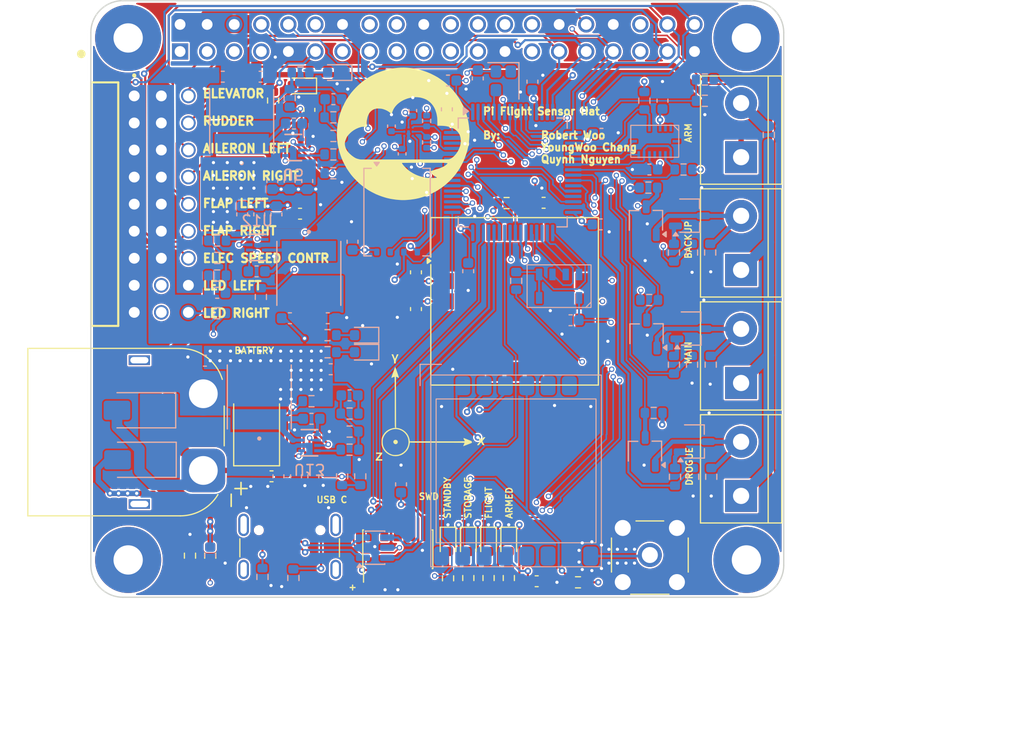
<source format=kicad_pcb>
(kicad_pcb (version 20241229) (generator "pcbnew") (generator_version "9.0")
  (layers (0 "F.Cu" signal) (4 "In1.Cu" signal) (6 "In2.Cu" signal) (2 "B.Cu" signal) (13 "F.Paste" user) (15 "B.Paste" user) (5 "F.SilkS" user "F.Silkscreen") (7 "B.SilkS" user "B.Silkscreen") (1 "F.Mask" user) (3 "B.Mask" user) (25 "Edge.Cuts" user))
  (net 0 "")
  (net 1 "+3.3V")
  (net 2 "GND")
  (net 3 "NRST")
  (net 4 "ARM_POWER")
  (net 5 "+5V")
  (net 6 "/Buck1/FB")
  (net 7 "Net-(U5-SS)")
  (net 8 "VBUS")
  (net 9 "VBUS_SENS")
  (net 10 "Net-(U5-SW)")
  (net 11 "Net-(U12-SS)")
  (net 12 "BATTERY")
  (net 13 "Net-(U5-BST)")
  (net 14 "Net-(U12-SW)")
  (net 15 "Net-(U12-BST)")
  (net 16 "/Buck/FB")
  (net 17 "Net-(U13-SS)")
  (net 18 "Net-(U13-SW)")
  (net 19 "Net-(U13-BST)")
  (net 20 "VCC")
  (net 21 "Net-(D2-A)")
  (net 22 "Net-(D3-A)")
  (net 23 "Net-(D7-A)")
  (net 24 "Net-(D8-A)")
  (net 25 "Net-(J3-In)")
  (net 26 "DEBUG_SWDIO")
  (net 28 "DEBUG_SWCLK")
  (net 31 "USB_CONN_D+")
  (net 32 "USB_CONN_D-")
  (net 33 "Net-(J7-CC2)")
  (net 34 "Net-(J7-CC1)")
  (net 37 "Net-(D10-A)")
  (net 38 "/Buck2/FB")
  (net 39 "Net-(D11-A)")
  (net 40 "Net-(D12-A)")
  (net 41 "Net-(D13-A)")
  (net 42 "DROGUE_CONT")
  (net 43 "Net-(J4-Pin_2)")
  (net 44 "Net-(Q2-G)")
  (net 45 "Net-(Q4-G)")
  (net 46 "Net-(J6-Pin_2)")
  (net 47 "RECOVERY_CONT")
  (net 48 "Net-(J8-Pin_2)")
  (net 49 "Net-(Q7-G)")
  (net 50 "ARM_CONT")
  (net 51 "AIL_L_PWM3")
  (net 52 "DROGUE")
  (net 53 "LED_ARMED")
  (net 54 "LED_FLIGHT")
  (net 55 "Net-(U5-PG)")
  (net 56 "RECOVERY")
  (net 57 "LED_STORAGE")
  (net 58 "LED_STANDBY")
  (net 59 "GPS_RESET")
  (net 60 "AIL_R_PWM4")
  (net 61 "Net-(U13-FB)")
  (net 62 "Net-(U12-PG)")
  (net 63 "Net-(U5-FB)")
  (net 64 "MAG_SCL")
  (net 65 "ELEV_PWM1")
  (net 66 "FLAP_L_PWM5")
  (net 68 "GPS_SAFEBOOT")
  (net 69 "GPS_UART_RX")
  (net 70 "GPS_INT")
  (net 71 "GPS_UART_TX")
  (net 74 "IMU_INT1")
  (net 75 "IMU_MISO")
  (net 76 "IMU_CS2")
  (net 77 "IMU_INT4")
  (net 78 "IMU_INT2")
  (net 79 "IMU_SCK")
  (net 80 "IMU_MOSI")
  (net 82 "IMU_INT3")
  (net 83 "IMU_CS1")
  (net 84 "ALT_MOSI")
  (net 85 "ALT_MISO")
  (net 86 "ALT_CS")
  (net 87 "ALT_SCK")
  (net 88 "USB_D+")
  (net 89 "USB_D-")
  (net 90 "RUDD_PWM2")
  (net 91 "FLAP_R_PWM6")
  (net 92 "BACKUP_CONT")
  (net 95 "RADIO_CS")
  (net 99 "EN_SERVO")
  (net 101 "3V3")
  (net 102 "BACKUP")
  (net 109 "Net-(U10-GPIO17{slash}GPIO_GEN0)")
  (net 110 "EN_PI")
  (net 113 "PI_UART_RX")
  (net 117 "3V3_1")
  (net 118 "HSE_IN")
  (net 120 "+5V_SERVO")
  (net 121 "Net-(U8-CRST)")
  (net 122 "ESC_PWM0")
  (net 123 "PI_UART_TX")
  (net 124 "MAG_SDA")
  (net 125 "MEM_MISO")
  (net 126 "MEM_MOSI")
  (net 128 "MAG_INT")
  (net 129 "MEM_WP")
  (net 130 "MEM_HOLD")
  (net 131 "MEM_CS")
  (net 132 "MEM_SCK")
  (net 133 "Net-(U12-FB)")
  (net 134 "Net-(U13-PG)")
  (net 135 "/Buck2/EN")
  (net 137 "RADIO_nRST")
  (net 140 "RADIO_DIO0")
  (net 142 "RADIO_DIO1")
  (net 143 "SHIELD")
  (net 144 "SHIELD_1")
  (net 145 "SHIELD_2")
  (net 146 "SHIELD_3")
  (net 147 "Net-(J2-Pin_2)")
  (footprint "Resistor_SMD:R_0603_1608Metric" (layer "F.Cu") (at 123.7 103.6)
    (property "Reference" "R2" (hide yes))
    (property "Value" "100k")
  )
  (footprint "Capacitor_SMD:C_0603_1608Metric" (layer "F.Cu") (at 94.95 93.65)
    (property "Reference" "C51" (hide yes))
    (property "Value" "100nF")
  )
  (footprint "Resistor_SMD:R_0603_1608Metric" (layer "F.Cu") (at 95.1 58.375 -90)
    (property "Reference" "R44" (hide yes))
    (property "Value" "470")
  )
  (footprint "UCIRP-KiCAD-Lib:SAMTEC_HTSW-109-08-T-T-RA" (layer "F.Cu") (at 79.3 68.1 -90)
    (property "Reference" "J9" (hide yes))
    (property "Value" "HTSW-109-08-T-T-RA")
  )
  (footprint "Resistor_SMD:R_0603_1608Metric" (layer "F.Cu") (at 111.51 103.225 90)
    (property "Reference" "R17" (hide yes))
    (property "Value" "470")
  )
  (footprint "UCIRP-KiCAD-Lib:MODULE_RASPBERRY_PI_4B_4GB" (layer "F.Cu") (at 120.5 77)
    (property "Reference" "U10" (hide yes))
    (property "Value" "RASPBERRY_PI_4B_4GB")
    (fp_line (start -42.5 -25) (end -42.5 25) (stroke (width 0.127)) (layer "Edge.Cuts"))
    (fp_line (start -39.5 28) (end 19.5 28) (stroke (width 0.127)) (layer "Edge.Cuts"))
    (fp_line (start 19.5 -28) (end -39.5 -28) (stroke (width 0.127)) (layer "Edge.Cuts"))
    (fp_line (start 22.5 25) (end 22.5 -25) (stroke (width 0.127)) (layer "Edge.Cuts"))
    (fp_arc (start -42.5 -25) (mid -41.62132 -27.12132) (end -39.5 -28) (stroke (width 0.127)) (layer "Edge.Cuts"))
    (fp_arc (start -39.5 28) (mid -41.621319 27.12132) (end -42.5 25) (stroke (width 0.127)) (layer "Edge.Cuts"))
    (fp_arc (start 19.5 -28) (mid 21.621321 -27.121321) (end 22.5 -25) (stroke (width 0.127)) (layer "Edge.Cuts"))
    (fp_arc (start 22.5 25) (mid 21.62132 27.12132) (end 19.5 28) (stroke (width 0.127)) (layer "Edge.Cuts"))
  )
  (footprint "Capacitor_SMD:C_0603_1608Metric" (layer "F.Cu") (at 98.5 59.25 -90)
    (property "Reference" "C35" (hide yes))
    (property "Value" "100nF")
  )
  (footprint "Resistor_SMD:R_0603_1608Metric" (layer "F.Cu") (at 117 68)
    (property "Reference" "R45" (hide yes))
    (property "Value" "10k")
  )
  (footprint "Diode_SMD:D_0603_1608Metric" (layer "F.Cu") (at 111.51 99.9125 -90)
    (property "Reference" "D8" (hide yes))
    (property "Value" "BLUE_LED")
  )
  (footprint "LOGO" (layer "F.Cu") (at 107.3 61.5)
    (property "Reference" "G***" (hide yes))
    (property "Value" "LOGO" (hide yes))
  )
  (footprint "Capacitor_SMD:C_0603_1608Metric" (layer "F.Cu") (at 108.5 77.95 -90)
    (property "Reference" "C22" (hide yes))
    (property "Value" "100nF")
  )
  (footprint "TerminalBlock:TerminalBlock_bornier-2_P5.08mm" (layer "F.Cu") (at 139 84.89 90)
    (property "Reference" "J6" (hide yes))
    (property "Value" "E-MATCH_RECOVERY")
  )
  (footprint "TerminalBlock:TerminalBlock_bornier-2_P5.08mm" (layer "F.Cu") (at 139 95.49 90)
    (property "Reference" "J4" (hide yes))
    (property "Value" "E-MATCH_DROGUE")
  )
  (footprint "Diode_SMD:D_SMB" (layer "F.Cu") (at 93.55 89 90)
    (property "Reference" "D1" (hide yes))
    (property "Value" "SMBJ26CA")
  )
  (footprint "LOGO" (layer "F.Cu") (at 106.9 89.6)
    (property "Reference" "G***" (hide yes))
    (property "Value" "LOGO" (hide yes))
  )
  (footprint "TerminalBlock:TerminalBlock_bornier-2_P5.08mm" (layer "F.Cu") (at 139 63.69 90)
    (property "Reference" "J2" (hide yes))
    (property "Value" "ARMING_PLUG")
  )
  (footprint "Diode_SMD:D_0603_1608Metric" (layer "F.Cu") (at 97.6875 57 180)
    (property "Reference" "D10" (hide yes))
    (property "Value" "BLUE_LED")
  )
  (footprint "Resistor_SMD:R_0603_1608Metric" (layer "F.Cu") (at 87.3 101.1 -90)
    (property "Reference" "R21" (hide yes))
    (property "Value" "33k")
  )
  (footprint "TerminalBlock:TerminalBlock_bornier-2_P5.08mm" (layer "F.Cu") (at 139 74.28 90)
    (property "Reference" "J8" (hide yes))
    (property "Value" "E-MATCH_BACKUP")
  )
  (footprint "Resistor_SMD:R_0603_1608Metric" (layer "F.Cu") (at 89.2 101.1 -90)
    (property "Reference" "R20" (hide yes))
    (property "Value" "82k")
  )
  (footprint "Diode_SMD:D_0603_1608Metric" (layer "F.Cu") (at 117.2 99.9125 -90)
    (property "Reference" "D2" (hide yes))
    (property "Value" "RED_LED")
  )
  (footprint "Diode_SMD:D_0603_1608Metric" (layer "F.Cu") (at 113.41 99.9125 -90)
    (property "Reference" "D7" (hide yes))
    (property "Value" "YELLOW_LED")
  )
  (footprint "Connector_Coaxial:SMA_Molex_73251-2200_Horizontal" (layer "F.Cu") (at 130.44 101.04 180)
    (property "Reference" "J3" (hide yes))
    (property "Value" "SMA")
  )
  (footprint "Connector_USB:USB_C_Receptacle_GCT_USB4105-xx-A_16P_TopMnt_Horizontal" (layer "F.Cu") (at 96.65 101.315)
    (property "Reference" "J7" (hide yes))
    (property "Value" "USB4105-GF-A")
  )
  (footprint "RF_GPS:ublox_SAM-M8Q" (layer "F.Cu") (at 117.75 77.225)
    (property "Reference" "U3" (hide yes))
    (property "Value" "SAM-M8Q-0")
  )
  (footprint "Connector_PinHeader_1.27mm:PinHeader_2x05_P1.27mm_Vertical_SMD" (layer "F.Cu") (at 106.8 100.5 90)
    (property "Reference" "J5" (hide yes))
    (property "Value" "SWD")
  )
  (footprint "Diode_SMD:D_0603_1608Metric" (layer "F.Cu") (at 115.31 99.9125 -90)
    (property "Reference" "D3" (hide yes))
    (property "Value" "GREEN_LED")
  )
  (footprint "Capacitor_SMD:C_0603_1608Metric" (layer "F.Cu") (at 119.825 103.5 180)
    (property "Reference" "C9" (hide yes))
    (property "Value" "10uF")
  )
  (footprint "Capacitor_SMD:C_0603_1608Metric" (layer "F.Cu") (at 97.625 69 180)
    (property "Reference" "C43" (hide yes))
    (property "Value" "100nF")
  )
  (footprint "Connector_AMASS:AMASS_XT60PW-M_1x02_P7.20mm_Horizontal" (layer "F.Cu") (at 88.55 93.1 90)
    (property "Reference" "J1" (hide yes))
    (property "Value" "POWER")
  )
  (footprint "Resistor_SMD:R_0603_1608Metric" (layer "F.Cu") (at 117.21 103.2 90)
    (property "Reference" "R9" (hide yes))
    (property "Value" "470")
  )
  (footprint "Resistor_SMD:R_0603_1608Metric" (layer "F.Cu") (at 115.31 103.2 90)
    (property "Reference" "R10" (hide yes))
    (property "Value" "470")
  )
  (footprint "Resistor_SMD:R_0603_1608Metric" (layer "F.Cu") (at 113.41 103.2 90)
    (property "Reference" "R16" (hide yes))
    (property "Value" "470")
  )
  (footprint "Capacitor_SMD:C_0603_1608Metric" (layer "F.Cu") (at 108.5 74.5 90)
    (property "Reference" "C23" (hide yes))
    (property "Value" "100nF")
  )
  (footprint "Capacitor_SMD:C_0603_1608Metric" (layer "F.Cu") (at 120.475 67.975)
    (property "Reference" "C24" (hide yes))
    (property "Value" "100nF")
  )
  (footprint "Package_TO_SOT_SMD:TSOT-23" (layer "B.Cu") (at 130 91.31 90)
    (property "Reference" "Q1" (hide yes))
    (property "Value" "Q_NMOS_GSD")
  )
  (footprint "Capacitor_SMD:C_0603_1608Metric" (layer "B.Cu") (at 95.025 65.925 90)
    (property "Reference" "C28" (hide yes))
    (property "Value" "10uF")
  )
  (footprint "Resistor_SMD:R_0603_1608Metric" (layer "B.Cu") (at 132.7 83.175 90)
    (property "Reference" "R15" (hide yes))
    (property "Value" "100")
  )
  (footprint "Capacitor_SMD:C_0603_1608Metric" (layer "B.Cu") (at 89.85 76.425)
    (property "Reference" "C48" (hide yes))
    (property "Value" "300pF")
  )
  (footprint "UCIRP-KiCAD-Lib:BMM350" (layer "B.Cu") (at 107.8 61.3 90)
    (property "Reference" "U8" (hide yes))
    (property "Value" "BMM350")
  )
  (footprint "Capacitor_SMD:C_0603_1608Metric" (layer "B.Cu") (at 97.05 60.5375)
    (property "Reference" "C36" (hide yes))
    (property "Value" "100nF")
  )
  (footprint "Capacitor_SMD:C_0603_1608Metric" (layer "B.Cu") (at 102.271995 86.05 180)
    (property "Reference" "C55" (hide yes))
    (property "Value" "470pF")
  )
  (footprint "Resistor_SMD:R_0603_1608Metric" (layer "B.Cu") (at 102.271995 87.76)
    (property "Reference" "R61" (hide yes))
    (property "Value" "51k")
  )
  (footprint "Diode_SMD:D_0603_1608Metric" (layer "B.Cu") (at 103.525 80.4 180)
    (property "Reference" "D12" (hide yes))
    (property "Value" "BLUE_LED")
  )
  (footprint "Resistor_SMD:R_0603_1608Metric" (layer "B.Cu") (at 100.2 82)
    (property "Reference" "R57" (hide yes))
    (property "Value" "470")
  )
  (footprint "Resistor_SMD:R_0603_1608Metric" (layer "B.Cu") (at 132.7 72.65 -90)
    (property "Reference" "R38" (hide yes))
    (property "Value" "100")
  )
  (footprint "Resistor_SMD:R_0603_1608Metric" (layer "B.Cu") (at 136.2 93.7 -90)
    (property "Reference" "R5" (hide yes))
    (property "Value" "10k")
  )
  (footprint "Resistor_SMD:R_0603_1608Metric" (layer "B.Cu") (at 135.6 56.4 180)
    (property "Reference" "R1" (hide yes))
    (property "Value" "33k")
  )
  (footprint "Capacitor_SMD:C_0603_1608Metric" (layer "B.Cu") (at 93.55 74.4125 180)
    (property "Reference" "C44" (hide yes))
    (property "Value" "100nF")
  )
  (footprint "Resistor_SMD:R_0603_1608Metric" (layer "B.Cu") (at 135.6 58.4)
    (property "Reference" "R3" (hide yes))
    (property "Value" "10k")
  )
  (footprint "Resistor_SMD:R_0603_1608Metric" (layer "B.Cu") (at 89.85 73.15 180)
    (property "Reference" "R50" (hide yes))
    (property "Value" "10k")
  )
  (footprint "Capacitor_SMD:C_0603_1608Metric" (layer "B.Cu") (at 113.4 74.4 -90)
    (property "Reference" "C33" (hide yes))
    (property "Value" "100nF")
  )
  (footprint "Resistor_SMD:R_0603_1608Metric" (layer "B.Cu") (at 136.15 83.175 -90)
    (property "Reference" "R18" (hide yes))
    (property "Value" "10k")
  )
  (footprint "Package_TO_SOT_SMD:TSOT-23" (layer "B.Cu") (at 134.15 69.2)
    (property "Reference" "Q7" (hide yes))
    (property "Value" "Q_NMOS_GSD")
  )
  (footprint "Capacitor_SMD:C_0603_1608Metric" (layer "B.Cu") (at 130.4 64.85 180)
    (property "Reference" "C32" (hide yes))
    (property "Value" "100nF")
  )
  (footprint "Resistor_SMD:R_0603_1608Metric" (layer "B.Cu") (at 100.75 63.4375)
    (property "Reference" "R46" (hide yes))
    (property "Value" "10k")
  )
  (footprint "Capacitor_SMD:C_0402_1005Metric" (layer "B.Cu") (at 107.2 63.38 -90)
    (property "Reference" "C30" (hide yes))
    (property "Value" "100nF")
  )
  (footprint "Capacitor_SMD:C_0603_1608Metric" (layer "B.Cu") (at 114.3 56.3 -90)
    (property "Reference" "C1" (hide yes))
    (property "Value" "100nF")
  )
  (footprint "Resistor_SMD:R_0603_1608Metric" (layer "B.Cu") (at 130.3 66.55)
    (property "Reference" "R35" (hide yes))
    (property "Value" "1k")
  )
  (footprint "Capacitor_SMD:C_0603_1608Metric" (layer "B.Cu") (at 98.871995 93.65 90)
    (property "Reference" "C50" (hide yes))
    (property "Value" "10uF")
  )
  (footprint "Package_QFP:LQFP-64_10x10mm_P0.5mm" (layer "B.Cu") (at 117.575 65.125 -90)
    (property "Reference" "U11" (hide yes))
    (property "Value" "STM32F105RCT6")
  )
  (footprint "Resistor_SMD:R_0603_1608Metric" (layer "B.Cu") (at 89.85 74.8 180)
    (property "Reference" "R51" (hide yes))
    (property "Value" "90.9k")
  )
  (footprint "UCIRP-KiCAD-Lib:MS5607-02BA" (layer "B.Cu") (at 121.925 75.8 90)
    (property "Reference" "U7" (hide yes))
    (property "Value" "MS5607-02BA03")
  )
  (footprint "Resistor_SMD:R_0603_1608Metric" (layer "B.Cu") (at 130.8 87.7 180)
    (property "Reference" "R4" (hide yes))
    (property "Value" "1k")
  )
  (footprint "Resistor_SMD:R_0603_1608Metric" (layer "B.Cu") (at 134.4 72.65 -90)
    (property "Reference" "R39" (hide yes))
    (property "Value" "10k")
  )
  (footprint "Resistor_SMD:R_0603_1608Metric" (layer "B.Cu") (at 117.9 75.3 -90)
    (property "Reference" "R40" (hide yes))
    (property "Value" "100k")
  )
  (footprint "Resistor_SMD:R_0603_1608Metric" (layer "B.Cu") (at 102.271995 89.45 180)
    (property "Reference" "R60" (hide yes))
    (property "Value" "9.09k")
  )
  (footprint "Package_TO_SOT_SMD:TSOT-23" (layer "B.Cu") (at 134.6 90.4)
    (property "Reference" "Q2" (hide yes))
    (property "Value" "Q_NMOS_GSD")
  )
  (footprint "Resistor_SMD:R_0603_1608Metric" (layer "B.Cu") (at 102.271995 91.15)
    (property "Reference" "R49" (hide yes))
    (property "Value" "10k")
  )
  (footprint "Capacitor_SMD:C_0603_1608Metric" (layer "B.Cu") (at 98.3 65.925 90)
    (property "Reference" "C31" (hide yes))
    (property "Value" "10uF")
  )
  (footprint "UCIRP-KiCAD-Lib:RFM95W" (layer "B.Cu") (at 117.89 93.14 -90)
    (property "Reference" "U2" (hide yes))
    (property "Value" "RFM95W")
  )
  (footprint "Capacitor_SMD:C_0603_1608Metric" (layer "B.Cu") (at 89.2 101.075 -90)
    (property "Reference" "C15" (hide yes))
    (property "Value" "4.7uF")
  )
  (footprint "Resistor_SMD:R_0603_1608Metric" (layer "B.Cu") (at 100.75 61.7 180)
    (property "Reference" "R32" (hide yes))
    (property "Value" "10k")
  )
  (footprint "Diode_SMD:D_SMA" (layer "B.Cu") (at 82.45 87.45 180)
    (property "Reference" "D5" (hide yes))
    (property "Value" "SS34")
  )
  (footprint "Resistor_SMD:R_0603_1608Metric" (layer "B.Cu") (at 141.6 61.6 90)
    (property "Reference" "R11" (hide yes))
    (property "Value" "10")
  )
  (footprint "Capacitor_SMD:C_0603_1608Metric" (layer "B.Cu") (at 131.625 58.39 90)
    (property "Reference" "C29" (hide yes))
    (property "Value" "100nF")
  )
  (footprint "Resistor_SMD:R_0402_1005Metric" (layer "B.Cu") (at 109.5 62.3 90)
    (property "Reference" "R27" (hide yes))
    (property "Value" "4k7")
  )
  (footprint "Resistor_SMD:R_0603_1608Metric" (layer "B.Cu") (at 134.4 83.175 -90)
    (property "Reference" "R14" (hide yes))
    (property "Value" "10k")
  )
  (footprint "Diode_SMD:D_0603_1608Metric" (layer "B.Cu") (at 103.525 82 180)
    (property "Reference" "D13" (hide yes))
    (property "Value" "BLUE_LED")
  )
  (footprint "UCIRP-KiCAD-Lib:BMI088" (layer "B.Cu") (at 130.9 62.2 90)
    (property "Reference" "U6" (hide yes))
    (property "Value" "BMI088")
  )
  (footprint "Resistor_SMD:R_0603_1608Metric" (layer "B.Cu") (at 93.95 76.812499 -90)
    (property "Reference" "R52" (hide yes))
    (property "Value" "100k")
  )
  (footprint "Capacitor_SMD:C_0603_1608Metric" (layer "B.Cu") (at 93.925 56.1375 180)
    (property "Reference" "C38" (hide yes))
    (property "Value" "22uF")
  )
  (footprint "Resistor_SMD:R_0603_1608Metric" (layer "B.Cu") (at 130.375 77.1)
    (property "Reference" "R19" (hide yes))
    (property "Value" "1k")
  )
  (footprint "Resistor_SMD:R_0603_1608Metric" (layer "B.Cu") (at 133.6 64.85)
    (property "Reference" "R41" (hide yes))
    (property "Value" "100k")
  )
  (footprint "UCIRP-KiCAD-Lib:IND_VLS6045EX-6R8M" (layer "B.Cu") (at 92.15 60.35 90)
    (property "Reference" "L2" (hide yes))
    (property "Value" "6.8uH")
  )
  (footprint "Resistor_SMD:R_0603_1608Metric" (layer "B.Cu") (at 97.675 55.75)
    (property "Reference" "R48" (hide yes))
    (property "Value" "470")
  )
  (footprint "Capacitor_SMD:C_0603_1608Metric" (layer "B.Cu") (at 98.7 88.25)
    (property "Reference" "C52" (hide yes))
    (property "Value" "100nF")
  )
  (footprint "Resistor_SMD:R_0603_1608Metric" (layer "B.Cu") (at 98.7 86.6)
    (property "Reference" "R55" (hide yes))
    (property "Value" "100k")
  )
  (footprint "Capacitor_SMD:C_0603_1608Metric" (layer "B.Cu") (at 111.4 59.2 90)
    (property "Reference" "C6" (hide yes))
    (property "Value" "100nF")
  )
  (footprint "Diode_SMD:D_0603_1608Metric" (layer "B.Cu") (at 101 55.75 180)
    (property "Reference" "D11" (hide yes))
    (property "Value" "BLUE_LED")
  )
  (footprint "Package_TO_SOT_SMD:TSOT-23" (layer "B.Cu") (at 134.29 79.8)
    (property "Reference" "Q4" (hide yes))
    (property "Value" "Q_NMOS_GSD")
  )
  (footprint "Package_SON:WSON-8-1EP_8x6mm_P1.27mm_EP3.4x4.3mm" (layer "B.Cu") (at 106.725 68.85 -90)
    (property "Reference" "U46" (hide yes))
    (property "Value" "W25N01GVZEIG TR")
  )
  (footprint "Package_TO_SOT_SMD:TSOT-23" (layer "B.Cu") (at 130.15 80.29 90)
    (property "Reference" "Q5" (hide yes))
    (property "Value" "Q_NMOS_GSD")
  )
  (footprint "Capacitor_SMD:C_0603_1608Metric" (layer "B.Cu") (at 100.224999 78.8125 180)
    (property "Reference" "C45" (hide yes))
    (property "Value" "22uF")
  )
  (footprint "Capacitor_SMD:C_0603_1608Metric" (layer "B.Cu") (at 96.65 65.9125 90)
    (property "Reference" "C26" (hide yes))
    (property "Value" "100nF")
  )
  (footprint "Package_TO_SOT_SMD:SOT-23-6" (layer "B.Cu") (at 104.6625 100.35)
    (property "Reference" "U9" (hide yes))
    (property "Value" "USBLC6-2SC6")
  )
  (footprint "Diode_SMD:D_SMA" (layer "B.Cu") (at 82.5 92.1 180)
    (property "Reference" "D4" (hide yes))
    (property "Value" "SS34")
  )
  (footprint "UCIRP-KiCAD-Lib:IND_VLS6045EX-6R8M" (layer "B.Cu") (at 98.45 74.6 -90)
    (property "Reference" "L3" (hide yes))
    (property "Value" "6.8uH")
  )
  (footprint "Resistor_SMD:R_0603_1608Metric" (layer "B.Cu") (at 97 103.2 90)
    (property "Reference" "R25" (hide yes))
    (property "Value" "5k1")
  )
  (footprint "Resistor_SMD:R_0603_1608Metric" (layer "B.Cu") (at 136.1 72.65 -90)
    (property "Reference" "R36" (hide yes))
    (property "Value" "10k")
  )
  (footprint "Resistor_SMD:R_0603_1608Metric" (layer "B.Cu") (at 134.5 93.7 -90)
    (property "Reference" "R7" (hide yes))
    (property "Value" "10k")
  )
  (footprint "Resistor_SMD:R_0603_1608Metric" (layer "B.Cu") (at 89.85 71.5125 180)
    (property "Reference" "R53" (hide yes))
    (property "Value" "10k")
  )
  (footprint "Resistor_SMD:R_0603_1608Metric" (layer "B.Cu") (at 96.65 58.137501 90)
    (property "Reference" "R47" (hide yes))
    (property "Value" "100k")
  )
  (footprint "Capacitor_SMD:C_0402_1005Metric" (layer "B.Cu") (at 108.2 59.32 90)
    (property "Reference" "C27" (hide yes))
    (property "Value" "100nF")
  )
  (footprint "Capacitor_SMD:C_0603_1608Metric" (layer "B.Cu") (at 93.8 69.0625 -90)
    (property "Reference" "C39" (hide yes))
    (property "Value" "100nF")
  )
  (footprint "Capacitor_SMD:C_0603_1608Metric" (layer "B.Cu") (at 111.5 56.5 180)
    (property "Reference" "C5" (hide yes))
    (property "Value" "100nF")
  )
  (footprint "Resistor_SMD:R_0603_1608Metric" (layer "B.Cu") (at 94.1 103.1 90)
    (property "Reference" "R24" (hide yes))
    (property "Value" "5k1")
  )
  (footprint "Crystal:Crystal_SMD_2520-4Pin_2.5x2.0mm" (layer "B.Cu") (at 116.7 56.525 -90)
    (property "Reference" "Y1" (hide yes))
    (property "Value" "16MHz")
  )
  (footprint "UCIRP-KiCAD-Lib:IND_VLS6045EX-6R8M" (layer "B.Cu") (at 93.8 86.2 90)
    (property "Reference" "L4" (hide yes))
    (property "Value" "6.8uH")
  )
  (footprint "Capacitor_SMD:C_0603_1608Metric" (layer "B.Cu") (at 96.675 78.8125)
    (property "Reference" "C47" (hide yes))
    (property "Value" "22uF")
  )
  (footprint "Capacitor_SMD:C_0603_1608Metric" (layer "B.Cu") (at 95.6 93.65 90)
    (property "Reference" "C49" (hide yes))
    (property "Value" "10uF")
  )
  (footprint "Capacitor_SMD:C_0603_1608Metric" (layer "B.Cu") (at 125.825 70)
    (property "Reference" "C34" (hide yes))
    (property "Value" "100nF")
  )
  (footprint "Capacitor_SMD:C_0603_1608Metric" (layer "B.Cu") (at 97.25 93.65 90)
    (property "Reference" "C46" (hide yes))
    (property "Value" "100nF")
  )
  (footprint "Capacitor_SMD:C_0603_1608Metric" (layer "B.Cu") (at 88.7 82.8)
    (property "Reference" "C53" (hide yes))
    (property "Value" "22uF")
  )
  (footprint "Resistor_SMD:R_0603_1608Metric" (layer "B.Cu") (at 101.571995 93.65 -90)
    (property "Reference" "R58" (hide yes))
    (property "Value" "200k")
  )
  (footprint "UCIRP-KiCAD-Lib:SOT583_MP2338_MNP" (layer "B.Cu") (at 98.510195 90.499999)
    (property "Reference" "U13")
    (property "Value" "MP2338GTL-Z")
  )
  (footprint "Resistor_SMD:R_0603_1608Metric" (layer "B.Cu") (at 100.75 65.2)
    (property "Reference" "R31" (hide yes))
    (property "Value" "100k")
  )
  (footprint "Capacitor_SMD:C_0603_1608Metric" (layer "B.Cu") (at 123 79 180)
    (property "Reference" "C25" (hide yes))
    (property "Value" "100nF")
  )
  (footprint "Resistor_SMD:R_0603_1608Metric" (layer "B.Cu") (at 103.271995 93.65 90)
    (property "Reference" "R59" (hide yes))
    (property "Value" "80k")
  )
  (footprint "Capacitor_SMD:C_0603_1608Metric" (layer "B.Cu") (at 102.55 71.625 90)
    (property "Reference" "C14" (hide yes))
    (property "Value" "100nF")
  )
  (footprint "Capacitor_SMD:C_0603_1608Metric" (layer "B.Cu") (at 95.4125 69.0625 -90)
    (property "Reference" "C40" (hide yes))
    (property "Value" "10uF")
  )
  (footprint "Capacitor_SMD:C_0603_1608Metric" (layer "B.Cu") (at 100.75 58.25 180)
    (property "Reference" "C21" (hide yes))
    (property "Value" "300pF")
  )
  (footprint "Capacitor_SMD:C_0603_1608Metric" (layer "B.Cu") (at 119.425 56.6 90)
    (property "Reference" "C4" (hide yes))
    (property "Value" "100nF")
  )
  (footprint "Resistor_SMD:R_0603_1608Metric" (layer "B.Cu") (at 129.925 58.39 90)
    (property "Reference" "R42" (hide yes))
    (property "Value" "100k")
  )
  (footprint "Resistor_SMD:R_0603_1608Metric" (layer "B.Cu") (at 100.75 59.95)
    (property "Reference" "R43" (hide yes))
    (property "Value" "90.9k")
  )
  (footprint "UCIRP-KiCAD-Lib:SOT583_MP2338_MNP" (layer "B.Cu") (at 96.9882 62.787499)
    (property "Reference" "U5")
    (property "Value" "MP2338GTL-Z")
  )
  (footprint "Capacitor_SMD:C_0603_1608Metric" (layer "B.Cu") (at 100.5 83.6 180)
    (property "Reference" "C54" (hide yes))
    (property "Value" "22uF")
  )
  (footprint "Resistor_SMD:R_0603_1608Metric" (layer "B.Cu") (at 100.2 80.4)
    (property "Reference" "R56" (hide yes))
    (property "Value" "470")
  )
  (footprint "Capacitor_SMD:C_0603_1608Metric" (layer "B.Cu") (at 107.1 94.4 -90)
    (property "Reference" "C42" (hide yes))
    (property "Value" "100nF")
  )
  (footprint "Resistor_SMD:R_0603_1608Metric" (layer "B.Cu") (at 89.85 78.3375 180)
    (property "Reference" "R54" (hide yes))
    (property "Value" "100k")
  )
  (footprint "Resistor_SMD:R_0402_1005Metric" (layer "B.Cu") (at 109.5 60.29 -90)
    (property "Reference" "R30" (hide yes))
    (property "Value" "4k7")
  )
  (footprint "Resistor_SMD:R_0603_1608Metric" (layer "B.Cu") (at 132.8 93.7 -90)
    (property "Reference" "R6" (hide yes))
    (property "Value" "100")
  )
  (footprint "UCIRP-KiCAD-Lib:SOT583_MP2338_MNP" (layer "B.Cu") (at 93.6118 72.162501 180)
    (property "Reference" "U12")
    (property "Value" "MP2338GTL-Z")
  )
  (footprint "Capacitor_SMD:C_0603_1608Metric" (layer "B.Cu") (at 125.9 61.5)
    (property "Reference" "C7" (hide yes))
    (property "Value" "100nF")
  )
  (footprint "Package_TO_SOT_SMD:TSOT-23" (layer "B.Cu") (at 130.0925 69.65 90)
    (property "Reference" "Q6" (hide yes))
    (property "Value" "Q_NMOS_GSD")
  )
  (footprint "Capacitor_SMD:C_0603_1608Metric" (layer "B.Cu") (at 90.375001 56.1375)
    (property "Reference" "C37" (hide yes))
    (property "Value" "22uF")
  )
  (footprint "Capacitor_SMD:C_0402_1005Metric" (layer "B.Cu") (at 106.2 60.78 90)
    (property "Reference" "C117" (hide yes))
    (property "Value" "2.2uF")
  )
  (footprint "Capacitor_SMD:C_0603_1608Metric" (layer "B.Cu") (at 92.2 69.0625 -90)
    (property "Reference" "C41" (hide yes))
    (property "Value" "10uF")
  )
  (gr_text "USB C" (at 99.1 96.2 0) (layer "F.SilkS") (effects (font (size 0.6 0.6) (thickness 0.125) (bold yes)) (justify left bottom)))
  (gr_text "BATTERY" (at 91.4 82.2 0) (layer "F.SilkS") (effects (font (size 0.6 0.6) (thickness 0.125) (bold yes)) (justify left bottom)))
  (gr_text "+" (at 102.1 104.4 0) (layer "F.SilkS") (effects (font (size 0.6 0.6) (thickness 0.125) (bold yes)) (justify left bottom)))
  (gr_text "ARM" (at 134.4 62.4 90) (layer "F.SilkS") (effects (font (size 0.6 0.6) (thickness 0.125) (bold yes)) (justify left bottom)))
  (gr_text "Pi Flight Sensor Hat\n\nBy:		Robert Woo\n		YoungWoo Chang\n		Quynh Nguyen" (at 114.7 64.3 0) (layer "F.SilkS") (effects (font (size 0.7 0.7) (thickness 0.175) (bold yes)) (justify left bottom)))
  (gr_text "SWD" (at 108.7 95.9 0) (layer "F.SilkS") (effects (font (size 0.6 0.6) (thickness 0.125) (bold yes)) (justify left bottom)))
  (gr_text "STANDBY\n\nSTORAGE\n\nFLIGHT\n\nARMED" (at 117.6 97.7 90) (layer "F.SilkS") (effects (font (size 0.6 0.6) (thickness 0.125) (bold yes)) (justify left bottom)))
  (gr_text "MAIN" (at 134.4 83.2 90) (layer "F.SilkS") (effects (font (size 0.6 0.6) (thickness 0.125) (bold yes)) (justify left bottom)))
  (gr_text "BACKUP" (at 134.4 73.3 90) (layer "F.SilkS") (effects (font (size 0.6 0.6) (thickness 0.125) (bold yes)) (justify left bottom)))
  (gr_text "DROGUE" (at 134.5 94.6 90) (layer "F.SilkS") (effects (font (size 0.6 0.6) (thickness 0.125) (bold yes)) (justify left bottom)))
  (gr_text "ELEVATOR\n\nRUDDER\n\nAILERON LEFT\n\nAILERON RIGHT\n\nFLAP LEFT\n\nFLAP RIGHT\n\nELEC SPEED CONTR\n\nLED LEFT\n\nLED RIGHT" (at 88.4 78.8 0) (layer "F.SilkS") (effects (font (size 0.8 0.8) (thickness 0.2) (bold yes)) (justify left bottom)))
  (segment (start 116.175 68.302769) (end 115.750001 68.727768) (width 0.2) (layer "F.Cu") (net 1))
  (segment (start 108.5 77.175) (end 108.55 77.175) (width 0.2) (layer "F.Cu") (net 1))
  (segment (start 111.15 75.325) (end 109.7 75.325) (width 0.2) (layer "F.Cu") (net 1))
  (segment (start 108.55 77.175) (end 108.6 77.225) (width 0.2) (layer "F.Cu") (net 1))
  (segment (start 103.45 102.45) (end 104.26 102.45) (width 0.2) (layer "F.Cu") (net 1))
  (segment (start 119.05 103.05) (end 119.05 103.5) (width 0.2) (layer "F.Cu") (net 1))
  (segment (start 108.6 77.225) (end 109.6 77.225) (width 0.2) (layer "F.Cu") (net 1))
  (segment (start 119.7 67.975) (end 119.7 65.986826) (width 0.2) (layer "F.Cu") (net 1))
  (segment (start 109.7 75.325) (end 108.55 75.325) (width 0.2) (layer "F.Cu") (net 1))
  (segment (start 119.65 70.625) (end 119.65 68.025) (width 0.2) (layer "F.Cu") (net 1))
  (segment (start 119 102.54) (end 119 103) (width 0.2) (layer "F.Cu") (net 1))
  (segment (start 116.175 67.975) (end 116.175 68.302769) (width 0.2) (layer "F.Cu") (net 1))
  (segment (start 119 103) (end 119.05 103.05) (width 0.2) (layer "F.Cu") (net 1))
  (segment (start 119.7 65.986826) (end 119.631587 65.918413) (width 0.2) (layer "F.Cu") (net 1))
  (segment (start 109.6 77.225) (end 111.15 77.225) (width 0.2) (layer "F.Cu") (net 1))
  (segment (start 108.55 77.225) (end 108.5 77.175) (width 0.2) (layer "F.Cu") (net 1))
  (segment (start 108.55 75.325) (end 108.5 75.275) (width 0.2) (layer "F.Cu") (net 1))
  (segment (start 124.525 103.6) (end 125.6 103.6) (width 0.2) (layer "F.Cu") (net 1))
  (via (at 94.9 81.9) (size 0.6) (drill 0.3) (layers "F.Cu" "B.Cu") (net 1))
  (via (at 109.5 59.1) (size 0.5) (drill 0.3) (layers "F.Cu" "B.Cu") (net 1))
  (via (at 92 81.9) (size 0.6) (drill 0.3) (layers "F.Cu" "B.Cu") (net 1))
  (via (at 91.1 81.9) (size 0.6) (drill 0.3) (layers "F.Cu" "B.Cu") (net 1))
  (via (at 99.6 82.8) (size 0.6) (drill 0.3) (layers "F.Cu" "B.Cu") (net 1))
  (via (at 129.6 76.2) (size 0.5) (drill 0.3) (layers "F.Cu" "B.Cu") (net 1))
  (via (at 96.8 81.9) (size 0.6) (drill 0.3) (layers "F.Cu" "B.Cu") (net 1))
  (via (at 106.5 62.7) (size 0.5) (drill 0.3) (layers "F.Cu" "B.Cu") (net 1))
  (via (at 89.2 82.8) (size 0.6) (drill 0.3) (layers "F.Cu" "B.Cu") (net 1))
  (via (at 107.5 59.5) (size 0.5) (drill 0.3) (layers "F.Cu" "B.Cu") (net 1))
  (via (at 96.8 86.4) (size 0.6) (drill 0.3) (layers "F.Cu" "B.Cu") (net 1))
  (via (at 129.925 56.59) (size 0.6) (drill 0.3) (layers "F.Cu" "B.Cu") (net 1))
  (via (at 131.6 88.8) (size 0.6) (drill 0.3) (layers "F.Cu" "B.Cu") (net 1))
  (via (at 97.7 85.5) (size 0.6) (drill 0.3) (layers "F.Cu" "B.Cu") (net 1))
  (via (at 95.8 82.8) (size 0.6) (drill 0.3) (layers "F.Cu" "B.Cu") (net 1))
  (via (at 98.7 83.7) (size 0.6) (drill 0.3) (layers "F.Cu" "B.Cu") (net 1))
  (via (at 124.1 82.9) (size 0.5) (drill 0.3) (layers "F.Cu" "B.Cu") (net 1))
  (via (at 90.1 82.8) (size 0.6) (drill 0.3) (layers "F.Cu" "B.Cu") (net 1))
  (via (at 98.7 85.5) (size 0.6) (drill 0.3) (layers "F.Cu" "B.Cu") (net 1))
  (via (at 94.9 82.8) (size 0.6) (drill 0.3) (layers "F.Cu" "B.Cu") (net 1))
  (via (at 93 81.9) (size 0.6) (drill 0.3) (layers "F.Cu" "B.Cu") (net 1))
  (via (at 95.8 85.5) (size 0.6) (drill 0.3) (layers "F.Cu" "B.Cu") (net 1))
  (via (at 95.8 81.9) (size 0.6) (drill 0.3) (layers "F.Cu" "B.Cu") (net 1))
  (via (at 99.6 83.7) (size 0.6) (drill 0.3) (layers "F.Cu" "B.Cu") (net 1))
  (via (at 113.3 55.8) (size 0.5) (drill 0.3) (layers "F.Cu" "B.Cu") (net 1))
  (via (at 115.750001 68.727768) (size 0.6) (drill 0.3) (layers "F.Cu" "B.Cu") (net 1))
  (via (at 124.6125 62.0125) (size 0.5) (drill 0.3) (layers "F.Cu" "B.Cu") (net 1))
  (via (at 95.8 86.4) (size 0.6) (drill 0.3) (layers "F.Cu" "B.Cu") (net 1))
  (via (at 89.2 81.9) (size 0.6) (drill 0.3) (layers "F.Cu" "B.Cu") (net 1))
  (via (at 97.7 84.6) (size 0.6) (drill 0.3) (layers "F.Cu" "B.Cu") (net 1))
  (via (at 128.6 66.6) (size 0.6) (drill 0.3) (layers "F.Cu" "B.Cu") (net 1))
  (via (at 93 82.8) (size 0.6) (drill 0.3) (layers "F.Cu" "B.Cu") (net 1))
  (via (at 93.9 81.9) (size 0.6) (drill 0.3) (layers "F.Cu" "B.Cu") (net 1))
  (via (at 131.4 60.19) (size 0.6) (drill 0.3) (layers "F.Cu" "B.Cu") (net 1))
  (via (at 112.7 70.4) (size 0.6) (drill 0.3) (layers "F.Cu" "B.Cu") (net 1))
  (via (at 96.8 83.7) (size 0.6) (drill 0.3) (layers "F.Cu" "B.Cu") (net 1))
  (via (at 109.6 77.225) (size 0.6) (drill 0.3) (layers "F.Cu" "B.Cu") (net 1))
  (via (at 119 102.54) (size 0.6) (drill 0.3) (layers "F.Cu" "B.Cu") (net 1))
  (via (at 96.8 85.5) (size 0.6) (drill 0.3) (layers "F.Cu" "B.Cu") (net 1))
  (via (at 93.9 82.8) (size 0.6) (drill 0.3) (layers "F.Cu" "B.Cu") (net 1))
  (via (at 119.631587 65.918413) (size 0.6) (drill 0.3) (layers "F.Cu" "B.Cu") (net 1))
  (via (at 90.1 81.9) (size 0.6) (drill 0.3) (layers "F.Cu" "B.Cu") (net 1))
  (via (at 119.52719 58.189035) (size 0.6) (drill 0.3) (layers "F.Cu" "B.Cu") (net 1))
  (via (at 109.7 75.325) (size 0.6) (drill 0.3) (layers "F.Cu" "B.Cu") (net 1))
  (via (at 99.6 85.5) (size 0.6) (drill 0.3) (layers "F.Cu" "B.Cu") (net 1))
  (via (at 131.4 64.25) (size 0.5) (drill 0.3) (layers "F.Cu" "B.Cu") (net 1))
  (via (at 113.2 56.5) (size 0.5) (drill 0.3) (layers "F.Cu" "B.Cu") (net 1))
  (via (at 98.7 84.6) (size 0.6) (drill 0.3) (layers "F.Cu" "B.Cu") (net 1))
  (via (at 110.2 62.8) (size 0.5) (drill 0.3) (layers "F.Cu" "B.Cu") (net 1))
  (via (at 111.9 60.6) (size 0.5) (drill 0.3) (layers "F.Cu" "B.Cu") (net 1))
  (via (at 97.7 83.7) (size 0.6) (drill 0.3) (layers "F.Cu" "B.Cu") (net 1))
  (via (at 92 82.8) (size 0.6) (drill 0.3) (layers "F.Cu" "B.Cu") (net 1))
  (via (at 97.7 81.9) (size 0.6) (drill 0.3) (layers "F.Cu" "B.Cu") (net 1))
  (via (at 98.7 81.9) (size 0.6) (drill 0.3) (layers "F.Cu" "B.Cu") (net 1))
  (via (at 124.05 69.675) (size 0.6) (drill 0.3) (layers "F.Cu" "B.Cu") (net 1))
  (via (at 103.45 102.45) (size 0.6) (drill 0.3) (layers "F.Cu" "B.Cu") (net 1))
  (via (at 97.7 82.8) (size 0.6) (drill 0.3) (layers "F.Cu" "B.Cu") (net 1))
  (via (at 126.8 79.2) (size 0.5) (drill 0.3) (layers "F.Cu" "B.Cu") (net 1))
  (via (at 98.7 82.8) (size 0.6) (drill 0.3) (layers "F.Cu" "B.Cu") (net 1))
  (via (at 96.8 82.8) (size 0.6) (drill 0.3) (layers "F.Cu" "B.Cu") (net 1))
  (via (at 99.6 81.9) (size 0.6) (drill 0.3) (layers "F.Cu" "B.Cu") (net 1))
  (via (at 91.1 82.8) (size 0.6) (drill 0.3) (layers "F.Cu" "B.Cu") (net 1))
  (via (at 96.8 84.6) (size 0.6) (drill 0.3) (layers "F.Cu" "B.Cu") (net 1))
  (via (at 135.2 64.85) (size 0.6) (drill 0.3) (layers "F.Cu" "B.Cu") (net 1))
  (via (at 99.6 84.6) (size 0.6) (drill 0.3) (layers "F.Cu" "B.Cu") (net 1))
  (via (at 103.7 72.4) (size 0.6) (drill 0.3) (layers "F.Cu" "B.Cu") (net 1))
  (via (at 125.6 103.6) (size 0.6) (drill 0.3) (layers "F.Cu" "B.Cu") (net 1))
  (segment (start 112.275 56.5) (end 113.2 56.5) (width 0.15) (layer "B.Cu") (net 1))
  (segment (start 113.4 73.625) (end 113.325 73.625) (width 0.15) (layer "B.Cu") (net 1))
  (segment (start 112.7 70.4) (end 112.7 70.5) (width 0.15) (layer "B.Cu") (net 1))
  (segment (start 100.025 85.025) (end 99.6 84.6) (width 0.2) (layer "B.Cu") (net 1))
  (segment (start 131.4 60.19) (end 131.4 59.39) (width 0.2) (layer "B.Cu") (net 1))
  (segment (start 107.2 62.9) (end 106.7 62.9) (width 0.15) (layer "B.Cu") (net 1))
  (segment (start 125.125 61.5) (end 124.6125 62.0125) (width 0.2) (layer "B.Cu") (net 1))
  (segment (start 113.425 70.4) (end 113.825 70.8) (width 0.15) (layer "B.Cu") (net 1))
  (segment (start 131.625 87.7) (end 131.625 88.775) (width 0.4) (layer "B.Cu") (net 1))
  (segment (start 130.4 64.075) (end 130.4 63.4625) (width 0.2) (layer "B.Cu") (net 1))
  (segment (start 117.9 76.125) (end 117.9 76.814588) (width 0.15) (layer "B.Cu") (net 1))
  (segment (start 110.2 62.8) (end 109.51 62.8) (width 0.15) (layer "B.Cu") (net 1))
  (segment (start 129.475 66.55) (end 128.65 66.55) (width 0.4) (layer "B.Cu") (net 1))
  (segment (start 131.175 64.85) (end 131.175 64.475) (width 0.2) (layer "B.Cu") (net 1))
  (segment (start 112.275 56.5) (end 112.275 57.85) (width 0.15) (layer "B.Cu") (net 1))
  (segment (start 131.175 64.475) (end 131.4 64.25) (width 0.2) (layer "B.Cu") (net 1))
  (segment (start 119.52719 58.189035) (end 119.52719 57.47719) (width 0.2) (layer "B.Cu") (net 1))
  (segment (start 113.575 55.525) (end 113.3 55.8) (width 0.15) (layer "B.Cu") (net 1))
  (segment (start 131.4 59.39) (end 131.625 59.165) (width 0.2) (layer "B.Cu") (net 1))
  (segment (start 107.8 60.2) (end 108.2 59.8) (width 0.15) (layer "B.Cu") (net 1))
  (segment (start 114.425 55.65) (end 114.3 55.525) (width 0.15) (layer "B.Cu") (net 1))
  (segment (start 103.7 72.4) (end 104.62 72.4) (width 0.2) (layer "B.Cu") (net 1))
  (segment (start 119.52719 57.47719) (end 119.425 57.375) (width 0.2) (layer "B.Cu") (net 1))
  (segment (start 103.096995 86.1) (end 103.046995 86.05) (width 0.2) (layer "B.Cu") (net 1))
  (segment (start 131.4 60.9375) (end 131.4 60.19) (width 0.2) (layer "B.Cu") (net 1))
  (segment (start 107.39995 62.70005) (end 107.2 62.9) (width 0.15) (layer "B.Cu") (net 1))
  (segment (start 117.9 76.814588) (end 123.485412 82.4) (width 0.15) (layer "B.Cu") (net 1))
  (segment (start 128.65 66.55) (end 128.6 66.6) (width 0.4) (layer "B.Cu") (net 1))
  (segment (start 118.29 102.54) (end 116.89 101.14) (width 0.2) (layer "B.Cu") (net 1))
  (segment (start 131.175 64.85) (end 130.4 64.075) (width 0.2) (layer "B.Cu") (net 1))
  (segment (start 119.825 58.486845) (end 119.52719 58.189035) (width 0.2) (layer "B.Cu") (net 1))
  (segment (start 124.05 69.675) (end 123.25 68.875) (width 0.2) (layer "B.Cu") (net 1))
  (segment (start 113.825 59.4) (end 113.825 59.45) (width 0.15) (layer "B.Cu") (net 1))
  (segment (start 123.8 78.975) (end 123.775 79) (width 0.2) (layer "B.Cu") (net 1))
  (segment (start 116 55.65) (end 114.425 55.65) (width 0.15) (layer "B.Cu") (net 1))
  (segment (start 123.5 82.4) (end 124 82.9) (width 0.15) (layer "B.Cu") (net 1))
  (segment (start 103.096995 87.76) (end 103.096995 86.1) (width 0.2) (layer "B.Cu") (net 1))
  (segment (start 124.6125 62.0125) (end 124.25 62.375) (width 0.2) (layer "B.Cu") (net 1))
  (segment (start 103.046995 86.05) (end 102.021995 85.025) (width 0.2) (layer "B.Cu") (net 1))
  (segment (start 124 82.9) (end 124.1 82.9) (width 0.15) (layer "B.Cu") (net 1))
  (segment (start 129.925 57.565) (end 129.925 56.59) (width 0.2) (layer "B.Cu") (net 1))
  (segment (start 107.8 59.8) (end 107.5 59.5) (width 0.15) (layer "B.Cu") (net 1))
  (segment (start 104.62 72.4) (end 104.82 72.6) (width 0.2) (layer "B.Cu") (net 1))
  (segment (start 102.021995 85.025) (end 100.025 85.025) (width 0.2) (layer "B.Cu") (net 1))
  (segment (start 112.275 57.85) (end 113.825 59.4) (width 0.15) (layer "B.Cu") (net 1))
  (segment (start 124.25 62.375) (end 123.25 62.375) (width 0.2) (layer "B.Cu") (net 1))
  (segment (start 109.5 59.78) (end 109.5 59.1) (width 0.15) (layer "B.Cu") (net 1))
  (segment (start 129.55 76.25) (end 129.6 76.2) (width 0.2) (layer "B.Cu") (net 1))
  (segment (start 131.625 88.775) (end 131.6 88.8) (width 0.4) (layer "B.Cu") (net 1))
  (segment (start 129.55 77.1) (end 129.55 76.25) (width 0.2) (layer "B.Cu") (net 1))
  (segment (start 107.8 60.89995) (end 107.8 60.2) (width 0.15) (layer "B.Cu") (net 1))
  (segment (start 134.425 64.85) (end 135.2 64.85) (width 0.2) (layer "B.Cu") (net 1))
  (segment (start 111.4 59.975) (end 111.9 60.475) (width 0.15) (layer "B.Cu") (net 1))
  (segment (start 119 102.54) (end 118.29 102.54) (width 0.2) (layer "B.Cu") (net 1))
  (segment (start 108.2 59.8) (end 107.8 59.8) (width 0.15) (layer "B.Cu") (net 1))
  (segment (start 106.7 62.9) (end 106.5 62.7) (width 0.15) (layer "B.Cu") (net 1))
  (segment (start 112.7 70.5) (end 113.5 71.3) (width 0.15) (layer "B.Cu") (net 1))
  (segment (start 107.39995 61.70005) (end 107.39995 62.70005) (width 0.15) (layer "B.Cu") (net 1))
  (segment (start 119.825 59.45) (end 119.825 58.486845) (width 0.2) (layer "B.Cu") (net 1))
  (segment (start 109.51 62.8) (end 109.5 62.81) (width 0.15) (layer "B.Cu") (net 1))
  (segment (start 112.7 70.4) (end 113.425 70.4) (width 0.15) (layer "B.Cu") (net 1))
  (segment (start 113.5 71.3) (end 113.5 73.525) (width 0.15) (layer "B.Cu") (net 1))
  (segment (start 123.485412 82.4) (end 123.5 82.4) (width 0.15) (layer "B.Cu") (net 1))
  (segment (start 126.8 79.2) (end 126.6 79) (width 0.15) (layer "B.Cu") (net 1))
  (segment (start 124.375 70) (end 124.05 69.675) (width 0.2) (layer "B.Cu") (net 1))
  (segment (start 111.9 60.6) (end 111.9 61.375) (width 0.15) (layer "B.Cu") (net 1))
  (segment (start 126.6 79) (end 123.775 79) (width 0.15) (layer "B.Cu") (net 1))
  (segment (start 102.55 72.4) (end 103.7 72.4) (width 0.2) (layer "B.Cu") (net 1))
  (segment (start 111.9 60.475) (end 111.9 60.6) (width 0.15) (layer "B.Cu") (net 1))
  (segment (start 125.05 70) (end 124.375 70) (width 0.2) (layer "B.Cu") (net 1))
  (segment (start 114.3 55.525) (end 113.575 55.525) (width 0.15) (layer "B.Cu") (net 1))
  (segment (start 113.5 73.525) (end 113.4 73.625) (width 0.15) (layer "B.Cu") (net 1))
  (segment (start 123.8 76.9) (end 123.8 78.975) (width 0.2) (layer "B.Cu") (net 1))
  (segment (start 121.3 67.586826) (end 121.3 67.925) (width 0.2) (layer "F.Cu") (net 2))
  (segment (start 120.6 103.5) (end 121.625 103.5) (width 0.2) (layer "F.Cu") (net 2))
  (segment (start 105.53 102.45) (end 105.53 104.23) (width 0.2) (layer "F.Cu") (net 2))
  (segment (start 98.7 69) (end 99.55 68.15) (width 0.2) (layer "F.Cu") (net 2))
  (segment (start 111.51 99.125) (end 111.51 98.21) (width 0.2) (layer "F.Cu") (net 2))
  (segment (start 108.9 79.125) (end 108.5 78.725) (width 0.2) (layer "F.Cu") (net 2))
  (segment (start 113.725 83.6) (end 113.95 83.825) (width 0.2) (layer "F.Cu") (net 2))
  (segment (start 113.41 99.125) (end 113.41 98.21) (width 0.2) (layer "F.Cu") (net 2))
  (segment (start 111.15 79.125) (end 109 79.125) (width 0.2) (layer "F.Cu") (net 2))
  (segment (start 111.95 83.6) (end 113.725 83.6) (width 0.2) (layer "F.Cu") (net 2))
  (segment (start 98.475 57) (end 100.9 57) (width 0.3) (layer "F.Cu") (net 2))
  (segment (start 105.53 104.23) (end 105.6 104.3) (width 0.2) (layer "F.Cu") (net 2))
  (segment (start 108.5 78.725) (end 106.75 78.725) (width 0.2) (layer "F.Cu") (net 2))
  (segment (start 113.95 69.297684) (end 113.95 70.625) (width 0.2) (layer "F.Cu") (net 2))
  (segment (start 109.34 102.45) (end 109.34 100.84) (width 0.2) (layer "F.Cu") (net 2))
  (segment (start 127.163174 73.4) (end 127.138174 73.425) (width 0.2) (layer "F.Cu") (net 2))
  (segment (start 108.8 73.425) (end 108.5 73.725) (width 0.2) (layer "F.Cu") (net 2))
  (segment (start 93.45 97.060001) (end 92.989999 96.6) (width 0.5) (layer "F.Cu") (net 2))
  (segment (start 121.625 103.5) (end 121.725 103.6) (width 0.2) (layer "F.Cu") (net 2))
  (segment (start 120.306587 66.593413) (end 121.3 67.586826) (width 0.2) (layer "F.Cu") (net 2))
  (segment (start 113.41 98.21) (end 113.4 98.2) (width 0.2) (layer "F.Cu") (net 2))
  (segment (start 97.925 58.475) (end 97.5 58.05) (width 0.2) (layer "F.Cu") (net 2))
  (segment (start 121.55 70.625) (end 121.55 68.275) (width 0.2) (layer "F.Cu") (net 2))
  (segment (start 114.006554 69.24113) (end 113.95 69.297684) (width 0.2) (layer "F.Cu") (net 2))
  (segment (start 108.5 73.725) (end 106.75 73.725) (width 0.2) (layer "F.Cu") (net 2))
  (segment (start 109.34 100.84) (end 109.1 100.6) (width 0.2) (layer "F.Cu") (net 2))
  (segment (start 115.31 98.21) (end 115.3 98.2) (width 0.2) (layer "F.Cu") (net 2))
  (segment (start 111.51 98.21) (end 111.5 98.2) (width 0.2) (layer "F.Cu") (net 2))
  (segment (start 93.9 93.7) (end 94.125 93.7) (width 0.15) (layer "F.Cu") (net 2))
  (segment (start 93 94.6) (end 93.9 93.7) (width 0.15) (layer "F.Cu") (net 2))
  (segment (start 121.5 87) (end 121.6 86.9) (width 0.2) (layer "F.Cu") (net 2))
  (segment (start 99.85 97.05) (end 100.3 96.6) (width 0.5) (layer "F.Cu") (net 2))
  (segment (start 89.5 86.85) (end 88.55 85.9) (width 0.5) (layer "F.Cu") (net 2))
  (segment (start 130 73.4) (end 127.163174 73.4) (width 0.2) (layer "F.Cu") (net 2))
  (segment (start 106.8 102.45) (end 106.8 104.3) (width 0.2) (layer "F.Cu") (net 2))
  (segment (start 93.45 97.635) (end 93.45 97.060001) (width 0.5) (layer "F.Cu") (net 2))
  (segment (start 115.31 99.125) (end 115.31 98.21) (width 0.2) (layer "F.Cu") (net 2))
  (segment (start 99.85 97.635) (end 99.85 97.05) (width 0.5) (layer "F.Cu") (net 2))
  (segment (start 121.55 68.275) (end 121.25 67.975) (width 0.2) (layer "F.Cu") (net 2))
  (segment (start 111.15 73.425) (end 108.8 73.425) (width 0.2) (layer "F.Cu") (net 2))
  (segment (start 111.15 81.025) (end 109.25 79.125) (width 0.2) (layer "F.Cu") (net 2))
  (segment (start 121.6 86.225) (end 121.55 86.175) (width 0.2) (layer "F.Cu") (net 2))
  (segment (start 109 79.125) (end 108.9 79.125) (width 0.2) (layer "F.Cu") (net 2))
  (segment (start 98.5 58.475) (end 97.925 58.475) (width 0.2) (layer "F.Cu") (net 2))
  (segment (start 126.45 81.025) (end 126.5 80.975) (width 0.2) (layer "F.Cu") (net 2))
  (segment (start 98.9 61.6875) (end 98.85 61.7375) (width 0.2) (layer "F.Cu") (net 2))
  (segment (start 121.55 86.175) (end 121.55 83.825) (width 0.2) (layer "F.Cu") (net 2))
  (segment (start 98.4 69) (end 98.7 69) (width 0.2) (layer "F.Cu") (net 2))
  (segment (start 105.53 102.45) (end 105.53 101.33) (width 0.2) (layer "F.Cu") (net 2))
  (segment (start 121.6 86.9) (end 121.6 86.225) (width 0.2) (layer "F.Cu") (net 2))
  (segment (start 121.3 67.925) (end 121.25 67.975) (width 0.2) (layer "F.Cu") (net 2))
  (segment (start 117.2 99.125) (end 117.2 98.2) (width 0.2) (layer "F.Cu") (net 2))
  (segment (start 92.989999 96.6) (end 92.6 96.6) (width 0.5) (layer "F.Cu") (net 2))
  (segment (start 127.138174 73.425) (end 124.35 73.425) (width 0.2) (layer "F.Cu") (net 2))
  (segment (start 100.9 57) (end 101.1 56.8) (width 0.3) (layer "F.Cu") (net 2))
  (segment (start 109.25 79.125) (end 109 79.125) (width 0.2) (layer "F.Cu") (net 2))
  (segment (start 124.35 81.025) (end 126.45 81.025) (width 0.2) (layer "F.Cu") (net 2))
  (segment (start 93.55 86.85) (end 89.5 86.85) (width 0.5) (layer "F.Cu") (net 2))
  (segment (start 87.3 100.275) (end 87.3 99.1) (width 0.5) (layer "F.Cu") (net 2))
  (segment (start 94.125 93.7) (end 94.175 93.65) (width 0.15) (layer "F.Cu") (net 2))
  (via (at 97.5 58.05) (size 0.5) (drill 0.3) (layers "F.Cu" "B.Cu") (net 2))
  (via (at 130.2 80.4) (size 0.6) (drill 0.3) (layers "F.Cu" "B.Cu") (net 2))
  (via (at 127.4 100.5) (size 0.5) (drill 0.3) (layers "F.Cu" "B.Cu") (net 2))
  (via (at 100.371995 89.45) (size 0.5) (drill 0.3) (layers "F.Cu" "B.Cu") (net 2))
  (via (at 123.8 100.6) (size 0.5) (drill 0.3) (layers "F.Cu" "B.Cu") (net 2))
  (via (at 103.171995 92.075) (size 0.5) (drill 0.3) (layers "F.Cu" "B.Cu") (net 2))
  (via (at 136.15 74.45) (size 0.6) (drill 0.3) (layers "F.Cu" "B.Cu") (net 2))
  (via (at 95.15 73) (size 0.6) (drill 0.3) (layers "F.Cu" "B.Cu") (net 2))
  (via (at 115.3 98.2) (size 0.6) (drill 0.3) (layers "F.Cu" "B.Cu") (net 2))
  (via (at 90.6 101.8) (size 0.6) (drill 0.3) (layers "F.Cu" "B.Cu") (net 2))
  (via (at 124.9 87.1) (size 0.6) (drill 0.3) (layers "F.Cu" "B.Cu") (net 2))
  (via (at 109.7 56.5) (size 0.6) (drill 0.3) (layers "F.Cu" "B.Cu") (net 2))
  (via (at 113.4 61.3) (size 0.6) (drill 0.3) (layers "F.Cu" "B.Cu") (net 2))
  (via (at 135.6 59.7) (size 0.6) (drill 0.3) (layers "F.Cu" "B.Cu") (net 2))
  (via (at 134.4 84.9) (size 0.6) (drill 0.3) (layers "F.Cu" "B.Cu") (net 2))
  (via (at 136 87.7) (size 0.6) (drill 0.3) (layers "F.Cu" "B.Cu") (net 2))
  (via (at 99.8 94.5) (size 0.5) (drill 0.3) (layers "F.Cu" "B.Cu") (net 2))
  (via (at 127.475 61.4) (size 0.6) (drill 0.3) (layers "F.Cu" "B.Cu") (net 2))
  (via (at 100.3 96.6) (size 0.6) (drill 0.3) (layers "F.Cu" "B.Cu") (net 2))
  (via (at 98.05 80.7) (size 0.5) (drill 0.3) (layers "F.Cu" "B.Cu") (net 2))
  (via (at 87.3 99.1) (size 0.6) (drill 0.3) (layers "F.Cu" "B.Cu") (net 2))
  (via (at 106.2 59.7) (size 0.5) (drill 0.3) (layers "F.Cu" "B.Cu") (net 2))
  (via (at 129 100.5) (size 0.5) (drill 0.3) (layers "F.Cu" "B.Cu") (net 2))
  (via (at 126.625 70.7) (size 0.6) (drill 0.3) (layers "F.Cu" "B.Cu") (net 2))
  (via (at 106.8 104.3) (size 0.6) (drill 0.3) (layers "F.Cu" "B.Cu") (net 2))
  (via (at 99.55 68.15) (size 0.6) (drill 0.3) (layers "F.Cu" "B.Cu") (net 2))
  (via (at 102 78.75) (size 0.5) (drill 0.3) (layers "F.Cu" "B.Cu") (net 2))
  (via (at 106.75 73.725) (size 0.6) (drill 0.3) (layers "F.Cu" "B.Cu") (net 2))
  (via (at 114 62.1) (size 0.6) (drill 0.3) (layers "F.Cu" "B.Cu") (net 2))
  (via (at 127.4 101.8) (size 0.5) (drill 0.3) (layers "F.Cu" "B.Cu") (net 2))
  (via (at 117.2 98.2) (size 0.6) (drill 0.3) (layers "F.Cu" "B.Cu") (net 2))
  (via (at 128.2 101.8) (size 0.5) (drill 0.3) (layers "F.Cu" "B.Cu") (net 2))
  (via (at 102.1 57.3) (size 0.5) (drill 0.3) (layers "F.Cu" "B.Cu") (net 2))
  (via (at 98.078005 94.525) (size 0.5) (drill 0.3) (layers "F.Cu" "B.Cu") (net 2))
  (via (at 125.9 102.3) (size 0.5) (drill 0.3) (layers "F.Cu" "B.Cu") (net 2))
  (via (at 111.4 57.7) (size 0.6) (drill 0.3) (layers "F.Cu" "B.Cu") (net 2))
  (via (at 130.2 69.95) (size 0.6) (drill 0.3) (layers "F.Cu" "B.Cu") (net 2))
  (via (at 103.5 79.5) (size 0.6) (drill 0.3) (layers "F.Cu" "B.Cu") (net 2))
  (via (at 113.4 98.2) (size 0.6) (drill 0.3) (layers "F.Cu" "B.Cu") (net 2))
  (via (at 128.2 100.5) (size 0.5) (drill 0.3) (layers "F.Cu" "B.Cu") (net 2))
  (via (at 130 73.4) (size 0.6) (drill 0.3) (layers "F.Cu" "B.Cu") (net 2))
  (via (at 114.006554 69.24113) (size 0.6) (drill 0.3) (layers "F.Cu" "B.Cu") (net 2))
  (via (at 93 94.6) (size 0.5) (drill 0.3) (layers "F.Cu" "B.Cu") (net 2))
  (via (at 95.3 54.3) (size 0.6) (drill 0.3) (layers "F.Cu" "B.Cu") (net 2))
  (via (at 97.475 66.7) (size 0.5) (drill 0.3) (layers "F.Cu" "B.Cu") (net 2))
  (via (at 121.5 87) (size 0.6) (drill 0.3) (layers "F.Cu" "B.Cu") (net 2))
  (via (at 121.925 61.9) (size 0.6) (drill 0.3) (layers "F.Cu" "B.Cu") (net 2))
  (via (at 125 102.5) (size 0.5) (drill 0.3) (layers "F.Cu" "B.Cu") (net 2))
  (via (at 113.4 76.2) (size 0.6) (drill 0.3) (layers "F.Cu" "B.Cu") (net 2))
  (via (at 105.6 104.3) (size 0.6) (drill 0.3) (layers "F.Cu" "B.Cu") (net 2))
  (via (at 108.2 58.1) (size 0.5) (drill 0.3) (layers "F.Cu" "B.Cu") (net 2))
  (via (at 123.8 101.7) (size 0.5) (drill 0.3) (layers "F.Cu" "B.Cu") (net 2))
  (via (at 136.1 85) (size 0.6) (drill 0.3) (layers "F.Cu" "B.Cu") (net 2))
  (via (at 94.6 68.3) (size 0.5) (drill 0.3) (layers "F.Cu" "B.Cu") (net 2))
  (via (at 118.3 57.575) (size 0.6) (drill 0.3) (layers "F.Cu" "B.Cu") (net 2))
  (via (at 124.1 99.9) (size 0.5) (drill 0.3) (layers "F.Cu" "B.Cu") (net 2))
  (via (at 95.9 104) (size 0.6) (drill 0.3) (layers "F.Cu" "B.Cu") (net 2))
  (via (at 125.9 100.1) (size 0.5) (drill 0.3) (layers "F.Cu" "B.Cu") (net 2))
  (via (at 99.1 66.6875) (size 0.5) (drill 0.3) (layers "F.Cu" "B.Cu") (net 2))
  (via (at 96.95 61.4375) (size 0.6) (drill 0.3) (layers "F.Cu" "B.Cu") (net 2))
  (via (at 134.5 95.5) (size 0.6) (drill 0.3) (layers "F.Cu" "B.Cu") (net 2))
  (via (at 88.65 57.25) (size 0.5) (drill 0.3) (layers "F.Cu" "B.Cu") (net 2))
  (via (at 92.6 96.6) (size 0.6) (drill 0.3) (layers "F.Cu" "B.Cu") (net 2))
  (via (at 109.1 100.6) (size 0.6) (drill 0.3) (layers "F.Cu" "B.Cu") (net 2))
  (via (at 111.95 83.6) (size 0.6) (drill 0.3) (layers "F.Cu" "B.Cu") (net 2))
  (via (at 107.92495 62.2) (size 0.5) (drill 0.3) (layers "F.Cu" "B.Cu") (net 2))
  (via (at 124.1 102.4) (size 0.5) (drill 0.3) (layers "F.Cu" "B.Cu") (net 2))
  (via (at 96.449781 68.19915) (size 0.5) (drill 0.3) (layers "F.Cu" "B.Cu") (net 2))
  (via (at 93 68.3) (size 0.5) (drill 0.3) (layers "F.Cu" "B.Cu") (net 2))
  (via (at 126.6 101.8) (size 0.5) (drill 0.3) (layers "F.Cu" "B.Cu") (net 2))
  (via (at 102.45 69.75) (size 0.5) (drill 0.3) (layers "F.Cu" "B.Cu") (net 2))
  (via (at 94.6 94.6) (size 0.5) (drill 0.3) (layers "F.Cu" "B.Cu") (net 2))
  (via (at 104.325 83.1) (size 0.5) (drill 0.3) (layers "F.Cu" "B.Cu") (net 2))
  (via (at 122.2 80.3) (size 0.6) (drill 0.3) (layers "F.Cu" "B.Cu") (net 2))
  (via (at 136.2 95.5) (size 0.6) (drill 0.3) (layers "F.Cu" "B.Cu") (net 2))
  (via (at 101.1 56.8) (size 0.5) (drill 0.3) (layers "F.Cu" "B.Cu") (net 2))
  (via (at 107.1 92.6) (size 0.6) (drill 0.3) (layers "F.Cu" "B.Cu") (net 2))
  (via (at 121.1 78.1) (size 0.6) (drill 0.3) (layers "F.Cu" "B.Cu") (net 2))
  (via (at 108.075 64.625) (size 0.6) (drill 0.3) (layers "F.Cu" "B.Cu") (net 2))
  (via (at 120.306587 66.593413) (size 0.6) (drill 0.3) (layers "F.Cu" "B.Cu") (net 2))
  (via (at 126.6 100.5) (size 0.5) (drill 0.3) (layers "F.Cu" "B.Cu") (net 2))
  (via (at 107.2 60.4) (size 0.5) (drill 0.3) (layers "F.Cu" "B.Cu") (net 2))
  (via (at 135.3 66.55) (size 0.6) (drill 0.3) (layers "F.Cu" "B.Cu") (net 2))
  (via (at 131.625 56.59) (size 0.6) (drill 0.3) (layers "F.Cu" "B.Cu") (net 2))
  (via (at 120.4 56) (size 0.6) (drill 0.3) (layers "F.Cu" "B.Cu") (net 2))
  (via (at 135.5 77.1) (size 0.6) (drill 0.3) (layers "F.Cu" "B.Cu") (net 2))
  (via (at 101.55 66.05) (size 0.5) (drill 0.3) (layers "F.Cu" "B.Cu") (net 2))
  (via (at 126.5 80.975) (size 0.6) (drill 0.3) (layers "F.Cu" "B.Cu") (net 2))
  (via (at 97.107107 89.292893) (size 0.6) (drill 0.3) (layers "F.Cu" "B.Cu") (net 2))
  (via (at 113.2 57.3) (size 0.5) (drill 0.3) (layers "F.Cu" "B.Cu") (net 2))
  (via (at 125 99.8) (size 0.5) (drill 0.3) (layers "F.Cu" "B.Cu") (net 2))
  (via (at 129 101.8) (size 0.5) (drill 0.3) (layers "F.Cu" "B.Cu") (net 2))
  (via (at 95.85 66.7) (size 0.5) (drill 0.3) (layers "F.Cu" "B.Cu") (net 2))
  (via (at 121.725 103.6) (size 0.6) (drill 0.3) (layers "F.Cu" "B.Cu") (net 2))
  (via (at 106.75 78.725) (size 0.6) (drill 0.3) (layers "F.Cu" "B.Cu") (net 2))
  (via (at 94.9 103.9) (size 0.6) (drill 0.3) (layers "F.Cu" "B.Cu") (net 2))
  (via (at 110.9 87.1) (size 0.6) (drill 0.3) (layers "F.Cu" "B.Cu") (net 2))
  (via (at 104.6375 100.25176) (size 0.6) (drill 0.3) (layers "F.Cu" "B.Cu") (net 2))
  (via (at 87.103005 82.45) (size 0.5) (drill 0.3) (layers "F.Cu" "B.Cu") (net 2))
  (via (at 129.9 92.6) (size 0.6) (drill 0.3) (layers "F.Cu" "B.Cu") (net 2))
  (via (at 111.5 98.2) (size 0.6) (drill 0.3) (layers "F.Cu" "B.Cu") (net 2))
  (via (at 134.4 74.5) (size 0.6) (drill 0.3) (layers "F.Cu" "B.Cu") (net 2))
  (via (at 128.8 64.85) (size 0.6) (drill 0.3) (layers "F.Cu" "B.Cu") (net 2))
  (via (at 98.85 61.7375) (size 0.5) (drill 0.3) (layers "F.Cu" "B.Cu") (net 2))
  (via (at 119.75 60.725) (size 0.6) (drill 0.3) (layers "F.Cu" "B.Cu") (net 2))
  (segment (start 114.325 69.559576) (end 114.325 70.8) (width 0.2) (layer "B.Cu") (net 2))
  (segment (start 136.15 84.95) (end 136.1 85) (width 0.4) (layer "B.Cu") (net 2))
  (segment (start 98.871995 94.425) (end 99.725 94.425) (width 0.2) (layer "B.Cu") (net 2))
  (segment (start 98.85 61.7375) (end 99.925 61.7375) (width 0.2) (layer "B.Cu") (net 2))
  (segment (start 107.1 93.625) (end 107.1 92.6) (width 0.2) (layer "B.Cu") (net 2))
  (segment (start 109.7 56.5) (end 109.725 56.525) (width 0.2) (layer "B.Cu") (net 2))
  (segment (start 107.8 61.70005) (end 107.8 62.07505) (width 0.15) (layer "B.Cu") (net 2))
  (segment (start 104.6375 100.2625) (end 104.55 100.35) (width 0.2) (layer "B.Cu") (net 2))
  (segment (start 101.95 78.8) (end 101.0125 78.8) (width 0.2) (layer "B.Cu") (net 2))
  (segment (start 89.025 73.15) (end 87.15 75.025) (width 0.2) (layer "B.Cu") (net 2))
  (segment (start 121.95 61.875) (end 121.925 61.9) (width 0.2) (layer "B.Cu") (net 2))
  (segment (start 94.3611 72.912502) (end 94.249998 72.912502) (width 0.2) (layer "B.Cu") (net 2))
  (segment (start 135.6 59.7) (end 135.625 59.7) (width 0.2) (layer "B.Cu") (net 2))
  (segment (start 114 62.1) (end 114 62.4) (width 0.2) (layer "B.Cu") (net 2))
  (segment (start 104.3125 82) (end 104.3125 83.0875) (width 0.2) (layer "B.Cu") (net 2))
  (segment (start 97.75 89.628001) (end 97.871997 89.749998) (width 0.3) (layer "B.Cu") (net 2))
  (segment (start 107.39995 60.89995) (end 107.39995 60.59995) (width 0.15) (layer "B.Cu") (net 2))
  (segment (start 134.4 73.475) (end 134.4 74.5) (width 0.4) (layer "B.Cu") (net 2))
  (segment (start 135.625 59.7) (end 136.425 58.9) (width 0.2) (layer "B.Cu") (net 2))
  (segment (start 108.63 65.1) (end 108.55 65.1) (width 0.2) (layer "B.Cu") (net 2))
  (segment (start 88.65 57.1) (end 89.600683 56.149317) (width 0.2) (layer "B.Cu") (net 2))
  (segment (start 98.3125 66.6875) (end 98.3 66.7) (width 0.2) (layer "B.Cu") (net 2))
  (segment (start 126.675 61.5) (end 127.375 61.5) (width 0.2) (layer "B.Cu") (net 2))
  (segment (start 122.55 78.675) (end 122.225 79) (width 0.2) (layer "B.Cu") (net 2))
  (segment (start 108.55 65.1) (end 108.075 64.625) (width 0.2) (layer "B.Cu") (net 2))
  (segment (start 89.600683 56.149317) (end 89.600683 56.138183) (width 0.2) (layer "B.Cu") (net 2))
  (segment (start 92.8375 68.2875) (end 92.2 68.2875) (width 0.15) (layer "B.Cu") (net 2))
  (segment (start 119.425 55.825) (end 120.225 55.825) (width 0.2) (layer "B.Cu") (net 2))
  (segment (start 89.025 73.2125) (end 89.025 73.2525) (width 0.2) (layer "B.Cu") (net 2))
  (segment (start 107.2 63.86) (end 107.285124 63.86) (width 0.15) (layer "B.Cu") (net 2))
  (segment (start 120.306587 66.593413) (end 122.088174 68.375) (width 0.2) (layer "B.Cu") (net 2))
  (segment (start 122.225 80.275) (end 122.2 80.3) (width 0.2) (layer "B.Cu") (net 2))
  (segment (start 96.65 66.6875) (end 97.4625 66.6875) (width 0.2) (layer "B.Cu") (net 2))
  (segment (start 93 68.3) (end 92.85 68.3) (width 0.15) (layer "B.Cu") (net 2))
  (segment (start 136.1 73.475) (end 136.1 74.4) (width 0.4) (layer "B.Cu") (net 2))
  (segment (start 129.2 81.4) (end 130.2 80.4) (width 0.4) (layer "B.Cu") (net 2))
  (segment (start 127.375 61.5) (end 127.475 61.4) (width 0.2) (layer "B.Cu") (net 2))
  (segment (start 132.98 77.205) (end 132.875 77.1) (width 0.4) (layer "B.Cu") (net 2))
  (segment (start 94.4875 68.2875) (end 93.8 68.2875) (width 0.15) (layer "B.Cu") (net 2))
  (segment (start 129.625 64.85) (end 128.8 64.85) (width 0.2) (layer "B.Cu") (net 2))
  (segment (start 96.350002 62.037498) (end 96.95 61.4375) (width 0.3) (layer "B.Cu") (net 2))
  (segment (start 92.85 68.3) (end 92.8375 68.2875) (width 0.15) (layer "B.Cu") (net 2))
  (segment (start 101.7875 56.9875) (end 102.1 57.3) (width 0.2) (layer "B.Cu") (net 2))
  (segment (start 120.225 55.825) (end 120.4 56) (width 0.2) (layer "B.Cu") (net 2))
  (segment (start 101.0125 78.8) (end 101 78.8125) (width 0.2) (layer "B.Cu") (net 2))
  (segment (start 103.271995 92.825) (end 103.271995 92.175) (width 0.2) (layer "B.Cu") (net 2))
  (segment (start 122.225 79) (end 122.225 80.275) (width 0.2) (layer "B.Cu") (net 2))
  (segment (start 87.575 82.45) (end 87.925 82.8) (width 0.2) (layer "B.Cu") (net 2))
  (segment (start 132.84 66.715) (end 132.675 66.55) (width 0.4) (layer "B.Cu") (net 2))
  (segment (start 94.6 68.3) (end 94.5 68.3) (width 0.15) (layer "B.Cu") (net 2))
  (segment (start 95.6 94.425) (end 94.775 94.425) (width 0.2) (layer "B.Cu") (net 2))
  (segment (start 94.249998 72.912502) (end 94.337496 73) (width 0.3) (layer "B.Cu") (net 2))
  (segment (start 94.7 54.9) (end 94.7 56.1375) (width 0.2) (layer "B.Cu") (net 2))
  (segment (start 104.3125 80.4) (end 104.3125 80.3125) (width 0.2) (layer "B.Cu") (net 2))
  (segment (start 94.875 103.925) (end 94.9 103.9) (width 0.2) (layer "B.Cu") (net 2))
  (segment (start 133.275 87.7) (end 133.275 89.435) (width 0.3) (layer "B.Cu") (net 2))
  (segment (start 122.55 76.9) (end 122.55 78.675) (width 0.2) (layer "B.Cu") (net 2))
  (segment (start 111.4 58.425) (end 111.4 57.7) (width 0.2) (layer "B.Cu") (net 2))
  (segment (start 95.83 53.77) (end 95.3 54.3) (width 0.2) (layer "B.Cu") (net 2))
  (segment (start 107.31 63.86) (end 108.075 64.625) (width 0.15) (layer "B.Cu") (net 2))
  (segment (start 104.3125 80.3125) (end 103.5 79.5) (width 0.2) (layer "B.Cu") (net 2))
  (segment (start 113.4 75.175) (end 113.4 76.2) (width 0.15) (layer "B.Cu") (net 2))
  (segment (start 113.675 62.625) (end 113.651 62.649) (width 0.2) (layer "B.Cu") (net 2))
  (segment (start 87.15 75.025) (end 87.15 75.72) (width 0.2) (layer "B.Cu") (net 2))
  (segment (start 104.55 100.35) (end 103.525 100.35) (width 0.2) (layer "B.Cu") (net 2))
  (segment (start 113.4 61.775) (end 113.3 61.875) (width 0.2) (layer "B.Cu") (net 2))
  (segment (start 108.2 58.84) (end 108.2 58.1) (width 0.15) (layer "B.Cu") (net 2))
  (segment (start 109.725 56.525) (end 110.7 56.525) (width 0.2) (layer "B.Cu") (net 2))
  (segment (start 104.3125 81.4875) (end 104.325 81.5) (width 0.2) (layer "B.Cu") (net 2))
  (segment (start 102.9875 83.1875) (end 103 83.2) (width 0.2) (layer "B.Cu") (net 2))
  (segment (start 134.4 84) (end 134.4 84.9) (width 0.4) (layer "B.Cu") (net 2))
  (segment (start 104.6375 100.25176) (end 104.6375 100.2625) (width 0.2) (layer "B.Cu") (net 2))
  (segment (start 94.337496 73) (end 95.15 73) (width 0.3) (layer "B.Cu") (net 2))
  (segment (start 110.89 87.09) (end 110.9 87.1) (width 0.2) (layer "B.Cu") (net 2))
  (segment (start 126.675 61.5) (end 126.675 61.8) (width 0.2) (layer "B.Cu") (net 2))
  (segment (start 129.2 81.6) (end 129.2 81.4) (width 0.4) (layer "B.Cu") (net 2))
  (segment (start 113.4 61.3) (end 113.4 61.775) (width 0.2) (layer "B.Cu") (net 2))
  (segment (start 89.025 78.3375) (end 87.2275 78.3375) (width 0.2) (layer "B.Cu") (net 2))
  (segment (start 133.275 89.435) (end 133.29 89.45) (width 0.2) (layer "B.Cu") (net 2))
  (segment (start 94.775 94.425) (end 94.6 94.6) (width 0.2) (layer "B.Cu") (net 2))
  (segment (start 95.9 78.8125) (end 96.1625 78.8125) (width 0.2) (layer "B.Cu") (net 2))
  (segment (start 101.575 66.025) (end 101.55 66.05) (width 0.2) (layer "B.Cu") (net 2))
  (segment (start 119.325 59.45) (end 119.325 60.3) (width 0.2) (layer "B.Cu") (net 2))
  (segment (start 134.5 94.525) (end 134.5 95.5) (width 0.4) (layer "B.Cu") (net 2))
  (segment (start 97.107107 89.292893) (end 97.442215 89.628001) (width 0.3) (layer "B.Cu") (net 2))
  (segment (start 114 62.4) (end 113.775 62.625) (width 0.2) (layer "B.Cu") (net 2))
  (segment (start 96.2375 68.2875) (end 95.4125 68.2875) (width 0.15) (layer "B.Cu") (net 2))
  (segment (start 126.675 61.8) (end 126.775 61.9) (width 0.2) (layer "B.Cu") (net 2))
  (segment (start 107.8 62.07505) (end 107.92495 62.2) (width 0.15) (layer "B.Cu") (net 2))
  (segment (start 97.978005 94.425) (end 97.25 94.425) (width 0.2) (layer "B.Cu") (net 2))
  (segment (start 121.3 76.9) (end 121.3 77.9) (width 0.2) (layer "B.Cu") (net 2))
  (segment (start 110.89 85.14) (end 110.89 87.09) (width 0.2) (layer "B.Cu") (net 2))
  (segment (start 129.05 92.62) (end 129.88 92.62) (width 0.4) (layer "B.Cu") (net 2))
  (segment (start 96.2389 62.037498) (end 96.350002 62.037498) (width 0.2) (layer "B.Cu") (net 2))
  (segment (start 97.442215 89.628001) (end 97.75 89.628001) (width 0.3) (layer "B.Cu") (net 2))
  (segment (start 126.6 70) (end 126.6 70.675) (width 0.2) (layer "B.Cu") (net 2))
  (segment (start 136.15 84) (end 136.15 84.95) (width 0.4) (layer "B.Cu") (net 2))
  (segment (start 124.89 87.09) (end 124.9 87.1) (width 0.2) (layer "B.Cu") (net 2))
  (segment (start 129.88 92.62) (end 129.9 92.6) (width 0.4) (layer "B.Cu") (net 2))
  (segment (start 126.6 70.675) (end 126.625 70.7) (width 0.2) (layer "B.Cu") (net 2))
  (segment (start 124.89 85.14) (end 124.89 87.09) (width 0.2) (layer "B.Cu") (net 2))
  (segment (start 131.625 57.615) (end 131.625 56.59) (width 0.2) (layer "B.Cu") (net 2))
  (segment (start 89.2 101.85) (end 90.55 101.85) (width 0.2) (layer "B.Cu") (net 2))
  (segment (start 113.651 62.649) (end 113.651 62.653232) (width 0.2) (layer "B.Cu") (net 2))
  (segment (start 132.98 78.85) (end 132.98 77.205) (width 0.4) (layer "B.Cu") (net 2))
  (segment (start 113.775 62.625) (end 113.675 62.625) (width 0.2) (layer "B.Cu") (net 2))
  (segment (start 134.325 66.55) (end 135.3 66.55) (width 0.4) (layer "B.Cu") (net 2))
  (segment (start 94.5 68.3) (end 94.4875 68.2875) (width 0.15) (layer "B.Cu") (net 2))
  (segment (start 89.600683 56.138183) (end 89.6 56.1375) (width 0.2) (layer "B.Cu") (net 2))
  (segment (start 102.55 70.85) (end 102.55 69.85) (width 0.2) (layer "B.Cu") (net 2))
  (segment (start 96.53 53.77) (end 95.83 53.77) (width 0.2) (layer "B.Cu") (net 2))
  (segment (start 101.7875 56.8375) (end 101.7875 56.9875) (width 0.2) (layer "B.Cu") (net 2))
  (segment (start 102.55 69.85) (end 102.45 69.75) (width 0.2) (layer "B.Cu") (net 2))
  (segment (start 123.25 61.875) (end 121.95 61.875) (width 0.2) (layer "B.Cu") (net 2))
  (segment (start 95.3 54.3) (end 94.7 54.9) (width 0.2) (layer "B.Cu") (net 2))
  (segment (start 99.1 66.6875) (end 98.3125 66.6875) (width 0.2) (layer "B.Cu") (net 2))
  (segment (start 106.2 60.3) (end 106.2 59.7) (width 0.15) (layer "B.Cu") (net 2))
  (segment (start 112.929232 63.375) (end 111.9 63.375) (width 0.2) (layer "B.Cu") (net 2))
  (segment (start 87.2275 78.3375) (end 87.15 78.26) (width 0.2) (layer "B.Cu") (net 2))
  (segment (start 113.3 61.875) (end 111.9 61.875) (width 0.2) (layer "B.Cu") (net 2))
  (segment (start 117.4 57.4) (end 118.125 57.4) (width 0.15) (layer "B.Cu") (net 2))
  (segment (start 107.2 63.86) (end 107.31 63.86) (width 0.15) (layer "B.Cu") (net 2))
  (segment (start 113.651 62.653232) (end 112.929232 63.375) (width 0.2) (layer "B.Cu") (net 2))
  (segment (start 97.4625 66.6875) (end 97.475 66.7) (width 0.2) (layer "B.Cu") (net 2))
  (segment (start 113.425 57.075) (end 113.2 57.3) (width 0.15) (layer "B.Cu") (net 2))
  (segment (start 101.575 65.2) (end 101.575 66.025) (width 0.2) (layer "B.Cu") (net 2))
  (segment (start 103.271995 92.175) (end 103.171995 92.075) (width 0.2) (layer "B.Cu") (net 2))
  (segment (start 129.19 70.96) (end 130.2 69.95) (width 0.4) (layer "B.Cu") (net 2))
  (segment (start 132.84 68.25) (end 132.84 66.715) (width 0.4) (layer "B.Cu") (net 2))
  (segment (start 99.725 94.425) (end 99.8 94.5) (width 0.2) (layer "B.Cu") (net 2))
  (segment (start 101.7875 55.75) (end 101.7875 56.8375) (width 0.2) (layer "B.Cu") (net 2))
  (segment (start 96.449781 68.19915) (end 96.32585 68.19915) (width 0.15) (layer "B.Cu") (net 2))
  (segment (start 96.1625 78.8125) (end 98.05 80.7) (width 0.2) (layer "B.Cu") (net 2))
  (segment (start 95.925 104.025) (end 95.9 104) (width 0.2) (layer "B.Cu") (net 2))
  (segment (start 87.103005 82.45) (end 87.575 82.45) (width 0.2) (layer "B.Cu") (net 2))
  (segment (start 134.525 77.1) (end 135.5 77.1) (width 0.4) (layer "B.Cu") (net 2))
  (segment (start 95.025 66.7) (end 95.85 66.7) (width 0.2) (layer "B.Cu") (net 2))
  (segment (start 88.65 57.25) (end 88.65 57.1) (width 0.2) (layer "B.Cu") (net 2))
  (segment (start 96.32585 68.19915) (end 96.2375 68.2875) (width 0.15) (layer "B.Cu") (net 2))
  (segment (start 122.088174 68.375) (end 123.25 68.375) (width 0.2) (layer "B.Cu") (net 2))
  (segment (start 136.425 58.9) (end 136.425 58.4) (width 0.2) (layer "B.Cu") (net 2))
  (segment (start 129.1425 70.96) (end 129.19 70.96) (width 0.4) (layer "B.Cu") (net 2))
  (segment (start 97 104.025) (end 95.925 104.025) (width 0.2) (layer "B.Cu") (net 2))
  (segment (start 97.760895 89.749998) (end 97.871997 89.749998) (width 0.2) (layer "B.Cu") (net 2))
  (segment (start 100.371995 89.45) (end 101.446995 89.45) (width 0.2) (layer "B.Cu") (net 2))
  (segment (start 121.3 77.9) (end 121.1 78.1) (width 0.2) (layer "B.Cu") (net 2))
  (segment (start 118.125 57.4) (end 118.3 57.575) (width 0.15) (layer "B.Cu") (net 2))
  (segment (start 119.325 60.3) (end 119.75 60.725) (width 0.2) (layer "B.Cu") (net 2))
  (segment (start 107.39995 60.59995) (end 107.2 60.4) (width 0.15) (layer "B.Cu") (net 2))
  (segment (start 114.3 57.075) (end 113.425 57.075) (width 0.15) (layer "B.Cu") (net 2))
  (segment (start 136.1 74.4) (end 136.15 74.45) (width 0.4) (layer "B.Cu") (net 2))
  (segment (start 110.7 56.525) (end 110.725 56.5) (width 0.2) (layer "B.Cu") (net 2))
  (segment (start 114.006554 69.24113) (end 114.325 69.559576) (width 0.2) (layer "B.Cu") (net 2))
  (segment (start 134.925 87.7) (end 136 87.7) (width 0.4) (layer "B.Cu") (net 2))
  (segment (start 94.1 103.925) (end 94.875 103.925) (width 0.2) (layer "B.Cu") (net 2))
  (segment (start 136.2 94.525) (end 136.2 95.5) (width 0.4) (layer "B.Cu") (net 2))
  (segment (start 98.1 94.5) (end 98 94.4) (width 0.2) (layer "B.Cu") (net 2))
  (segment (start 90.55 101.85) (end 90.6 101.8) (width 0.2) (layer "B.Cu") (net 2))
  (segment (start 107.92 96.3) (end 109.34 97.72) (width 0.2) (layer "F.Cu") (net 3))
  (segment (start 135.35 98.05) (end 133.85 96.55) (width 0.15) (layer "F.Cu") (net 3))
  (segment (start 142.15 59.248356) (end 142.15 96.9) (width 0.15) (layer "F.Cu") (net 3))
  (segment (start 133.85 96.55) (end 126.4 96.55) (width 0.15) (layer "F.Cu") (net 3))
  (segment (start 132.055954 52.268) (end 133.128 53.340046) (width 0.15) (layer "F.Cu") (net 3))
  (segment (start 123.15 51.65) (end 123.768 52.268) (width 0.15) (layer "F.Cu") (net 3))
  (segment (start 135.762046 56.834) (end 139.735644 56.834) (width 0.15) (layer "F.Cu") (net 3))
  (segment (start 125.449 97.499) (end 125.45 97.5) (width 0.2) (layer "F.Cu") (net 3))
  (segment (start 133.128 54.199954) (end 135.762046 56.834) (width 0.15) (layer "F.Cu") (net 3))
  (segment (start 125.45 97.5) (end 126.4 96.55) (width 0.15) (layer "F.Cu") (net 3))
  (segment (start 109.34 97.72) (end 109.34 98.55) (width 0.2) (layer "F.Cu") (net 3))
  (segment (start 142.15 96.9) (end 141 98.05) (width 0.15) (layer "F.Cu") (net 3))
  (segment (start 141 98.05) (end 135.35 98.05) (width 0.15) (layer "F.Cu") (net 3))
  (segment (start 123.768 52.268) (end 132.055954 52.268) (width 0.15) (layer "F.Cu") (net 3))
  (segment (start 107.1 96.3) (end 107.92 96.3) (width 0.2) (layer "F.Cu") (net 3))
  (segment (start 110.391 97.499) (end 125.449 97.499) (width 0.15) (layer "F.Cu") (net 3))
  (segment (start 139.735644 56.834) (end 142.15 59.248356) (width 0.15) (layer "F.Cu") (net 3))
  (segment (start 109.34 98.55) (end 110.391 97.499) (width 0.15) (layer "F.Cu") (net 3))
  (segment (start 133.128 53.340046) (end 133.128 54.199954) (width 0.15) (layer "F.Cu") (net 3))
  (via (at 123.15 51.65) (size 0.5) (drill 0.3) (layers "F.Cu" "B.Cu") (net 3))
  (via (at 107.1 96.3) (size 0.6) (drill 0.3) (layers "F.Cu" "B.Cu") (net 3))
  (via (at 116.67752 58.281224) (size 0.5) (drill 0.3) (layers "F.Cu" "B.Cu") (net 3))
  (segment (start 107.1 95.175) (end 107.1 96.3) (width 0.2) (layer "B.Cu") (net 3))
  (segment (start 116.825 59.45) (end 116.825 58.428704) (width 0.15) (layer "B.Cu") (net 3))
  (segment (start 116.825 58.428704) (end 116.67752 58.281224) (width 0.15) (layer "B.Cu") (net 3))
  (segment (start 139 74.28) (end 139.12 74.28) (width 0.5) (layer "F.Cu") (net 4))
  (segment (start 139 84.89) (end 139.11 84.89) (width 0.5) (layer "F.Cu") (net 4))
  (segment (start 141.6 82.29) (end 141.6 92.89) (width 1) (layer "B.Cu") (net 4))
  (segment (start 141.6 82.29) (end 139 84.89) (width 1) (layer "B.Cu") (net 4))
  (segment (start 141.6 92.89) (end 139 95.49) (width 1) (layer "B.Cu") (net 4))
  (segment (start 141.6 62.425) (end 141.6 71.68) (width 1) (layer "B.Cu") (net 4))
  (segment (start 141.6 71.68) (end 139 74.28) (width 1) (layer "B.Cu") (net 4))
  (segment (start 141.6 71.68) (end 141.6 82.29) (width 1) (layer "B.Cu") (net 4))
  (segment (start 96.575 57.3125) (end 95.6375 58.25) (width 0.2) (layer "B.Cu") (net 5))
  (segment (start 95.6375 58.25) (end 92.15 58.25) (width 0.2) (layer "B.Cu") (net 5))
  (segment (start 101.575 58.3875) (end 101.525 58.3375) (width 0.2) (layer "B.Cu") (net 5))
  (segment (start 101.575 60.0475) (end 101.575 58.3875) (width 0.2) (layer "B.Cu") (net 5))
  (segment (start 100.5 57.3125) (end 96.65 57.3125) (width 0.2) (layer "B.Cu") (net 5))
  (segment (start 96.65 57.3125) (end 96.575 57.3125) (width 0.2) (layer "B.Cu") (net 5))
  (segment (start 96.85 57.112501) (end 96.65 57.312501) (width 0.3) (layer "B.Cu") (net 5))
  (segment (start 101.525 58.3375) (end 100.5 57.3125) (width 0.2) (layer "B.Cu") (net 5))
  (segment (start 96.85 55.75) (end 96.85 57.112501) (width 0.3) (layer "B.Cu") (net 5))
  (segment (start 101.575 61.7375) (end 101.575 61.6975) (width 0.2) (layer "B.Cu") (net 6))
  (segment (start 99.925 58.3875) (end 99.975 58.3375) (width 0.2) (layer "B.Cu") (net 6))
  (segment (start 101.575 63.4375) (end 101.575 61.7375) (width 0.2) (layer "B.Cu") (net 6))
  (segment (start 101.575 61.6975) (end 99.925 60.0475) (width 0.2) (layer "B.Cu") (net 6))
  (segment (start 99.925 60.0475) (end 99.925 58.3875) (width 0.2) (layer "B.Cu") (net 6))
  (segment (start 98.5 60.025) (end 98.249 60.276) (width 0.3) (layer "F.Cu") (net 7))
  (segment (start 98.249 60.276) (end 98.249 62.4365) (width 0.3) (layer "F.Cu") (net 7))
  (segment (start 98.249 62.4365) (end 98.75 62.9375) (width 0.3) (layer "F.Cu") (net 7))
  (via (at 98.75 62.9375) (size 0.5) (drill 0.3) (layers "F.Cu" "B.Cu") (net 7))
  (segment (start 98.75 62.9375) (end 98.650001 63.037499) (width 0.2) (layer "B.Cu") (net 7))
  (segment (start 98.650001 63.037499) (end 97.7375 63.037499) (width 0.2) (layer "B.Cu") (net 7))
  (segment (start 82.3 95.25) (end 81.45 95.25) (width 0.5) (layer "F.Cu") (net 8))
  (segment (start 80.6 95.25) (end 79.8 95.25) (width 0.5) (layer "F.Cu") (net 8))
  (segment (start 102.65 100.05) (end 102.65 97) (width 0.15) (layer "F.Cu") (net 8))
  (segment (start 89.2 97.2) (end 89.2 97.9) (width 0.5) (layer "F.Cu") (net 8))
  (segment (start 94.25 96.55) (end 93.4 95.7) (width 0.5) (layer "F.Cu") (net 8))
  (segment (start 93.4 95.7) (end 90.7 95.7) (width 0.5) (layer "F.Cu") (net 8))
  (segment (start 82.95 95.25) (end 82.3 95.25) (width 0.5) (layer "F.Cu") (net 8))
  (segment (start 106.47224 100.82776) (end 103.42776 100.82776) (width 0.15) (layer "F.Cu") (net 8))
  (segment (start 103.42776 100.82776) (end 102.65 100.05) (width 0.15) (layer "F.Cu") (net 8))
  (segment (start 90.7 95.7) (end 84.352 95.7) (width 0.5) (layer "F.Cu") (net 8))
  (segment (start 99.05 96.964044) (end 97.785956 95.7) (width 0.5) (layer "F.Cu") (net 8))
  (segment (start 81.45 95.25) (end 80.6 95.25) (width 0.5) (layer "F.Cu") (net 8))
  (segment (start 83.902 95.25) (end 82.95 95.25) (width 0.5) (layer "F.Cu") (net 8))
  (segment (start 102.65 97) (end 101.35 95.7) (width 0.15) (layer "F.Cu") (net 8))
  (segment (start 97.785956 95.7) (end 93.4 95.7) (width 0.5) (layer "F.Cu") (net 8))
  (segment (start 94.25 97.635) (end 94.25 96.55) (width 0.5) (layer "F.Cu") (net 8))
  (segment (start 101.35 95.7) (end 97.785956 95.7) (width 0.15) (layer "F.Cu") (net 8))
  (segment (start 89.2 97.9) (end 89.2 100.275) (width 0.5) (layer "F.Cu") (net 8))
  (segment (start 90.7 95.7) (end 89.2 97.2) (width 0.5) (layer "F.Cu") (net 8))
  (segment (start 84.352 95.7) (end 83.902 95.25) (width 0.5) (layer "F.Cu") (net 8))
  (segment (start 99.05 97.635) (end 99.05 96.964044) (width 0.5) (layer "F.Cu") (net 8))
  (segment (start 106.95 100.35) (end 106.47224 100.82776) (width 0.15) (layer "F.Cu") (net 8))
  (via (at 81.45 95.25) (size 0.6) (drill 0.3) (layers "F.Cu" "B.Cu") (net 8))
  (via (at 106.95 100.35) (size 0.5) (drill 0.3) (layers "F.Cu" "B.Cu") (net 8))
  (via (at 80.6 95.25) (size 0.6) (drill 0.3) (layers "F.Cu" "B.Cu") (net 8))
  (via (at 89.2 97.9) (size 0.6) (drill 0.3) (layers "F.Cu" "B.Cu") (net 8))
  (via (at 89.2 98.8) (size 0.6) (drill 0.3) (layers "F.Cu" "B.Cu") (net 8))
  (via (at 82.3 95.25) (size 0.6) (drill 0.3) (layers "F.Cu" "B.Cu") (net 8))
  (via (at 79.8 95.25) (size 0.6) (drill 0.3) (layers "F.Cu" "B.Cu") (net 8))
  (segment (start 79.8 95.25) (end 80.6 95.25) (width 0.5) (layer "B.Cu") (net 8))
  (segment (start 81.45 95.25) (end 82.3 95.25) (width 0.5) (layer "B.Cu") (net 8))
  (segment (start 79.5 92.1) (end 78.7 92.9) (width 0.5) (layer "B.Cu") (net 8))
  (segment (start 79.8 95.2) (end 79.8 95.25) (width 0.5) (layer "B.Cu") (net 8))
  (segment (start 105.8 100.35) (end 106.95 100.35) (width 0.15) (layer "B.Cu") (net 8))
  (segment (start 78.7 92.9) (end 78.7 94.1) (width 0.5) (layer "B.Cu") (net 8))
  (segment (start 80.5 92.1) (end 79.5 92.1) (width 0.5) (layer "B.Cu") (net 8))
  (segment (start 89.2 100.3) (end 89.2 98.8) (width 0.2) (layer "B.Cu") (net 8))
  (segment (start 89.2 98.8) (end 89.2 97.9) (width 0.2) (layer "B.Cu") (net 8))
  (segment (start 80.6 95.25) (end 81.45 95.25) (width 0.5) (layer "B.Cu") (net 8))
  (segment (start 78.7 94.1) (end 79.8 95.2) (width 0.5) (layer "B.Cu") (net 8))
  (segment (start 89.2 103.65) (end 89.2 101.925) (width 0.15) (layer "F.Cu") (net 9))
  (segment (start 89.2 101.925) (end 87.3 101.925) (width 0.5) (layer "F.Cu") (net 9))
  (via (at 89.2 103.65) (size 0.5) (drill 0.3) (layers "F.Cu" "B.Cu") (net 9))
  (via (at 110.25 103) (size 0.5) (drill 0.3) (layers "F.Cu" "B.Cu") (net 9))
  (segment (start 117.866 82.330702) (end 117.866 89.934) (width 0.15) (layer "B.Cu") (net 9))
  (segment (start 111.866 102.234) (end 111.1 103) (width 0.15) (layer "B.Cu") (net 9))
  (segment (start 116.825 81.289702) (end 117.866 82.330702) (width 0.15) (layer "B.Cu") (net 9))
  (segment (start 116.825 70.8) (end 116.825 81.289702) (width 0.15) (layer "B.Cu") (net 9))
  (segment (start 117.05 90.75) (end 115 90.75) (width 0.15) (layer "B.Cu") (net 9))
  (segment (start 111.866 100.330702) (end 111.866 102.234) (width 0.15) (layer "B.Cu") (net 9))
  (segment (start 110.9 99.364702) (end 111.866 100.330702) (width 0.15) (layer "B.Cu") (net 9))
  (segment (start 111.1 103) (end 110.25 103) (width 0.15) (layer "B.Cu") (net 9))
  (segment (start 110.9 94.85) (end 110.9 99.364702) (width 0.15) (layer "B.Cu") (net 9))
  (segment (start 117.866 89.934) (end 117.05 90.75) (width 0.15) (layer "B.Cu") (net 9))
  (segment (start 115 90.75) (end 110.9 94.85) (width 0.15) (layer "B.Cu") (net 9))
  (segment (start 95.475002 62.45) (end 92.15 62.45) (width 0.3) (layer "B.Cu") (net 10))
  (segment (start 96.275 60.5375) (end 94.3625 62.45) (width 0.3) (layer "B.Cu") (net 10))
  (segment (start 96.2389 62.537499) (end 95.562501 62.537499) (width 0.3) (layer "B.Cu") (net 10))
  (segment (start 94.3625 62.45) (end 92.15 62.45) (width 0.3) (layer "B.Cu") (net 10))
  (segment (start 95.562501 62.537499) (end 95.475002 62.45) (width 0.3) (layer "B.Cu") (net 10))
  (segment (start 91.9 71.912501) (end 94.812501 69) (width 0.2) (layer "F.Cu") (net 11))
  (segment (start 94.812501 69) (end 96.85 69) (width 0.2) (layer "F.Cu") (net 11))
  (via (at 91.9 71.912501) (size 0.5) (drill 0.3) (layers "F.Cu" "B.Cu") (net 11))
  (segment (start 91.9 71.912501) (end 92.8625 71.912501) (width 0.2) (layer "B.Cu") (net 11))
  (segment (start 89.5 61.2) (end 94.749 55.951) (width 0.5) (layer "F.Cu") (net 12))
  (segment (start 89.5 69.8) (end 89 70.3) (width 1) (layer "F.Cu") (net 12))
  (segment (start 132.687075 55.1) (end 139 61.412925) (width 0.5) (layer "F.Cu") (net 12))
  (segment (start 89.5 65.4) (end 89.5 64.2) (width 0.5) (layer "F.Cu") (net 12))
  (segment (start 89.5 66.6) (end 89.5 65.4) (width 0.5) (layer "F.Cu") (net 12))
  (segment (start 91.6 93.1) (end 93.55 91.15) (width 0.5) (layer "F.Cu") (net 12))
  (segment (start 139 61.412925) (end 139 63.69) (width 0.5) (layer "F.Cu") (net 12))
  (segment (start 105.6 55.1) (end 132.687075 55.1) (width 0.5) (layer "F.Cu") (net 12))
  (segment (start 88.55 93.1) (end 91.6 93.1) (width 0.5) (layer "F.Cu") (net 12))
  (segment (start 85.3 89.85) (end 88.55 93.1) (width 1) (layer "F.Cu") (net 12))
  (segment (start 89 78.6) (end 85.3 82.3) (width 1) (layer "F.Cu") (net 12))
  (segment (start 89 70.3) (end 89 78.6) (width 1) (layer "F.Cu") (net 12))
  (segment (start 104.749 55.951) (end 105.6 55.1) (width 0.5) (layer "F.Cu") (net 12))
  (segment (start 89.5 64.2) (end 89.5 61.2) (width 0.5) (layer "F.Cu") (net 12))
  (segment (start 89.5 68.8) (end 89.5 67.7) (width 0.5) (layer "F.Cu") (net 12))
  (segment (start 85.3 82.3) (end 85.3 89.85) (width 1) (layer "F.Cu") (net 12))
  (segment (start 89.5 69.8) (end 89.5 68.8) (width 0.5) (layer "F.Cu") (net 12))
  (segment (start 94.749 55.951) (end 104.749 55.951) (width 0.5) (layer "F.Cu") (net 12))
  (segment (start 89.5 67.7) (end 89.5 66.6) (width 0.5) (layer "F.Cu") (net 12))
  (via (at 92.1 66.6) (size 0.6) (drill 0.3) (layers "F.Cu" "B.Cu") (net 12))
  (via (at 90.8 68.8) (size 0.6) (drill 0.3) (layers "F.Cu" "B.Cu") (net 12))
  (via (at 89.5 69.8) (size 0.6) (drill 0.3) (layers "F.Cu" "B.Cu") (net 12))
  (via (at 89.5 65.4) (size 0.6) (drill 0.3) (layers "F.Cu" "B.Cu") (net 12))
  (via (at 89.5 68.8) (size 0.6) (drill 0.3) (layers "F.Cu" "B.Cu") (net 12))
  (via (at 93.3 65.4) (size 0.6) (drill 0.3) (layers "F.Cu" "B.Cu") (net 12))
  (via (at 90.8 67.7) (size 0.6) (drill 0.3) (layers "F.Cu" "B.Cu") (net 12))
  (via (at 89.5 66.6) (size 0.6) (drill 0.3) (layers "F.Cu" "B.Cu") (net 12))
  (via (at 92.1 65.4) (size 0.6) (drill 0.3) (layers "F.Cu" "B.Cu") (net 12))
  (via (at 90.8 65.4) (size 0.6) (drill 0.3) (layers "F.Cu" "B.Cu") (net 12))
  (via (at 90.8 69.8) (size 0.6) (drill 0.3) (layers "F.Cu" "B.Cu") (net 12))
  (via (at 89.5 67.7) (size 0.6) (drill 0.3) (layers "F.Cu" "B.Cu") (net 12))
  (via (at 93.3 64.2) (size 0.6) (drill 0.3) (layers "F.Cu" "B.Cu") (net 12))
  (via (at 89.5 64.2) (size 0.6) (drill 0.3) (layers "F.Cu" "B.Cu") (net 12))
  (via (at 92.1 64.2) (size 0.6) (drill 0.3) (layers "F.Cu" "B.Cu") (net 12))
  (via (at 90.8 64.2) (size 0.6) (drill 0.3) (layers "F.Cu" "B.Cu") (net 12))
  (via (at 93.3 66.6) (size 0.6) (drill 0.3) (layers "F.Cu" "B.Cu") (net 12))
  (via (at 90.8 66.6) (size 0.6) (drill 0.3) (layers "F.Cu" "B.Cu") (net 12))
  (segment (start 80.45 89) (end 82.549 91.099) (width 1) (layer "B.Cu") (net 12))
  (segment (start 80.45 87.45) (end 80.45 89) (width 1) (layer "B.Cu") (net 12))
  (segment (start 83.848156 94.45) (end 87.2 94.45) (width 1) (layer "B.Cu") (net 12))
  (segment (start 82.549 91.099) (end 82.549 93.150844) (width 1) (layer "B.Cu") (net 12))
  (segment (start 87.2 94.45) (end 88.55 93.1) (width 1) (layer "B.Cu") (net 12))
  (segment (start 82.549 93.150844) (end 83.848156 94.45) (width 1) (layer "B.Cu") (net 12))
  (segment (start 97.7375 62.037498) (end 97.7375 60.625) (width 0.3) (layer "B.Cu") (net 13))
  (segment (start 97.7375 60.625) (end 97.825 60.5375) (width 0.3) (layer "B.Cu") (net 13))
  (segment (start 98.362501 72.412501) (end 98.45 72.5) (width 0.3) (layer "B.Cu") (net 14))
  (segment (start 94.325 74.4125) (end 95.025 74.4125) (width 0.3) (layer "B.Cu") (net 14))
  (segment (start 94.3611 72.412501) (end 98.362501 72.412501) (width 0.3) (layer "B.Cu") (net 14))
  (segment (start 96.9375 72.5) (end 98.45 72.5) (width 0.3) (layer "B.Cu") (net 14))
  (segment (start 95.025 74.4125) (end 96.9375 72.5) (width 0.3) (layer "B.Cu") (net 14))
  (segment (start 92.8625 74.325) (end 92.775 74.4125) (width 0.2) (layer "B.Cu") (net 15))
  (segment (start 92.8625 72.912502) (end 92.8625 74.325) (width 0.2) (layer "B.Cu") (net 15))
  (segment (start 90.675 74.9025) (end 90.675 76.5625) (width 0.2) (layer "B.Cu") (net 16))
  (segment (start 89.0375 71.5125) (end 90.675 73.15) (width 0.2) (layer "B.Cu") (net 16))
  (segment (start 90.675 76.5625) (end 90.625 76.6125) (width 0.2) (layer "B.Cu") (net 16))
  (segment (start 90.675 73.15) (end 90.675 74.8) (width 0.2) (layer "B.Cu") (net 16))
  (segment (start 89.025 71.5125) (end 89.0375 71.5125) (width 0.2) (layer "B.Cu") (net 16))
  (segment (start 97.964697 91.255435) (end 97.964697 89.685303) (width 0.2) (layer "F.Cu") (net 17))
  (segment (start 99.121995 89.5) (end 100.271995 90.65) (width 0.2) (layer "F.Cu") (net 17))
  (segment (start 98.109262 92.040738) (end 98.109262 91.4) (width 0.2) (layer "F.Cu") (net 17))
  (segment (start 96.5 93.65) (end 98.109262 92.040738) (width 0.2) (layer "F.Cu") (net 17))
  (segment (start 97.964697 89.685303) (end 98.15 89.5) (width 0.2) (layer "F.Cu") (net 17))
  (segment (start 98.15 89.5) (end 99.121995 89.5) (width 0.2) (layer "F.Cu") (net 17))
  (segment (start 95.725 93.65) (end 96.5 93.65) (width 0.2) (layer "F.Cu") (net 17))
  (segment (start 98.109262 91.4) (end 97.964697 91.255435) (width 0.2) (layer "F.Cu") (net 17))
  (via (at 100.271995 90.65) (size 0.5) (drill 0.3) (layers "F.Cu" "B.Cu") (net 17))
  (segment (start 100.271995 90.65) (end 100.171996 90.749999) (width 0.2) (layer "B.Cu") (net 17))
  (segment (start 100.171996 90.749999) (end 99.259495 90.749999) (width 0.2) (layer "B.Cu") (net 17))
  (segment (start 96.949999 90.249999) (end 97.005095 90.249999) (width 0.5) (layer "B.Cu") (net 18))
  (segment (start 97.114396 90.249999) (end 97.760895 90.249999) (width 0.3) (layer "B.Cu") (net 18))
  (segment (start 93.8 88.3) (end 95 88.3) (width 0.5) (layer "B.Cu") (net 18))
  (segment (start 95 88.3) (end 96.949999 90.249999) (width 0.5) (layer "B.Cu") (net 18))
  (segment (start 93.85 88.25) (end 93.8 88.3) (width 0.5) (layer "B.Cu") (net 18))
  (segment (start 97.925 88.25) (end 93.85 88.25) (width 0.5) (layer "B.Cu") (net 18))
  (segment (start 99.346995 89.662498) (end 99.259495 89.749998) (width 0.3) (layer "B.Cu") (net 19))
  (segment (start 99.259495 88.465505) (end 99.475 88.25) (width 0.3) (layer "B.Cu") (net 19))
  (segment (start 99.259495 89.749998) (end 99.259495 88.465505) (width 0.3) (layer "B.Cu") (net 19))
  (segment (start 117.21 102.375) (end 117.21 100.71) (width 0.2) (layer "F.Cu") (net 21))
  (segment (start 117.21 100.71) (end 117.2 100.7) (width 0.2) (layer "F.Cu") (net 21))
  (segment (start 115.31 102.375) (end 115.31 100.7) (width 0.2) (layer "F.Cu") (net 22))
  (segment (start 113.41 102.375) (end 113.41 100.7) (width 0.2) (layer "F.Cu") (net 23))
  (segment (start 111.51 102.4) (end 111.51 100.7) (width 0.2) (layer "F.Cu") (net 24))
  (segment (start 124.89 101.14) (end 130.34 101.14) (width 0.25) (layer "B.Cu") (net 25))
  (segment (start 130.34 101.14) (end 130.44 101.04) (width 0.3) (layer "B.Cu") (net 25))
  (segment (start 104.26 97.14) (end 104.26 98.55) (width 0.15) (layer "F.Cu") (net 26))
  (segment (start 104.3 96.8) (end 104.3 97.1) (width 0.15) (layer "F.Cu") (net 26))
  (segment (start 104.3 97.1) (end 104.26 97.14) (width 0.15) (layer "F.Cu") (net 26))
  (via (at 104.3 96.8) (size 0.6) (drill 0.3) (layers "F.Cu" "B.Cu") (net 26))
  (segment (start 114.825 70.8) (end 114.751 70.874) (width 0.15) (layer "B.Cu") (net 26))
  (segment (start 114.751 71.647468) (end 114.4 71.998468) (width 0.15) (layer "B.Cu") (net 26))
  (segment (start 104.7 96.8) (end 104.3 96.8) (width 0.15) (layer "B.Cu") (net 26))
  (segment (start 114.751 70.874) (end 114.751 71.647468) (width 0.15) (layer "B.Cu") (net 26))
  (segment (start 114.4 71.998468) (end 114.4 77.2) (width 0.15) (layer "B.Cu") (net 26))
  (segment (start 105.1 96.4) (end 104.7 96.8) (width 0.15) (layer "B.Cu") (net 26))
  (segment (start 105.1 86.5) (end 105.1 96.4) (width 0.15) (layer "B.Cu") (net 26))
  (segment (start 114.4 77.2) (end 105.1 86.5) (width 0.15) (layer "B.Cu") (net 26))
  (segment (start 105.53 96.355) (end 105.53 98.55) (width 0.15) (layer "F.Cu") (net 28))
  (segment (start 105.175 96) (end 105.53 96.355) (width 0.15) (layer "F.Cu") (net 28))
  (segment (start 104.5 96) (end 105.175 96) (width 0.15) (layer "F.Cu") (net 28))
  (via (at 104.5 96) (size 0.6) (drill 0.3) (layers "F.Cu" "B.Cu") (net 28))
  (segment (start 104.5 96) (end 104.5 85.4) (width 0.15) (layer "B.Cu") (net 28))
  (segment (start 111.9 78) (end 111.9 68.875) (width 0.15) (layer "B.Cu") (net 28))
  (segment (start 104.5 85.4) (end 111.9 78) (width 0.15) (layer "B.Cu") (net 28))
  (segment (start 97.375 98.522501) (end 97.4 98.497501) (width 0.2) (layer "F.Cu") (net 31))
  (segment (start 97.886397 99.925) (end 97.375 99.413603) (width 0.2) (layer "F.Cu") (net 31))
  (segment (start 96.667176 96.759) (end 96.4 97.026176) (width 0.2) (layer "F.Cu") (net 31))
  (segment (start 98.1 99.925) (end 97.886397 99.925) (width 0.2) (layer "F.Cu") (net 31))
  (segment (start 97.132824 96.759) (end 96.667176 96.759) (width 0.2) (layer "F.Cu") (net 31))
  (segment (start 97.375 99.413603) (end 97.375 98.522501) (width 0.2) (layer "F.Cu") (net 31))
  (segment (start 97.4 97.635) (end 97.4 97.026176) (width 0.2) (layer "F.Cu") (net 31))
  (segment (start 97.4 97.026176) (end 97.132824 96.759) (width 0.2) (layer "F.Cu") (net 31))
  (segment (start 96.4 97.026176) (end 96.4 97.635) (width 0.2) (layer "F.Cu") (net 31))
  (segment (start 97.4 98.497501) (end 97.4 97.635) (width 0.2) (layer "F.Cu") (net 31))
  (via (at 98.1 99.925) (size 0.6) (drill 0.3) (layers "F.Cu" "B.Cu") (net 31))
  (segment (start 103.525 99.4) (end 103.176 99.749) (width 0.2) (layer "B.Cu") (net 31))
  (segment (start 102.445533 100.124999) (end 98.299999 100.124999) (width 0.2) (layer "B.Cu") (net 31))
  (segment (start 103.176 99.749) (end 102.821532 99.749) (width 0.2) (layer "B.Cu") (net 31))
  (segment (start 102.821532 99.749) (end 102.445533 100.124999) (width 0.2) (layer "B.Cu") (net 31))
  (segment (start 98.299999 100.124999) (end 98.1 99.925) (width 0.2) (layer "B.Cu") (net 31))
  (segment (start 96.632824 98.511) (end 96.167176 98.511) (width 0.2) (layer "F.Cu") (net 32))
  (segment (start 96.167176 98.511) (end 95.9 98.243824) (width 0.2) (layer "F.Cu") (net 32))
  (segment (start 96.925 99.6) (end 96.925 98.522501) (width 0.2) (layer "F.Cu") (net 32))
  (segment (start 98.1 100.775) (end 96.925 99.6) (width 0.2) (layer "F.Cu") (net 32))
  (segment (start 95.9 98.243824) (end 95.9 97.635) (width 0.2) (layer "F.Cu") (net 32))
  (segment (start 96.9 98.497501) (end 96.9 97.635) (width 0.2) (layer "F.Cu") (net 32))
  (segment (start 96.9 98.243824) (end 96.632824 98.511) (width 0.2) (layer "F.Cu") (net 32))
  (segment (start 96.925 98.522501) (end 96.9 98.497501) (width 0.2) (layer "F.Cu") (net 32))
  (segment (start 96.9 97.635) (end 96.9 98.243824) (width 0.2) (layer "F.Cu") (net 32))
  (via (at 98.1 100.775) (size 0.6) (drill 0.3) (layers "F.Cu" "B.Cu") (net 32))
  (segment (start 103.525 101.3) (end 103.176 100.951) (width 0.2) (layer "B.Cu") (net 32))
  (segment (start 102.821532 100.951) (end 102.445533 100.575001) (width 0.2) (layer "B.Cu") (net 32))
  (segment (start 103.176 100.951) (end 102.821532 100.951) (width 0.2) (layer "B.Cu") (net 32))
  (segment (start 102.445533 100.575001) (end 98.299999 100.575001) (width 0.2) (layer "B.Cu") (net 32))
  (segment (start 98.299999 100.575001) (end 98.1 100.775) (width 0.2) (layer "B.Cu") (net 32))
  (segment (start 98.4 98.201968) (end 98.4 97.635) (width 0.2) (layer "F.Cu") (net 33))
  (segment (start 99.6 102.3) (end 99.6 99.8) (width 0.2) (layer "F.Cu") (net 33))
  (segment (start 98.914 99.114) (end 98.914 98.715968) (width 0.2) (layer "F.Cu") (net 33))
  (segment (start 98.914 98.715968) (end 98.4 98.201968) (width 0.2) (layer "F.Cu") (net 33))
  (segment (start 98.449 97.684) (end 98.4 97.635) (width 0.2) (layer "F.Cu") (net 33))
  (segment (start 99.6 99.8) (end 98.914 99.114) (width 0.2) (layer "F.Cu") (net 33))
  (via (at 99.6 102.3) (size 0.6) (drill 0.3) (layers "F.Cu" "B.Cu") (net 33))
  (segment (start 97.075 102.3) (end 97 102.375) (width 0.2) (layer "B.Cu") (net 33))
  (segment (start 99.6 102.3) (end 97.075 102.3) (width 0.2) (layer "B.Cu") (net 33))
  (segment (start 95.425 97.61) (end 95.4 97.635) (width 0.15) (layer "F.Cu") (net 34))
  (segment (start 95.4 98.6) (end 95.4 97.635) (width 0.2) (layer "F.Cu") (net 34))
  (segment (start 94.1 99.9) (end 95.4 98.6) (width 0.2) (layer "F.Cu") (net 34))
  (segment (start 94.1 101) (end 94.1 99.9) (width 0.2) (layer "F.Cu") (net 34))
  (via (at 94.1 101) (size 0.6) (drill 0.3) (layers "F.Cu" "B.Cu") (net 34))
  (segment (start 94.1 101) (end 94.1 102.275) (width 0.2) (layer "B.Cu") (net 34))
  (segment (start 96.9 57) (end 96.9 57.4) (width 0.3) (layer "F.Cu") (net 37))
  (segment (start 96.9 57.4) (end 95.1 59.2) (width 0.3) (layer "F.Cu") (net 37))
  (segment (start 101.446995 87.76) (end 101.446995 86.1) (width 0.2) (layer "B.Cu") (net 38))
  (segment (start 101.446995 86.1) (end 101.496995 86.05) (width 0.2) (layer "B.Cu") (net 38))
  (segment (start 103.096995 89.45) (end 103.096995 89.41) (width 0.2) (layer "B.Cu") (net 38))
  (segment (start 103.096995 89.41) (end 101.446995 87.76) (width 0.2) (layer "B.Cu") (net 38))
  (segment (start 103.096995 91.15) (end 103.096995 89.45) (width 0.2) (layer "B.Cu") (net 38))
  (segment (start 98.5 55.75) (end 100.2125 55.75) (width 0.2) (layer "B.Cu") (net 39))
  (segment (start 98.0375 55.525) (end 98.05 55.5375) (width 0.2) (layer "B.Cu") (net 39))
  (segment (start 101.025 80.4) (end 102.7375 80.4) (width 0.2) (layer "B.Cu") (net 40))
  (segment (start 101.025 82) (end 102.7375 82) (width 0.2) (layer "B.Cu") (net 41))
  (via (at 119.396114 63.399873) (size 0.5) (drill 0.3) (layers "F.Cu" "B.Cu") (net 42))
  (via (at 126.775 66.85) (size 0.5) (drill 0.3) (layers "F.Cu" "B.Cu") (net 42))
  (segment (start 118.849873 63.399873) (end 117.253768 61.803768) (width 0.15) (layer "B.Cu") (net 42))
  (segment (start 127.8395 69.5395) (end 127.8395 73.485889) (width 0.15) (layer "B.Cu") (net 42))
  (segment (start 126.8 66.875) (end 126.8 68.5) (width 0.15) (layer "B.Cu") (net 42))
  (segment (start 119.396114 63.399873) (end 118.849873 63.399873) (width 0.15) (layer "B.Cu") (net 42))
  (segment (start 115.325 60.224999) (end 115.325 59.45) (width 0.15) (layer "B.Cu") (net 42))
  (segment (start 128.248 73.894388) (end 128.248 82.748) (width 0.15) (layer "B.Cu") (net 42))
  (segment (start 129.975 84.475) (end 129.975 87.7) (width 0.15) (layer "B.Cu") (net 42))
  (segment (start 116.903769 61.803768) (end 115.325 60.224999) (width 0.15) (layer "B.Cu") (net 42))
  (segment (start 126.8 68.5) (end 127.8395 69.5395) (width 0.15) (layer "B.Cu") (net 42))
  (segment (start 130 90) (end 130 87.725) (width 0.4) (layer "B.Cu") (net 42))
  (segment (start 130 87.725) (end 129.975 87.7) (width 0.4) (layer "B.Cu") (net 42))
  (segment (start 128.248 82.748) (end 129.975 84.475) (width 0.15) (layer "B.Cu") (net 42))
  (segment (start 127.8395 73.485889) (end 128.248 73.894388) (width 0.15) (layer "B.Cu") (net 42))
  (segment (start 117.253768 61.803768) (end 116.903769 61.803768) (width 0.15) (layer "B.Cu") (net 42))
  (segment (start 126.775 66.85) (end 126.8 66.875) (width 0.15) (layer "B.Cu") (net 42))
  (segment (start 136.535 92.875) (end 139 90.41) (width 0.4) (layer "B.Cu") (net 43))
  (segment (start 132.560001 90.4) (end 130.95 92.010001) (width 0.4) (layer "B.Cu") (net 43))
  (segment (start 136.2 92.875) (end 136.535 92.875) (width 0.4) (layer "B.Cu") (net 43))
  (segment (start 135.91 90.4) (end 132.560001 90.4) (width 0.4) (layer "B.Cu") (net 43))
  (segment (start 139 90.41) (end 135.92 90.41) (width 0.4) (layer "B.Cu") (net 43))
  (segment (start 130.95 92.010001) (end 130.95 92.62) (width 0.4) (layer "B.Cu") (net 43))
  (segment (start 135.92 90.41) (end 135.91 90.4) (width 0.4) (layer "B.Cu") (net 43))
  (segment (start 132.8 91.84) (end 133.29 91.35) (width 0.4) (layer "B.Cu") (net 44))
  (segment (start 132.8 92.875) (end 132.8 91.84) (width 0.4) (layer "B.Cu") (net 44))
  (segment (start 132.98 82.07) (end 132.7 82.35) (width 0.4) (layer "B.Cu") (net 45))
  (segment (start 132.98 80.75) (end 132.98 82.07) (width 0.4) (layer "B.Cu") (net 45))
  (segment (start 131.1 80.6) (end 131.1 81.6) (width 0.4) (layer "B.Cu") (net 46))
  (segment (start 131.9 79.8) (end 131.1 80.6) (width 0.4) (layer "B.Cu") (net 46))
  (segment (start 139 79.81) (end 135.61 79.81) (width 0.4) (layer "B.Cu") (net 46))
  (segment (start 136.15 82.35) (end 136.46 82.35) (width 0.4) (layer "B.Cu") (net 46))
  (segment (start 135.61 79.81) (end 135.6 79.8) (width 0.4) (layer "B.Cu") (net 46))
  (segment (start 135.6 79.8) (end 131.9 79.8) (width 0.4) (layer "B.Cu") (net 46))
  (segment (start 136.46 82.35) (end 139 79.81) (width 0.4) (layer "B.Cu") (net 46))
  (via (at 127.825 65.926805) (size 0.5) (drill 0.3) (layers "F.Cu" "B.Cu") (net 47))
  (via (at 120.728768 62.971232) (size 0.5) (drill 0.3) (layers "F.Cu" "B.Cu") (net 47))
  (segment (start 128.55 70.317864) (end 128.5415 70.326364) (width 0.15) (layer "B.Cu") (net 47))
  (segment (start 128.55 73.110412) (end 131.2 75.760412) (width 0.15) (layer "B.Cu") (net 47))
  (segment (start 128.55 69.25) (end 128.55 70.317864) (width 0.15) (layer "B.Cu") (net 47))
  (segment (start 130.15 78.15) (end 131.2 77.1) (width 0.2) (layer "B.Cu") (net 47))
  (segment (start 127.825 65.926805) (end 127.651 66.100805) (width 0.15) (layer "B.Cu") (net 47))
  (segment (start 117.825 61.122388) (end 117.825 59.45) (width 0.15) (layer "B.Cu") (net 47))
  (segment (start 120.279924 62.522388) (end 119.225 62.522388) (width 0.15) (layer "B.Cu") (net 47))
  (segment (start 128.55 71.602136) (end 128.55 73.110412) (width 0.15) (layer "B.Cu") (net 47))
  (segment (start 127.651 68.351) (end 128.55 69.25) (width 0.15) (layer "B.Cu") (net 47))
  (segment (start 120.728768 62.971232) (end 120.279924 62.522388) (width 0.15) (layer "B.Cu") (net 47))
  (segment (start 119.225 62.522388) (end 117.825 61.122388) (width 0.15) (layer "B.Cu") (net 47))
  (segment (start 130.15 78.98) (end 130.15 78.15) (width 0.2) (layer "B.Cu") (net 47))
  (segment (start 128.5415 71.593636) (end 128.55 71.602136) (width 0.15) (layer "B.Cu") (net 47))
  (segment (start 127.651 66.100805) (end 127.651 68.351) (width 0.15) (layer "B.Cu") (net 47))
  (segment (start 128.5415 70.326364) (end 128.5415 71.593636) (width 0.15) (layer "B.Cu") (net 47))
  (segment (start 131.2 75.760412) (end 131.2 77.1) (width 0.15) (layer "B.Cu") (net 47))
  (segment (start 139 69.2) (end 135.46 69.2) (width 0.4) (layer "B.Cu") (net 48))
  (segment (start 132.192501 69.2) (end 135.46 69.2) (width 0.4) (layer "B.Cu") (net 48))
  (segment (start 131.0425 70.350001) (end 132.192501 69.2) (width 0.4) (layer "B.Cu") (net 48))
  (segment (start 136.1 71.825) (end 136.375 71.825) (width 0.4) (layer "B.Cu") (net 48))
  (segment (start 136.375 71.825) (end 139 69.2) (width 0.4) (layer "B.Cu") (net 48))
  (segment (start 131.0425 70.96) (end 131.0425 70.350001) (width 0.4) (layer "B.Cu") (net 48))
  (segment (start 132.7 71.825) (end 132.7 70.29) (width 0.4) (layer "B.Cu") (net 49))
  (segment (start 132.7 70.29) (end 132.84 70.15) (width 0.4) (layer "B.Cu") (net 49))
  (via (at 126.1 60) (size 0.5) (drill 0.3) (layers "F.Cu" "B.Cu") (net 50))
  (via (at 122.7 60) (size 0.5) (drill 0.3) (layers "F.Cu" "B.Cu") (net 50))
  (segment (start 121.324 61.376) (end 119.086412 61.376) (width 0.15) (layer "B.Cu") (net 50))
  (segment (start 118.825 61.114588) (end 118.825 59.45) (width 0.15) (layer "B.Cu") (net 50))
  (segment (start 122.7 60) (end 121.324 61.376) (width 0.15) (layer "B.Cu") (net 50))
  (segment (start 127.7 58.4) (end 126.1 60) (width 0.15) (layer "B.Cu") (net 50))
  (segment (start 119.086412 61.376) (end 118.825 61.114588) (width 0.15) (layer "B.Cu") (net 50))
  (segment (start 134.775 58.4) (end 134.775 56.4) (width 0.15) (layer "B.Cu") (net 50))
  (segment (start 134.775 58.4) (end 127.7 58.4) (width 0.15) (layer "B.Cu") (net 50))
  (segment (start 86.1 56.774824) (end 87.8 55.074824) (width 0.2) (layer "F.Cu") (net 51))
  (segment (start 87.15 63.02) (end 86.1 61.97) (width 0.2) (layer "F.Cu") (net 51))
  (segment (start 88.53669 50.1) (end 123.34 50.1) (width 0.2) (layer "F.Cu") (net 51))
  (segment (start 123.34 50.1) (end 124.47 51.23) (width 0.2) (layer "F.Cu") (net 51))
  (segment (start 87.8 50.83669) (end 88.53669 50.1) (width 0.2) (layer "F.Cu") (net 51))
  (segment (start 86.1 61.97) (end 86.1 56.774824) (width 0.2) (layer "F.Cu") (net 51))
  (segment (start 87.8 55.074824) (end 87.8 50.83669) (width 0.2) (layer "F.Cu") (net 51))
  (via (at 123.2 56) (size 0.6) (drill 0.3) (layers "F.Cu" "B.Cu") (net 51))
  (segment (start 121.325 57.875) (end 121.325 59.45) (width 0.2) (layer "B.Cu") (net 51))
  (segment (start 123.2 56) (end 121.325 57.875) (width 0.2) (layer "B.Cu") (net 51))
  (via (at 120.05 63.15) (size 0.5) (drill 0.3) (layers "F.Cu" "B.Cu") (net 52))
  (via (at 126.278768 65.871232) (size 0.5) (drill 0.3) (layers "F.Cu" "B.Cu") (net 52))
  (segment (start 117.664223 61.664223) (end 117.325 61.325) (width 0.15) (layer "B.Cu") (net 52))
  (segment (start 125.849 66.301) (end 126.278768 65.871232) (width 0.2) (layer "B.Cu") (net 52))
  (segment (start 128.424 93.26399) (end 128.424 84.024) (width 0.2) (layer "B.Cu") (net 52))
  (segment (start 127.451 74.587769) (end 125.849 72.985769) (width 0.2) (layer "B.Cu") (net 52))
  (segment (start 127.451 83.051) (end 127.451 74.587769) (width 0.2) (layer "B.Cu") (net 52))
  (segment (start 134.45 92.875) (end 132.8 94.525) (width 0.2) (layer "B.Cu") (net 52))
  (segment (start 119.773388 62.873388) (end 119.079611 62.873388) (width 0.15) (layer "B.Cu") (net 52))
  (segment (start 129.68501 94.525) (end 128.424 93.26399) (width 0.2) (layer "B.Cu") (net 52))
  (segment (start 132.8 94.525) (end 129.68501 94.525) (width 0.2) (layer "B.Cu") (net 52))
  (segment (start 119.079611 62.873388) (end 117.870447 61.664223) (width 0.15) (layer "B.Cu") (net 52))
  (segment (start 117.325 61.325) (end 117.325 59.45) (width 0.15) (layer "B.Cu") (net 52))
  (segment (start 120.05 63.15) (end 119.773388 62.873388) (width 0.15) (layer "B.Cu") (net 52))
  (segment (start 128.424 84.024) (end 127.451 83.051) (width 0.2) (layer "B.Cu") (net 52))
  (segment (start 134.5 92.875) (end 134.45 92.875) (width 0.2) (layer "B.Cu") (net 52))
  (segment (start 125.849 72.985769) (end 125.849 66.301) (width 0.2) (layer "B.Cu") (net 52))
  (segment (start 117.870447 61.664223) (end 117.664223 61.664223) (width 0.15) (layer "B.Cu") (net 52))
  (segment (start 117.21 104.025) (end 118.2 103.035) (width 0.2) (layer "F.Cu") (net 53))
  (segment (start 118.2 103.035) (end 118.2 98.2) (width 0.2) (layer "F.Cu") (net 53))
  (via (at 118.2 98.2) (size 0.6) (drill 0.3) (layers "F.Cu" "B.Cu") (net 53))
  (via (at 127 84.3) (size 0.5) (drill 0.3) (layers "F.Cu" "B.Cu") (net 53))
  (via (at 125.18504 68.190664) (size 0.5) (drill 0.3) (layers "F.Cu" "B.Cu") (net 53))
  (via (at 120.35 96.85) (size 0.5) (drill 0.3) (layers "F.Cu" "B.Cu") (net 53))
  (segment (start 125.1 68.105624) (end 125.18504 68.190664) (width 0.15) (layer "B.Cu") (net 53))
  (segment (start 124.875 65.875) (end 125.049 66.049) (width 0.15) (layer "B.Cu") (net 53))
  (segment (start 123.25 65.875) (end 124.875 65.875) (width 0.15) (layer "B.Cu") (net 53))
  (segment (start 124.773 67.717877) (end 125.081123 68.026) (width 0.15) (layer "B.Cu") (net 53))
  (segment (start 124.773 67.282123) (end 124.773 67.717877) (width 0.15) (layer "B.Cu") (net 53))
  (segment (start 120.996388 96.2) (end 127 90.196388) (width 0.15) (layer "B.Cu") (net 53))
  (segment (start 125.081123 68.026) (end 125.1 68.026) (width 0.15) (layer "B.Cu") (net 53))
  (segment (start 127 90.196388) (end 127 84.3) (width 0.15) (layer "B.Cu") (net 53))
  (segment (start 120.996388 96.203612) (end 120.996388 96.2) (width 0.15) (layer "B.Cu") (net 53))
  (segment (start 125.049 67.006123) (end 124.773 67.282123) (width 0.15) (layer "B.Cu") (net 53))
  (segment (start 125.049 66.049) (end 125.049 67.006123) (width 0.15) (layer "B.Cu") (net 53))
  (segment (start 125.1 68.026) (end 125.1 68.105624) (width 0.15) (layer "B.Cu") (net 53))
  (segment (start 120.35 96.85) (end 120.996388 96.203612) (width 0.15) (layer "B.Cu") (net 53))
  (segment (start 115.31 104.025) (end 116.2 103.135) (width 0.2) (layer "F.Cu") (net 54))
  (segment (start 116.2 103.135) (end 116.2 98.2) (width 0.2) (layer "F.Cu") (net 54))
  (via (at 119.8 96.1) (size 0.5) (drill 0.3) (layers "F.Cu" "B.Cu") (net 54))
  (via (at 116.2 98.2) (size 0.6) (drill 0.3) (layers "F.Cu" "B.Cu") (net 54))
  (via (at 126.5 83) (size 0.5) (drill 0.3) (layers "F.Cu" "B.Cu") (net 54))
  (via (at 122.031177 65.718308) (size 0.5) (drill 0.3) (layers "F.Cu" "B.Cu") (net 54))
  (segment (start 119.8 95.9) (end 126 89.7) (width 0.15) (layer "B.Cu") (net 54))
  (segment (start 126 83.5) (end 126.5 83) (width 0.15) (layer "B.Cu") (net 54))
  (segment (start 123.25 66.875) (end 122.475001 66.875) (width 0.15) (layer "B.Cu") (net 54))
  (segment (start 126 89.7) (end 126 83.5) (width 0.15) (layer "B.Cu") (net 54))
  (segment (start 122.475001 66.875) (end 122.031177 66.431176) (width 0.15) (layer "B.Cu") (net 54))
  (segment (start 119.8 96.1) (end 119.8 95.9) (width 0.15) (layer "B.Cu") (net 54))
  (segment (start 122.031177 66.431176) (end 122.031177 65.718308) (width 0.15) (layer "B.Cu") (net 54))
  (segment (start 96.2389 64.0375) (end 96.2389 61.0611) (width 0.2) (layer "F.Cu") (net 55))
  (segment (start 96.2389 61.0611) (end 97.65 59.65) (width 0.2) (layer "F.Cu") (net 55))
  (segment (start 97.65 59.65) (end 97.65 59.1375) (width 0.2) (layer "F.Cu") (net 55))
  (via (at 96.2389 64.0375) (size 0.5) (drill 0.3) (layers "F.Cu" "B.Cu") (net 55))
  (via (at 97.65 59.1375) (size 0.5) (drill 0.3) (layers "F.Cu" "B.Cu") (net 55))
  (segment (start 96.2389 64.0375) (end 96.2389 63.5375) (width 0.2) (layer "B.Cu") (net 55))
  (segment (start 96.825 59.1375) (end 96.65 58.9625) (width 0.2) (layer "B.Cu") (net 55))
  (segment (start 97.65 59.1375) (end 96.825 59.1375) (width 0.2) (layer "B.Cu") (net 55))
  (via (at 127.3 65.4) (size 0.5) (drill 0.3) (layers "F.Cu" "B.Cu") (net 56))
  (via (at 120.65 62.15) (size 0.5) (drill 0.3) (layers "F.Cu" "B.Cu") (net 56))
  (segment (start 119.299 62.1) (end 118.376 61.177) (width 0.15) (layer "B.Cu") (net 56))
  (segment (start 127.3 65.707928) (end 127.299 65.708928) (width 0.15) (layer "B.Cu") (net 56))
  (segment (start 128.599 82.233636) (end 128.599 73.749) (width 0.15) (layer "B.Cu") (net 56))
  (segment (start 118.376 61.177) (end 118.376 59.501) (width 0.15) (layer "B.Cu") (net 56))
  (segment (start 127.299 65.708928) (end 127.299 66.144682) (width 0.15) (layer "B.Cu") (net 56))
  (segment (start 132.7 84) (end 130.365364 84) (width 0.15) (layer "B.Cu") (net 56))
  (segment (start 130.365364 84) (end 128.599 82.233636) (width 0.15) (layer "B.Cu") (net 56))
  (segment (start 127.3 68.496389) (end 128.199 69.395388) (width 0.15) (layer "B.Cu") (net 56))
  (segment (start 128.199 69.395388) (end 128.199 69.599) (width 0.15) (layer "B.Cu") (net 56))
  (segment (start 134.4 82.35) (end 134.35 82.35) (width 0.4) (layer "B.Cu") (net 56))
  (segment (start 127.3 65.4) (end 127.3 65.707928) (width 0.15) (layer "B.Cu") (net 56))
  (segment (start 120.65 62.15) (end 120.6 62.1) (width 0.15) (layer "B.Cu") (net 56))
  (segment (start 128.199 69.599) (end 128.199 69.6) (width 0.15) (layer "B.Cu") (net 56))
  (segment (start 118.376 59.501) (end 118.325 59.45) (width 0.15) (layer "B.Cu") (net 56))
  (segment (start 128.1905 69.6075) (end 128.199 69.599) (width 0.15) (layer "B.Cu") (net 56))
  (segment (start 120.6 62.1) (end 119.299 62.1) (width 0.15) (layer "B.Cu") (net 56))
  (segment (start 128.599 73.749) (end 128.1905 73.3405) (width 0.15) (layer "B.Cu") (net 56))
  (segment (start 127.3 66.145682) (end 127.3 68.496389) (width 0.15) (layer "B.Cu") (net 56))
  (segment (start 128.1905 73.3405) (end 128.1905 69.6075) (width 0.15) (layer "B.Cu") (net 56))
  (segment (start 127.299 66.144682) (end 127.3 66.145682) (width 0.15) (layer "B.Cu") (net 56))
  (segment (start 134.35 82.35) (end 132.7 84) (width 0.4) (layer "B.Cu") (net 56))
  (segment (start 114.3 103.135) (end 114.3 98.1) (width 0.2) (layer "F.Cu") (net 57))
  (segment (start 113.41 104.025) (end 114.3 103.135) (width 0.2) (layer "F.Cu") (net 57))
  (via (at 125.299 68.881327) (size 0.5) (drill 0.3) (layers "F.Cu" "B.Cu") (net 57))
  (via (at 114.3 98.1) (size 0.6) (drill 0.3) (layers "F.Cu" "B.Cu") (net 57))
  (via (at 120.921232 95.521232) (size 0.5) (drill 0.3) (layers "F.Cu" "B.Cu") (net 57))
  (via (at 126.860148 83.600247) (size 0.5) (drill 0.3) (layers "F.Cu" "B.Cu") (net 57))
  (segment (start 124.422 67.863266) (end 124.6 68.041265) (width 0.15) (layer "B.Cu") (net 57))
  (segment (start 126.351 90.149) (end 121.157536 95.342464) (width 0.15) (layer "B.Cu") (net 57))
  (segment (start 124.6 68.041265) (end 124.6 68.349501) (width 0.15) (layer "B.Cu") (net 57))
  (segment (start 126.4 89.7) (end 126.351 89.749) (width 0.15) (layer "B.Cu") (net 57))
  (segment (start 124.6 68.349501) (end 125.131826 68.881327) (width 0.15) (layer "B.Cu") (net 57))
  (segment (start 123.25 66.375) (end 124.075 66.375) (width 0.15) (layer "B.Cu") (net 57))
  (segment (start 124.6 66.9) (end 124.6 66.958735) (width 0.15) (layer "B.Cu") (net 57))
  (segment (start 126.351 89.749) (end 126.351 90.149) (width 0.15) (layer "B.Cu") (net 57))
  (segment (start 121.157536 95.342464) (end 121.1 95.342464) (width 0.15) (layer "B.Cu") (net 57))
  (segment (start 125.131826 68.881327) (end 125.299 68.881327) (width 0.15) (layer "B.Cu") (net 57))
  (segment (start 126.4 84.060395) (end 126.4 89.7) (width 0.15) (layer "B.Cu") (net 57))
  (segment (start 126.860148 83.600247) (end 126.4 84.060395) (width 0.15) (layer "B.Cu") (net 57))
  (segment (start 124.6 66.958735) (end 124.422 67.136735) (width 0.15) (layer "B.Cu") (net 57))
  (segment (start 124.422 67.136735) (end 124.422 67.863266) (width 0.15) (layer "B.Cu") (net 57))
  (segment (start 124.075 66.375) (end 124.6 66.9) (width 0.15) (layer "B.Cu") (net 57))
  (segment (start 121.1 95.342464) (end 120.921232 95.521232) (width 0.15) (layer "B.Cu") (net 57))
  (segment (start 112.5 103.06) (end 112.5 98.2) (width 0.2) (layer "F.Cu") (net 58))
  (segment (start 111.51 104.05) (end 112.5 103.06) (width 0.2) (layer "F.Cu") (net 58))
  (via (at 112.5 98.2) (size 0.6) (drill 0.3) (layers "F.Cu" "B.Cu") (net 58))
  (via (at 121.071939 96.871939) (size 0.5) (drill 0.3) (layers "F.Cu" "B.Cu") (net 58))
  (via (at 127.600247 84.660149) (size 0.5) (drill 0.3) (layers "F.Cu" "B.Cu") (net 58))
  (via (at 125.299 67.5) (size 0.5) (drill 0.3) (layers "F.Cu" "B.Cu") (net 58))
  (segment (start 125.4 65.7) (end 125.4 67.399) (width 0.15) (layer "B.Cu") (net 58))
  (segment (start 122.069426 95.874452) (end 122.069426 95.623351) (width 0.15) (layer "B.Cu") (net 58))
  (segment (start 121.071939 96.871939) (end 122.069426 95.874452) (width 0.15) (layer "B.Cu") (net 58))
  (segment (start 122.069426 95.623351) (end 127.600247 90.09253) (width 0.15) (layer "B.Cu") (net 58))
  (segment (start 127.600247 90.09253) (end 127.600247 84.660149) (width 0.15) (layer "B.Cu") (net 58))
  (segment (start 125.075 65.375) (end 125.4 65.7) (width 0.15) (layer "B.Cu") (net 58))
  (segment (start 123.25 65.375) (end 125.075 65.375) (width 0.15) (layer "B.Cu") (net 58))
  (segment (start 125.4 67.399) (end 125.299 67.5) (width 0.15) (layer "B.Cu") (net 58))
  (segment (start 117.825 70.55) (end 117.75 70.625) (width 0.2) (layer "F.Cu") (net 59))
  (segment (start 117.825 67.975) (end 117.825 70.55) (width 0.2) (layer "F.Cu") (net 59))
  (segment (start 88.4 64.31) (end 87.15 65.56) (width 0.2) (layer "F.Cu") (net 60))
  (segment (start 88.4 60.7) (end 88.4 64.31) (width 0.2) (layer "F.Cu") (net 60))
  (segment (start 93.9 55.2) (end 88.4 60.7) (width 0.2) (layer "F.Cu") (net 60))
  (segment (start 104.4 55.2) (end 93.9 55.2) (width 0.2) (layer "F.Cu") (net 60))
  (via (at 104.4 55.2) (size 0.6) (drill 0.3) (layers "F.Cu" "B.Cu") (net 60))
  (segment (start 123.25 57.55) (end 123.25 61.375) (width 0.2) (layer "B.Cu") (net 60))
  (segment (start 127.01 53.79) (end 123.25 57.55) (width 0.2) (layer "B.Cu") (net 60))
  (segment (start 104.4 55.2) (end 112.25731 55.2) (width 0.2) (layer "B.Cu") (net 60))
  (segment (start 112.25731 55.2) (end 113.247 54.21031) (width 0.2) (layer "B.Cu") (net 60))
  (segment (start 113.247 54.21031) (end 113.247 53.32969) (width 0.2) (layer "B.Cu") (net 60))
  (segment (start 114.27069 52.306) (end 125.546 52.306) (width 0.2) (layer "B.Cu") (net 60))
  (segment (start 125.546 52.306) (end 127.01 53.77) (width 0.2) (layer "B.Cu") (net 60))
  (segment (start 113.247 53.32969) (end 114.27069 52.306) (width 0.2) (layer "B.Cu") (net 60))
  (segment (start 127.01 53.77) (end 127.01 53.79) (width 0.2) (layer "B.Cu") (net 60))
  (segment (start 101.346995 91.25) (end 99.259495 91.25) (width 0.2) (layer "B.Cu") (net 61))
  (segment (start 101.446995 91.15) (end 101.346995 91.25) (width 0.2) (layer "B.Cu") (net 61))
  (via (at 97.1 74.25) (size 0.5) (drill 0.3) (layers "F.Cu" "B.Cu") (net 62))
  (via (at 93.6173 71.358859) (size 0.5) (drill 0.3) (layers "F.Cu" "B.Cu") (net 62))
  (segment (start 93.6173 71.358859) (end 93.670941 71.4125) (width 0.2) (layer "B.Cu") (net 62))
  (segment (start 97.1 74.25) (end 95.3625 75.9875) (width 0.2) (layer "B.Cu") (net 62))
  (segment (start 95.3625 75.9875) (end 93.95 75.9875) (width 0.2) (layer "B.Cu") (net 62))
  (segment (start 93.670941 71.4125) (end 94.3611 71.4125) (width 0.2) (layer "B.Cu") (net 62))
  (segment (start 99.825 63.5375) (end 97.7375 63.5375) (width 0.2) (layer "B.Cu") (net 63))
  (segment (start 99.925 63.4375) (end 99.825 63.5375) (width 0.2) (layer "B.Cu") (net 63))
  (segment (start 111.075 62.875) (end 110.8 62.6) (width 0.15) (layer "B.Cu") (net 64))
  (segment (start 110.2 60.8) (end 109.5 60.8) (width 0.15) (layer "B.Cu") (net 64))
  (segment (start 110.8 61.4) (end 110.2 60.8) (width 0.15) (layer "B.Cu") (net 64))
  (segment (start 111.9 62.875) (end 111.075 62.875) (width 0.15) (layer "B.Cu") (net 64))
  (segment (start 110.8 62.6) (end 110.8 61.4) (width 0.15) (layer "B.Cu") (net 64))
  (segment (start 109.5 60.8) (end 108.3 60.8) (width 0.15) (layer "B.Cu") (net 64))
  (segment (start 108.3 60.8) (end 108.20005 60.89995) (width 0.15) (layer "B.Cu") (net 64))
  (segment (start 87.15 57.35) (end 90 54.5) (width 0.2) (layer "F.Cu") (net 65))
  (segment (start 90 52.9) (end 90.6 52.3) (width 0.2) (layer "F.Cu") (net 65))
  (segment (start 90 54.5) (end 90 52.9) (width 0.2) (layer "F.Cu") (net 65))
  (segment (start 90.6 52.3) (end 120.46 52.3) (width 0.2) (layer "F.Cu") (net 65))
  (segment (start 87.15 57.94) (end 87.15 57.35) (width 0.2) (layer "F.Cu") (net 65))
  (segment (start 120.46 52.3) (end 121.93 53.77) (width 0.2) (layer "F.Cu") (net 65))
  (segment (start 120.325 59.45) (end 120.325 56.924943) (width 0.2) (layer "B.Cu") (net 65))
  (segment (start 121.93 55.319943) (end 121.93 53.77) (width 0.2) (layer "B.Cu") (net 65))
  (segment (start 120.325 56.924943) (end 121.93 55.319943) (width 0.2) (layer "B.Cu") (net 65))
  (segment (start 85.307 50.393) (end 86.2 49.5) (width 0.2) (layer "F.Cu") (net 66))
  (segment (start 87.15 68.1) (end 85.699 66.649) (width 0.2) (layer "F.Cu") (net 66))
  (segment (start 86.2 49.5) (end 130.36 49.5) (width 0.2) (layer "F.Cu") (net 66))
  (segment (start 130.36 49.5) (end 132.09 51.23) (width 0.2) (layer "F.Cu") (net 66))
  (segment (start 85.307 56.407) (end 85.307 50.393) (width 0.2) (layer "F.Cu") (net 66))
  (segment (start 85.699 56.799) (end 85.307 56.407) (width 0.2) (layer "F.Cu") (net 66))
  (segment (start 85.699 66.649) (end 85.699 56.799) (width 0.2) (layer "F.Cu") (net 66))
  (via (at 124.25 59.3) (size 0.5) (drill 0.3) (layers "F.Cu" "B.Cu") (net 66))
  (via (at 118.976 72.3) (size 0.5) (drill 0.3) (layers "F.Cu" "B.Cu") (net 66))
  (segment (start 118.827 72.151) (end 118.976 72.3) (width 0.2) (layer "B.Cu") (net 66))
  (segment (start 124.25 58.579232) (end 127.595232 55.234) (width 0.2) (layer "B.Cu") (net 66))
  (segment (start 127.595232 55.234) (end 132.12931 55.234) (width 0.2) (layer "B.Cu") (net 66))
  (segment (start 118.825 70.8) (end 118.827 70.802) (width 0.2) (layer "B.Cu") (net 66))
  (segment (start 118.827 70.802) (end 118.827 72.151) (width 0.2) (layer "B.Cu") (net 66))
  (segment (start 133.15 52.29) (end 132.09 51.23) (width 0.2) (layer "B.Cu") (net 66))
  (segment (start 133.153 53.32969) (end 133.15 53.32669) (width 0.2) (layer "B.Cu") (net 66))
  (segment (start 133.15 53.32669) (end 133.15 52.29) (width 0.2) (layer "B.Cu") (net 66))
  (segment (start 132.12931 55.234) (end 133.153 54.21031) (width 0.2) (layer "B.Cu") (net 66))
  (segment (start 133.153 54.21031) (end 133.153 53.32969) (width 0.2) (layer "B.Cu") (net 66))
  (segment (start 124.25 59.3) (end 124.25 58.579232) (width 0.2) (layer "B.Cu") (net 66))
  (segment (start 126 77.225) (end 124.35 77.225) (width 0.15) (layer "F.Cu") (net 69))
  (via (at 126 77.225) (size 0.5) (drill 0.3) (layers "F.Cu" "B.Cu") (net 69))
  (via (at 116.7 63.5) (size 0.5) (drill 0.3) (layers "F.Cu" "B.Cu") (net 69))
  (segment (start 111.974 63.801) (end 111.9 63.875) (width 0.15) (layer "B.Cu") (net 69))
  (segment (start 116.7 63.5) (end 116.276 63.076) (width 0.15) (layer "B.Cu") (net 69))
  (segment (start 116.082123 63.076) (end 116.006123 63) (width 0.15) (layer "B.Cu") (net 69))
  (segment (start 112.748468 63.8) (end 112.747468 63.801) (width 0.15) (layer "B.Cu") (net 69))
  (segment (start 116.006123 63) (end 113.9 63) (width 0.15) (layer "B.Cu") (net 69))
  (segment (start 113.9 63) (end 113.1 63.8) (width 0.15) (layer "B.Cu") (net 69))
  (segment (start 113.1 63.8) (end 112.748468 63.8) (width 0.15) (layer "B.Cu") (net 69))
  (segment (start 116.276 63.076) (end 116.082123 63.076) (width 0.15) (layer "B.Cu") (net 69))
  (segment (start 112.747468 63.801) (end 111.974 63.801) (width 0.15) (layer "B.Cu") (net 69))
  (segment (start 124.4 75.275) (end 124.35 75.325) (width 0.15) (layer "F.Cu") (net 71))
  (segment (start 126.9 75.275) (end 124.4 75.275) (width 0.15) (layer "F.Cu") (net 71))
  (via (at 117.4 64.1) (size 0.5) (drill 0.3) (layers "F.Cu" "B.Cu") (net 71))
  (via (at 126.9 75.275) (size 0.5) (drill 0.3) (layers "F.Cu" "B.Cu") (net 71))
  (segment (start 113.245388 64.151) (end 112.897468 64.151) (width 0.15) (layer "B.Cu") (net 71))
  (segment (start 112.897468 64.151) (end 112.747468 64.301) (width 0.15) (layer "B.Cu") (net 71))
  (segment (start 116.556123 64.1) (end 115.807123 63.351) (width 0.15) (layer "B.Cu") (net 71))
  (segment (start 112.747468 64.301) (end 111.974 64.301) (width 0.15) (layer "B.Cu") (net 71))
  (segment (start 115.807123 63.351) (end 114.045388 63.351) (width 0.15) (layer "B.Cu") (net 71))
  (segment (start 117.4 64.1) (end 116.556123 64.1) (width 0.15) (layer "B.Cu") (net 71))
  (segment (start 114.045388 63.351) (end 113.245388 64.151) (width 0.15) (layer "B.Cu") (net 71))
  (segment (start 111.974 64.301) (end 111.9 64.375) (width 0.15) (layer "B.Cu") (net 71))
  (segment (start 132.4 63.4625) (end 132.4 62.898) (width 0.2) (layer "B.Cu") (net 75))
  (segment (start 123.25 64.375) (end 128.460412 64.375) (width 0.15) (layer "B.Cu") (net 75))
  (segment (start 128.759412 64.076) (end 129.801 64.076) (width 0.15) (layer "B.Cu") (net 75))
  (segment (start 129.9 62.976) (end 129.9 63.4625) (width 0.2) (layer "B.Cu") (net 75))
  (segment (start 132.4 62.898) (end 132.152 62.65) (width 0.2) (layer "B.Cu") (net 75))
  (segment (start 130.226 62.65) (end 129.9 62.976) (width 0.2) (layer "B.Cu") (net 75))
  (segment (start 128.460412 64.375) (end 128.759412 64.076) (width 0.15) (layer "B.Cu") (net 75))
  (segment (start 129.801 64.076) (end 129.9 63.977) (width 0.15) (layer "B.Cu") (net 75))
  (segment (start 129.9 63.977) (end 129.9 63.4625) (width 0.15) (layer "B.Cu") (net 75))
  (segment (start 132.152 62.65) (end 130.226 62.65) (width 0.2) (layer "B.Cu") (net 75))
  (segment (start 123.25 62.875) (end 126.814588 62.875) (width 0.15) (layer "B.Cu") (net 76))
  (segment (start 128.1 61.589588) (end 128.1 60.4) (width 0.15) (layer "B.Cu") (net 76))
  (segment (start 128.1 60.4) (end 129.285 59.215) (width 0.15) (layer "B.Cu") (net 76))
  (segment (start 126.814588 62.875) (end 128.1 61.589588) (width 0.15) (layer "B.Cu") (net 76))
  (segment (start 129.925 59.215) (end 130.4 59.69) (width 0.2) (layer "B.Cu") (net 76))
  (segment (start 130.4 59.69) (end 130.4 60.9375) (width 0.2) (layer "B.Cu") (net 76))
  (segment (start 129.285 59.215) (end 129.925 59.215) (width 0.15) (layer "B.Cu") (net 76))
  (segment (start 128.8875 62.2) (end 127.7125 63.375) (width 0.15) (layer "B.Cu") (net 79))
  (segment (start 127.7125 63.375) (end 123.25 63.375) (width 0.15) (layer "B.Cu") (net 79))
  (segment (start 128.3375 63.4625) (end 129.4 63.4625) (width 0.15) (layer "B.Cu") (net 80))
  (segment (start 127.925 63.875) (end 128.3375 63.4625) (width 0.15) (layer "B.Cu") (net 80))
  (segment (start 123.25 63.875) (end 127.925 63.875) (width 0.15) (layer "B.Cu") (net 80))
  (segment (start 132.024 65.601) (end 132.775 64.85) (width 0.15) (layer "B.Cu") (net 83))
  (segment (start 128.010412 64.875) (end 128.736412 65.601) (width 0.15) (layer "B.Cu") (net 83))
  (segment (start 128.736412 65.601) (end 132.024 65.601) (width 0.15) (layer "B.Cu") (net 83))
  (segment (start 132.775 64.85) (end 131.9 63.975) (width 0.2) (layer "B.Cu") (net 83))
  (segment (start 131.9 63.975) (end 131.9 63.4625) (width 0.2) (layer "B.Cu") (net 83))
  (segment (start 123.25 64.875) (end 128.010412 64.875) (width 0.15) (layer "B.Cu") (net 83))
  (segment (start 121.680838 73.874) (end 121.674 73.874) (width 0.15) (layer "B.Cu") (net 84))
  (segment (start 121.674 73.874) (end 119.825 72.025) (width 0.15) (layer "B.Cu") (net 84))
  (segment (start 122.55 74.7) (end 122.506838 74.7) (width 0.15) (layer "B.Cu") (net 84))
  (segment (start 119.825 72.025) (end 119.825 70.8) (width 0.15) (layer "B.Cu") (net 84))
  (segment (start 122.506838 74.7) (end 121.680838 73.874) (width 0.15) (layer "B.Cu") (net 84))
  (segment (start 121.3 74.7) (end 122.3 75.7) (width 0.15) (layer "B.Cu") (net 85))
  (segment (start 123.224 75.476) (end 123.224 74.098) (width 0.15) (layer "B.Cu") (net 85))
  (segment (start 122.3 75.7) (end 123 75.7) (width 0.15) (layer "B.Cu") (net 85))
  (segment (start 122.926 73.8) (end 122.551532 73.8) (width 0.15) (layer "B.Cu") (net 85))
  (segment (start 123 75.7) (end 123.224 75.476) (width 0.15) (layer "B.Cu") (net 85))
  (segment (start 122.551532 73.8) (end 120.325 71.573468) (width 0.15) (layer "B.Cu") (net 85))
  (segment (start 120.325 71.573468) (end 120.325 70.8) (width 0.15) (layer "B.Cu") (net 85))
  (segment (start 123.224 74.098) (end 122.926 73.8) (width 0.15) (layer "B.Cu") (net 85))
  (segment (start 124.376 75.330838) (end 123.632838 76.074) (width 0.15) (layer "B.Cu") (net 86))
  (segment (start 119.825 74.475) (end 120.05 74.7) (width 0.15) (layer "B.Cu") (net 86))
  (segment (start 123.632838 76.074) (end 121.424 76.074) (width 0.15) (layer "B.Cu") (net 86))
  (segment (start 117.9 74.475) (end 119.825 74.475) (width 0.15) (layer "B.Cu") (net 86))
  (segment (start 121.424 76.074) (end 120.05 74.7) (width 0.15) (layer "B.Cu") (net 86))
  (segment (start 124.376 73.851) (end 124.376 75.330838) (width 0.15) (layer "B.Cu") (net 86))
  (segment (start 120.05 74.7) (end 120.05 76.9) (width 0.2) (layer "B.Cu") (net 86))
  (segment (start 121.325 70.8) (end 124.376 73.851) (width 0.15) (layer "B.Cu") (net 86))
  (segment (start 121.102532 71.851) (end 120.825 71.573468) (width 0.15) (layer "B.Cu") (net 87))
  (segment (start 120.825 71.573468) (end 120.825 70.8) (width 0.15) (layer "B.Cu") (net 87))
  (segment (start 123.8 74.7) (end 123.8 74.103532) (width 0.15) (layer "B.Cu") (net 87))
  (segment (start 121.547468 71.851) (end 121.102532 71.851) (width 0.15) (layer "B.Cu") (net 87))
  (segment (start 123.8 74.103532) (end 121.547468 71.851) (width 0.15) (layer "B.Cu") (net 87))
  (segment (start 105.8 99.4) (end 106.793751 99.4) (width 0.2) (layer "B.Cu") (net 88))
  (segment (start 115.35 77.831802) (end 115.35 71.987501) (width 0.2) (layer "B.Cu") (net 88))
  (segment (start 107.518751 100.125) (end 107.956802 100.125) (width 0.2) (layer "B.Cu") (net 88))
  (segment (start 115.35 71.987501) (end 115.325 71.962501) (width 0.2) (layer "B.Cu") (net 88))
  (segment (start 107.956802 100.125) (end 108.675 99.406802) (width 0.2) (layer "B.Cu") (net 88))
  (segment (start 115.325 71.962501) (end 115.325 70.8) (width 0.2) (layer "B.Cu") (net 88))
  (segment (start 108.675 84.506802) (end 115.35 77.831802) (width 0.2) (layer "B.Cu") (net 88))
  (segment (start 106.793751 99.4) (end 107.518751 100.125) (width 0.2) (layer "B.Cu") (net 88))
  (segment (start 108.675 99.406802) (end 108.675 84.506802) (width 0.2) (layer "B.Cu") (net 88))
  (segment (start 105.8 101.3) (end 106.793751 101.3) (width 0.2) (layer "B.Cu") (net 89))
  (segment (start 115.825 71.962501) (end 115.825 70.8) (width 0.2) (layer "B.Cu") (net 89))
  (segment (start 109.125 84.693198) (end 115.8 78.018198) (width 0.2) (layer "B.Cu") (net 89))
  (segment (start 107.518751 100.575) (end 108.143198 100.575) (width 0.2) (layer "B.Cu") (net 89))
  (segment (start 106.793751 101.3) (end 107.518751 100.575) (width 0.2) (layer "B.Cu") (net 89))
  (segment (start 108.143198 100.575) (end 109.125 99.593198) (width 0.2) (layer "B.Cu") (net 89))
  (segment (start 115.8 78.018198) (end 115.8 71.987501) (width 0.2) (layer "B.Cu") (net 89))
  (segment (start 109.125 99.593198) (end 109.125 84.693198) (width 0.2) (layer "B.Cu") (net 89))
  (segment (start 115.8 71.987501) (end 115.825 71.962501) (width 0.2) (layer "B.Cu") (net 89))
  (segment (start 93.55569 52.701) (end 92.797 53.45969) (width 0.2) (layer "F.Cu") (net 90))
  (segment (start 92.797 54.833) (end 87.15 60.48) (width 0.2) (layer "F.Cu") (net 90))
  (segment (start 87.15 60.48) (end 87.15 60.25) (width 0.2) (layer "F.Cu") (net 90))
  (segment (start 92.797 53.45969) (end 92.797 54.833) (width 0.2) (layer "F.Cu") (net 90))
  (segment (start 117.601 52.701) (end 93.55569 52.701) (width 0.2) (layer "F.Cu") (net 90))
  (segment (start 118.051353 53.151353) (end 117.601 52.701) (width 0.2) (layer "F.Cu") (net 90))
  (via (at 118.051353 53.151353) (size 0.6) (drill 0.3) (layers "F.Cu" "B.Cu") (net 90))
  (segment (start 120.825 59.45) (end 120.825 57.415) (width 0.2) (layer "B.Cu") (net 90))
  (segment (start 118.051353 53.151353) (end 118.283478 53.151353) (width 0.2) (layer "B.Cu") (net 90))
  (segment (start 123.407 52.707) (end 124.47 53.77) (width 0.2) (layer "B.Cu") (net 90))
  (segment (start 120.825 57.415) (end 124.47 53.77) (width 0.2) (layer "B.Cu") (net 90))
  (segment (start 118.727831 52.707) (end 123.407 52.707) (width 0.2) (layer "B.Cu") (net 90))
  (segment (start 118.283478 53.151353) (end 118.727831 52.707) (width 0.2) (layer "B.Cu") (net 90))
  (segment (start 83.976 71.626) (end 86.164 71.626) (width 0.2) (layer "F.Cu") (net 91))
  (segment (start 86.164 71.626) (end 87.15 70.64) (width 0.2) (layer "F.Cu") (net 91))
  (segment (start 83 55.85) (end 83.1 55.95) (width 0.2) (layer "F.Cu") (net 91))
  (segment (start 83.1 70.75) (end 83.976 71.626) (width 0.2) (layer "F.Cu") (net 91))
  (segment (start 83.1 55.95) (end 83.1 70.75) (width 0.2) (layer "F.Cu") (net 91))
  (via (at 83 55.85) (size 0.6) (drill 0.3) (layers "F.Cu" "B.Cu") (net 91))
  (via (at 118.7 73.4) (size 0.5) (drill 0.3) (layers "F.Cu" "B.Cu") (net 91))
  (via (at 125.15 58.5) (size 0.5) (drill 0.3) (layers "F.Cu" "B.Cu") (net 91))
  (segment (start 118.426 71.971768) (end 118.325 71.870768) (width 0.2) (layer "B.Cu") (net 91))
  (segment (start 134.63 51.23) (end 132.9 49.5) (width 0.2) (layer "B.Cu") (net 91))
  (segment (start 133.567 54.533) (end 133.567 52.293) (width 0.2) (layer "B.Cu") (net 91))
  (segment (start 132.25 55.85) (end 133.567 54.533) (width 0.2) (layer "B.Cu") (net 91))
  (segment (start 85.45 49.5) (end 84.901 50.049) (width 0.2) (layer "B.Cu") (net 91))
  (segment (start 84.901 53.949) (end 83 55.85) (width 0.2) (layer "B.Cu") (net 91))
  (segment (start 125.15 58.5) (end 127.8 55.85) (width 0.2) (layer "B.Cu") (net 91))
  (segment (start 133.567 52.293) (end 134.63 51.23) (width 0.2) (layer "B.Cu") (net 91))
  (segment (start 118.7 73.348) (end 118.426 73.074) (width 0.2) (layer "B.Cu") (net 91))
  (segment (start 118.325 71.870768) (end 118.325 70.8) (width 0.2) (layer "B.Cu") (net 91))
  (segment (start 132.9 49.5) (end 85.45 49.5) (width 0.2) (layer "B.Cu") (net 91))
  (segment (start 118.7 73.4) (end 118.7 73.348) (width 0.2) (layer "B.Cu") (net 91))
  (segment (start 118.426 73.074) (end 118.426 71.971768) (width 0.2) (layer "B.Cu") (net 91))
  (segment (start 84.901 50.049) (end 84.901 53.949) (width 0.2) (layer "B.Cu") (net 91))
  (segment (start 127.8 55.85) (end 132.25 55.85) (width 0.2) (layer "B.Cu") (net 91))
  (via (at 116.3 62.55) (size 0.5) (drill 0.3) (layers "F.Cu" "B.Cu") (net 92))
  (via (at 129.3 68.25) (size 0.5) (drill 0.3) (layers "F.Cu" "B.Cu") (net 92))
  (segment (start 131.125 67.3075) (end 130.0925 68.34) (width 0.4) (layer "B.Cu") (net 92))
  (segment (start 129.3 68.25) (end 130.0025 68.25) (width 0.15) (layer "B.Cu") (net 92))
  (segment (start 114.325 59.45) (end 114.325 60.575) (width 0.15) (layer "B.Cu") (net 92))
  (segment (start 130.0025 68.25) (end 130.0925 68.34) (width 0.15) (layer "B.Cu") (net 92))
  (segment (start 114.325 60.575) (end 116.3 62.55) (width 0.15) (layer "B.Cu") (net 92))
  (segment (start 131.125 66.55) (end 131.125 67.3075) (width 0.4) (layer "B.Cu") (net 92))
  (segment (start 122.875 103.6) (end 122.875 103.175) (width 0.2) (layer "F.Cu") (net 95))
  (segment (start 122.875 103.175) (end 122.2 102.5) (width 0.2) (layer "F.Cu") (net 95))
  (via (at 113.6 93.85) (size 0.5) (drill 0.3) (layers "F.Cu" "B.Cu") (net 95))
  (via (at 114.5 68.5) (size 0.5) (drill 0.3) (layers "F.Cu" "B.Cu") (net 95))
  (via (at 122.2 102.5) (size 0.6) (drill 0.3) (layers "F.Cu" "B.Cu") (net 95))
  (segment (start 118.89 96.79) (end 115.95 93.85) (width 0.2) (layer "B.Cu") (net 95))
  (segment (start 122.2 102.5) (end 121.89 102.19) (width 0.2) (layer "B.Cu") (net 95))
  (segment (start 121.89 99.79) (end 121 98.9) (width 0.2) (layer "B.Cu") (net 95))
  (segment (start 113.6 93.85) (end 115.95 93.85) (width 0.15) (layer "B.Cu") (net 95))
  (segment (start 114.5 67.456123) (end 114.5 68.5) (width 0.15) (layer "B.Cu") (net 95))
  (segment (start 118.89 96.79) (end 118.89 85.14) (width 0.2) (layer "B.Cu") (net 95))
  (segment (start 113.418877 66.375) (end 114.5 67.456123) (width 0.15) (layer "B.Cu") (net 95))
  (segment (start 121 98.9) (end 118.89 96.79) (width 0.2) (layer "B.Cu") (net 95))
  (segment (start 111.9 66.375) (end 113.418877 66.375) (width 0.15) (layer "B.Cu") (net 95))
  (segment (start 121.89 102.19) (end 121.89 99.79) (width 0.2) (layer "B.Cu") (net 95))
  (via (at 93.611733 72.702238) (size 0.5) (drill 0.3) (layers "F.Cu" "B.Cu") (net 99))
  (via (at 89.5 80.3) (size 0.5) (drill 0.3) (layers "F.Cu" "B.Cu") (net 99))
  (via (at 98.0885 70.7615) (size 0.5) (drill 0.3) (layers "F.Cu" "B.Cu") (net 99))
  (via (at 114.2 63.93885) (size 0.5) (drill 0.3) (layers "F.Cu" "B.Cu") (net 99))
  (via (at 105.5 62.65) (size 0.5) (drill 0.3) (layers "F.Cu" "B.Cu") (net 99))
  (segment (start 93.405411 72.412501) (end 92.8625 72.412501) (width 0.2) (layer "B.Cu") (net 99))
  (segment (start 121.351 66.251) (end 122.475001 67.375) (width 0.15) (layer "B.Cu") (net 99))
  (segment (start 121.351 65.840024) (end 121.351 66.251) (width 0.15) (layer "B.Cu") (net 99))
  (segment (start 114.2 64.660662) (end 114.297497 64.758159) (width 0.15) (layer "B.Cu") (net 99))
  (segment (start 114.2 63.93885) (end 114.2 64.660662) (width 0.15) (layer "B.Cu") (net 99))
  (segment (start 93.611733 72.618823) (end 93.405411 72.412501) (width 0.2) (layer "B.Cu") (net 99))
  (segment (start 114.297497 64.758159) (end 120.269135 64.758159) (width 0.15) (layer "B.Cu") (net 99))
  (segment (start 105.45 63.4) (end 98.0885 70.7615) (width 0.15) (layer "B.Cu") (net 99))
  (segment (start 89.5 80.3) (end 89.5 79.5125) (width 0.3) (layer "B.Cu") (net 99))
  (segment (start 105.45 62.7) (end 105.45 63.4) (width 0.15) (layer "B.Cu") (net 99))
  (segment (start 89.5 79.5125) (end 90.675 78.3375) (width 0.3) (layer "B.Cu") (net 99))
  (segment (start 122.475001 67.375) (end 123.25 67.375) (width 0.15) (layer "B.Cu") (net 99))
  (segment (start 105.5 62.65) (end 105.45 62.7) (width 0.15) (layer "B.Cu") (net 99))
  (segment (start 120.269135 64.758159) (end 121.351 65.840024) (width 0.15) (layer "B.Cu") (net 99))
  (via (at 118.742059 64.232159) (size 0.5) (drill 0.3) (layers "F.Cu" "B.Cu") (net 102))
  (via (at 131.7 72.05) (size 0.5) (drill 0.3) (layers "F.Cu" "B.Cu") (net 102))
  (segment (start 132.7 73.475) (end 132.75 73.475) (width 0.4) (layer "B.Cu") (net 102))
  (segment (start 131.7 72.05) (end 131.7 72.95) (width 0.15) (layer "B.Cu") (net 102))
  (segment (start 114.825 60.325) (end 114.825 59.45) (width 0.15) (layer "B.Cu") (net 102))
  (segment (start 131.7 72.95) (end 132.225 73.475) (width 0.15) (layer "B.Cu") (net 102))
  (segment (start 118.23045 63.72055) (end 118.22055 63.72055) (width 0.15) (layer "B.Cu") (net 102))
  (segment (start 132.75 73.475) (end 134.4 71.825) (width 0.4) (layer "B.Cu") (net 102))
  (segment (start 132.225 73.475) (end 132.7 73.475) (width 0.15) (layer "B.Cu") (net 102))
  (segment (start 118.22055 63.72055) (end 114.825 60.325) (width 0.15) (layer "B.Cu") (net 102))
  (segment (start 118.742059 64.232159) (end 118.23045 63.72055) (width 0.15) (layer "B.Cu") (net 102))
  (segment (start 95.1 57.301) (end 95.7 56.701) (width 0.2) (layer "F.Cu") (net 109))
  (segment (start 95.1 57.55) (end 95.1 57.301) (width 0.2) (layer "F.Cu") (net 109))
  (via (at 95.7 56.701) (size 0.6) (drill 0.3) (layers "F.Cu" "B.Cu") (net 109))
  (segment (start 97.94 54.9) (end 99.07 53.77) (width 0.2) (layer "B.Cu") (net 109))
  (segment (start 95.7 56.701) (end 95.7 55.710936) (width 0.2) (layer "B.Cu") (net 109))
  (segment (start 96.510936 54.9) (end 97.94 54.9) (width 0.2) (layer "B.Cu") (net 109))
  (segment (start 95.7 55.710936) (end 96.510936 54.9) (width 0.2) (layer "B.Cu") (net 109))
  (segment (start 100.65 65.2) (end 99.940505 65.2) (width 0.2) (layer "F.Cu") (net 110))
  (segment (start 99.940505 65.2) (end 96.988267 62.247762) (width 0.2) (layer "F.Cu") (net 110))
  (via (at 113.674 64.631051) (size 0.5) (drill 0.3) (layers "F.Cu" "B.Cu") (net 110))
  (via (at 100.65 65.2) (size 0.5) (drill 0.3) (layers "F.Cu" "B.Cu") (net 110))
  (via (at 96.988267 62.247762) (size 0.5) (drill 0.3) (layers "F.Cu" "B.Cu") (net 110))
  (via (at 104.899753 63.010149) (size 0.5) (drill 0.3) (layers "F.Cu" "B.Cu") (net 110))
  (segment (start 122.125 67.875) (end 123.25 67.875) (width 0.15) (layer "B.Cu") (net 110))
  (segment (start 103.509902 64.4) (end 104.899753 63.010149) (width 0.2) (layer "B.Cu") (net 110))
  (segment (start 113.674 64.631051) (end 114.336558 65.293609) (width 0.15) (layer "B.Cu") (net 110))
  (segment (start 97.194589 62.537499) (end 97.7375 62.537499) (width 0.2) (layer "B.Cu") (net 110))
  (segment (start 121 66.75) (end 122.125 67.875) (width 0.15) (layer "B.Cu") (net 110))
  (segment (start 101.185936 64.4) (end 103.509902 64.4) (width 0.2) (layer "B.Cu") (net 110))
  (segment (start 96.988267 62.247762) (end 96.988267 62.331177) (width 0.2) (layer "B.Cu") (net 110))
  (segment (start 114.336558 65.293609) (end 120.308197 65.293609) (width 0.15) (layer "B.Cu") (net 110))
  (segment (start 120.308197 65.293609) (end 121 65.985412) (width 0.15) (layer "B.Cu") (net 110))
  (segment (start 96.988267 62.331177) (end 97.194589 62.537499) (width 0.2) (layer "B.Cu") (net 110))
  (segment (start 100.65 65.2) (end 100.65 64.935936) (width 0.2) (layer "B.Cu") (net 110))
  (segment (start 121 65.985412) (end 121 66.75) (width 0.15) (layer "B.Cu") (net 110))
  (segment (start 100.65 64.935936) (end 101.185936 64.4) (width 0.2) (layer "B.Cu") (net 110))
  (segment (start 99.925 65.2) (end 100.65 65.2) (width 0.2) (layer "B.Cu") (net 110))
  (via (at 104 61) (size 0.5) (drill 0.3) (layers "F.Cu" "B.Cu") (net 113))
  (via (at 113.2 67.600003) (size 0.5) (drill 0.3) (layers "F.Cu" "B.Cu") (net 113))
  (segment (start 102.026244 54.808) (end 101.180046 54.808) (width 0.15) (layer "B.Cu") (net 113))
  (segment (start 100.3 53.532046) (end 99.467954 52.7) (width 0.15) (layer "B.Cu") (net 113))
  (segment (start 102.501 55.282756) (end 102.026244 54.808) (width 0.15) (layer "B.Cu") (net 113))
  (segment (start 112.974997 67.375) (end 113.2 67.600003) (width 0.15) (layer "B.Cu") (net 113))
  (segment (start 99.467954 52.7) (end 95.46 52.7) (width 0.15) (layer "B.Cu") (net 113))
  (segment (start 104 61) (end 104 57.2) (width 0.15) (layer "B.Cu") (net 113))
  (segment (start 101.180046 54.808) (end 100.3 53.927954) (width 0.15) (layer "B.Cu") (net 113))
  (segment (start 111.9 67.375) (end 112.974997 67.375) (width 0.15) (layer "B.Cu") (net 113))
  (segment (start 104 57.2) (end 102.501 55.701) (width 0.15) (layer "B.Cu") (net 113))
  (segment (start 95.46 52.7) (end 93.99 51.23) (width 0.15) (layer "B.Cu") (net 113))
  (segment (start 100.3 53.927954) (end 100.3 53.532046) (width 0.15) (layer "B.Cu") (net 113))
  (segment (start 102.501 55.701) (end 102.501 55.282756) (width 0.15) (layer "B.Cu") (net 113))
  (segment (start 116 57.4) (end 115.825 57.575) (width 0.15) (layer "B.Cu") (net 118))
  (segment (start 115.825 57.575) (end 115.825 59.45) (width 0.15) (layer "B.Cu") (net 118))
  (segment (start 93.75 77.4375) (end 93.95 77.6375) (width 0.2) (layer "B.Cu") (net 120))
  (segment (start 89.9 77.4375) (end 93.75 77.4375) (width 0.2) (layer "B.Cu") (net 120))
  (segment (start 94.9625 76.7) (end 98.45 76.7) (width 0.2) (layer "B.Cu") (net 120))
  (segment (start 94.025 77.6375) (end 94.9625 76.7) (width 0.2) (layer "B.Cu") (net 120))
  (segment (start 93.95 77.6375) (end 94.025 77.6375) (width 0.2) (layer "B.Cu") (net 120))
  (segment (start 89.025 76.5625) (end 89.9 77.4375) (width 0.2) (layer "B.Cu") (net 120))
  (segment (start 89.025 74.9025) (end 89.025 76.5625) (width 0.2) (layer "B.Cu") (net 120))
  (segment (start 106.2 61.26) (end 106.24 61.3) (width 0.15) (layer "B.Cu") (net 121))
  (segment (start 106.24 61.3) (end 107.39995 61.3) (width 0.15) (layer "B.Cu") (net 121))
  (segment (start 78.8 58.45) (end 78.8 69.7) (width 0.2) (layer "F.Cu") (net 122))
  (segment (start 81.2 72.1) (end 86.07 72.1) (width 0.2) (layer "F.Cu") (net 122))
  (segment (start 78.8 69.7) (end 81.2 72.1) (width 0.2) (layer "F.Cu") (net 122))
  (segment (start 80.6 56.65) (end 78.8 58.45) (width 0.2) (layer "F.Cu") (net 122))
  (segment (start 86.07 72.1) (end 87.15 73.18) (width 0.2) (layer "F.Cu") (net 122))
  (segment (start 82.2 56.65) (end 80.6 56.65) (width 0.2) (layer "F.Cu") (net 122))
  (via (at 82.2 56.65) (size 0.6) (drill 0.3) (layers "F.Cu" "B.Cu") (net 122))
  (via (at 117.4 73.3) (size 0.5) (drill 0.3) (layers "F.Cu" "B.Cu") (net 122))
  (via (at 124.1 57.95) (size 0.5) (drill 0.3) (layers "F.Cu" "B.Cu") (net 122))
  (segment (start 131.027 52.707) (end 132.09 53.77) (width 0.2) (layer "B.Cu") (net 122))
  (segment (start 83.2 56.65) (end 85.307 54.543) (width 0.2) (layer "B.Cu") (net 122))
  (segment (start 129.72431 49.901) (end 131.027 51.20369) (width 0.2) (layer "B.Cu") (net 122))
  (segment (start 85.307 50.393) (end 85.799 49.901) (width 0.2) (layer "B.Cu") (net 122))
  (segment (start 124.1 57.95) (end 127.217 54.833) (width 0.2) (layer "B.Cu") (net 122))
  (segment (start 85.307 54.543) (end 85.307 50.393) (width 0.2) (layer "B.Cu") (net 122))
  (segment (start 85.799 49.901) (end 129.72431 49.901) (width 0.2) (layer "B.Cu") (net 122))
  (segment (start 131.027 51.20369) (end 131.027 52.707) (width 0.2) (layer "B.Cu") (net 122))
  (segment (start 117.325 73.225) (end 117.325 70.8) (width 0.2) (layer "B.Cu") (net 122))
  (segment (start 82.2 56.65) (end 83.2 56.65) (width 0.2) (layer "B.Cu") (net 122))
  (segment (start 131.027 54.833) (end 132.09 53.77) (width 0.2) (layer "B.Cu") (net 122))
  (segment (start 117.4 73.3) (end 117.325 73.225) (width 0.2) (layer "B.Cu") (net 122))
  (segment (start 127.217 54.833) (end 131.027 54.833) (width 0.2) (layer "B.Cu") (net 122))
  (via (at 113.8 68) (size 0.5) (drill 0.3) (layers "F.Cu" "B.Cu") (net 123))
  (via (at 103.475 62.25) (size 0.5) (drill 0.3) (layers "F.Cu" "B.Cu") (net 123))
  (segment (start 112.73112 67.875) (end 112.982123 68.126003) (width 0.15) (layer "B.Cu") (net 123))
  (segment (start 103.475 62.25) (end 104.199 61.526) (width 0.15) (layer "B.Cu") (net 123))
  (segment (start 104.526 61.199) (end 104.7 61.025) (width 0.15) (layer "B.Cu") (net 123))
  (segment (start 104.199 61.526) (end 104.217877 61.526) (width 0.15) (layer "B.Cu") (net 123))
  (segment (start 101.575954 52.268) (end 97.568 52.268) (width 0.15) (layer "B.Cu") (net 123))
  (segment (start 104.7 61.025) (end 104.7 57.403612) (width 0.15) (layer "B.Cu") (net 123))
  (segment (start 104.7 57.403612) (end 103.112 55.815612) (width 0.15) (layer "B.Cu") (net 123))
  (segment (start 104.526 61.217877) (end 104.526 61.199) (width 0.15) (layer "B.Cu") (net 123))
  (segment (start 104.217877 61.526) (end 104.526 61.217877) (width 0.15) (layer "B.Cu") (net 123))
  (segment (start 103.112 55.815612) (end 103.112 53.804046) (width 0.15) (layer "B.Cu") (net 123))
  (segment (start 112.982123 68.126003) (end 113.673997 68.126003) (width 0.15) (layer "B.Cu") (net 123))
  (segment (start 113.673997 68.126003) (end 113.8 68) (width 0.15) (layer "B.Cu") (net 123))
  (segment (start 111.9 67.875) (end 112.73112 67.875) (width 0.15) (layer "B.Cu") (net 123))
  (segment (start 103.112 53.804046) (end 101.575954 52.268) (width 0.15) (layer "B.Cu") (net 123))
  (segment (start 97.568 52.268) (end 96.53 51.23) (width 0.15) (layer "B.Cu") (net 123))
  (via (at 113.1 62.425) (size 0.5) (drill 0.3) (layers "F.Cu" "B.Cu") (net 124))
  (via (at 110.275 61.8) (size 0.5) (drill 0.3) (layers "F.Cu" "B.Cu") (net 124))
  (segment (start 113.05 62.375) (end 113.1 62.425) (width 0.15) (layer "B.Cu") (net 124))
  (segment (start 109.5 61.79) (end 110.265 61.79) (width 0.15) (layer "B.Cu") (net 124))
  (segment (start 110.265 61.79) (end 110.275 61.8) (width 0.15) (layer "B.Cu") (net 124))
  (segment (start 111.9 62.375) (end 113.05 62.375) (width 0.15) (layer "B.Cu") (net 124))
  (segment (start 109.5 61.79) (end 109.01 61.3) (width 0.15) (layer "B.Cu") (net 124))
  (segment (start 109.01 61.3) (end 108.20005 61.3) (width 0.15) (layer "B.Cu") (net 124))
  (via (at 114.3 66.5) (size 0.5) (drill 0.3) (layers "F.Cu" "B.Cu") (net 125))
  (via (at 114.3 90) (size 0.6) (drill 0.3) (layers "F.Cu" "B.Cu") (net 125))
  (via (at 109.6 65.4) (size 0.5) (drill 0.3) (layers "F.Cu" "B.Cu") (net 125))
  (segment (start 114.3 66.5) (end 114.2 66.5) (width 0.15) (layer "B.Cu") (net 125))
  (segment (start 112.3 88) (end 112.3 85.73) (width 0.2) (layer "B.Cu") (net 125))
  (segment (start 114.3 90) (end 112.3 88) (width 0.2) (layer "B.Cu") (net 125))
  (segment (start 112.3 85.73) (end 112.89 85.14) (width 0.2) (layer "B.Cu") (net 125))
  (segment (start 113.7 66) (end 113.298468 66) (width 0.15) (layer "B.Cu") (net 125))
  (segment (start 109.6 65.4) (end 108.8 66.2) (width 0.15) (layer "B.Cu") (net 125))
  (segment (start 106.09 65.59) (end 106.09 65.1) (width 0.15) (layer "B.Cu") (net 125))
  (segment (start 113.298468 66) (end 112.747468 65.449) (width 0.15) (layer "B.Cu") (net 125))
  (segment (start 112.747468 65.449) (end 111.974 65.449) (width 0.15) (layer "B.Cu") (net 125))
  (segment (start 114.2 66.5) (end 113.7 66) (width 0.15) (layer "B.Cu") (net 125))
  (segment (start 106.7 66.2) (end 106.09 65.59) (width 0.15) (layer "B.Cu") (net 125))
  (segment (start 111.974 65.449) (end 111.9 65.375) (width 0.15) (layer "B.Cu") (net 125))
  (segment (start 108.8 66.2) (end 106.7 66.2) (width 0.15) (layer "B.Cu") (net 125))
  (via (at 108.001058 72.047363) (size 0.6) (drill 0.3) (layers "F.Cu" "B.Cu") (net 126))
  (via (at 113.3 87.6) (size 0.6) (drill 0.3) (layers "F.Cu" "B.Cu") (net 126))
  (segment (start 108.63 72.6) (end 110.3 70.93) (width 0.15) (layer "B.Cu") (net 126))
  (segment (start 113.3 87.6) (end 113.46126 87.43874) (width 0.2) (layer "B.Cu") (net 126))
  (segment (start 110.425 64.875) (end 111.9 64.875) (width 0.15) (layer "B.Cu") (net 126))
  (segment (start 113.46126 87.18874) (end 114.89 85.76) (width 0.2) (layer "B.Cu") (net 126))
  (segment (start 108.077363 72.047363) (end 108.63 72.6) (width 0.2) (layer "B.Cu") (net 126))
  (segment (start 113.46126 87.43874) (end 113.46126 87.18874) (width 0.2) (layer "B.Cu") (net 126))
  (segment (start 110.3 65) (end 110.425 64.875) (width 0.15) (layer "B.Cu") (net 126))
  (segment (start 108.001058 72.047363) (end 108.077363 72.047363) (width 0.2) (layer "B.Cu") (net 126))
  (segment (start 110.3 70.93) (end 110.3 65) (width 0.15) (layer "B.Cu") (net 126))
  (segment (start 114.89 85.76) (end 114.89 85.14) (width 0.2) (layer "B.Cu") (net 126))
  (via (at 108.9 64.3) (size 0.5) (drill 0.3) (layers "F.Cu" "B.Cu") (net 128))
  (via (at 113.4 65.3) (size 0.5) (drill 0.3) (layers "F.Cu" "B.Cu") (net 128))
  (segment (start 108.20005 61.70005) (end 108.6 62.1) (width 0.15) (layer "B.Cu") (net 128))
  (segment (start 108.6 64) (end 108.6 62.6) (width 0.15) (layer "B.Cu") (net 128))
  (segment (start 117.825 70.8) (end 117.825 69.281123) (width 0.15) (layer "B.Cu") (net 128))
  (segment (start 117.825 69.281123) (end 113.843877 65.3) (width 0.15) (layer "B.Cu") (net 128))
  (segment (start 108.6 62.1) (end 108.6 62.6) (width 0.15) (layer "B.Cu") (net 128))
  (segment (start 113.843877 65.3) (end 113.4 65.3) (width 0.15) (layer "B.Cu") (net 128))
  (segment (start 108.9 64.3) (end 108.6 64) (width 0.15) (layer "B.Cu") (net 128))
  (via (at 115.237127 69.275001) (size 0.5) (drill 0.3) (layers "F.Cu" "B.Cu") (net 129))
  (via (at 108.15 65.7) (size 0.5) (drill 0.3) (layers "F.Cu" "B.Cu") (net 129))
  (segment (start 108.15 65.7) (end 107.425 65.7) (width 0.15) (layer "B.Cu") (net 129))
  (segment (start 115.237127 69.275001) (end 115.23713 69.274998) (width 0.15) (layer "B.Cu") (net 129))
  (segment (start 116.325 70.026532) (end 116.325 70.8) (width 0.15) (layer "B.Cu") (net 129))
  (segment (start 107.425 65.7) (end 107.36 65.635) (width 0.15) (layer "B.Cu") (net 129))
  (segment (start 115.573466 69.274998) (end 116.325 70.026532) (width 0.15) (layer "B.Cu") (net 129))
  (segment (start 107.36 65.635) (end 107.36 65.1) (width 0.15) (layer "B.Cu") (net 129))
  (segment (start 115.23713 69.274998) (end 115.573466 69.274998) (width 0.15) (layer "B.Cu") (net 129))
  (via (at 109.325002 68.7) (size 0.5) (drill 0.3) (layers "F.Cu" "B.Cu") (net 130))
  (via (at 113.4 68.8) (size 0.5) (drill 0.3) (layers "F.Cu" "B.Cu") (net 130))
  (segment (start 113.4 68.8) (end 113.099999 68.8) (width 0.15) (layer "B.Cu") (net 130))
  (segment (start 112.674999 68.375) (end 111.9 68.375) (width 0.15) (layer "B.Cu") (net 130))
  (segment (start 108.577 71.4) (end 109.325002 70.651998) (width 0.15) (layer "B.Cu") (net 130))
  (segment (start 107.29 71.4) (end 108.577 71.4) (width 0.15) (layer "B.Cu") (net 130))
  (segment (start 109.325002 70.651998) (end 109.325002 68.7) (width 0.15) (layer "B.Cu") (net 130))
  (segment (start 106.09 72.6) (end 107.29 71.4) (width 0.15) (layer "B.Cu") (net 130))
  (segment (start 113.099999 68.8) (end 112.674999 68.375) (width 0.15) (layer "B.Cu") (net 130))
  (via (at 113.2 66.9) (size 0.5) (drill 0.3) (layers "F.Cu" "B.Cu") (net 131))
  (via (at 109.5 67) (size 0.5) (drill 0.3) (layers "F.Cu" "B.Cu") (net 131))
  (segment (start 111.9 66.875) (end 113.175 66.875) (width 0.15) (layer "B.Cu") (net 131))
  (segment (start 109.1 66.6) (end 106.32 66.6) (width 0.15) (layer "B.Cu") (net 131))
  (segment (start 106.32 66.6) (end 104.82 65.1) (width 0.15) (layer "B.Cu") (net 131))
  (segment (start 109.5 67) (end 109.1 66.6) (width 0.15) (layer "B.Cu") (net 131))
  (segment (start 113.175 66.875) (end 113.2 66.9) (width 0.15) (layer "B.Cu") (net 131))
  (via (at 114.45 87.4) (size 0.6) (drill 0.3) (layers "F.Cu" "B.Cu") (net 132))
  (via (at 106.5 75.2) (size 0.6) (drill 0.3) (layers "F.Cu" "B.Cu") (net 132))
  (segment (start 107.36 74.34) (end 107.36 72.6) (width 0.2) (layer "B.Cu") (net 132))
  (segment (start 108.26 73.5) (end 108.9 73.5) (width 0.15) (layer "B.Cu") (net 132))
  (segment (start 110.849 66.151001) (end 111.125001 65.875) (width 0.15) (layer "B.Cu") (net 132))
  (segment (start 111.125001 65.875) (end 111.9 65.875) (width 0.15) (layer "B.Cu") (net 132))
  (segment (start 107.36 72.6) (end 108.26 73.5) (width 0.15) (layer "B.Cu") (net 132))
  (segment (start 115.3 87.4) (end 116.89 85.81) (width 0.2) (layer "B.Cu") (net 132))
  (segment (start 106.5 75.2) (end 107.36 74.34) (width 0.2) (layer "B.Cu") (net 132))
  (segment (start 110.849 71.551) (end 110.849 66.151001) (width 0.15) (layer "B.Cu") (net 132))
  (segment (start 108.9 73.5) (end 110.849 71.551) (width 0.15) (layer "B.Cu") (net 132))
  (segment (start 116.89 85.81) (end 116.89 85.14) (width 0.2) (layer "B.Cu") (net 132))
  (segment (start 114.45 87.4) (end 115.3 87.4) (width 0.2) (layer "B.Cu") (net 132))
  (segment (start 90.675 71.5125) (end 90.775 71.4125) (width 0.2) (layer "B.Cu") (net 133))
  (segment (start 90.775 71.4125) (end 92.8625 71.4125) (width 0.2) (layer "B.Cu") (net 133))
  (segment (start 96.4 91.3) (end 96.4 88.000205) (width 0.2) (layer "F.Cu") (net 134))
  (segment (start 96.95 87.450205) (end 96.95 87.15) (width 0.2) (layer "F.Cu") (net 134))
  (segment (start 97.5 91.75) (end 96.85 91.75) (width 0.2) (layer "F.Cu") (net 134))
  (segment (start 96.4 88.000205) (end 96.95 87.450205) (width 0.2) (layer "F.Cu") (net 134))
  (segment (start 96.85 91.75) (end 96.4 91.3) (width 0.2) (layer "F.Cu") (net 134))
  (via (at 97.5 91.75) (size 0.5) (drill 0.3) (layers "F.Cu" "B.Cu") (net 134))
  (via (at 96.95 87.15) (size 0.5) (drill 0.3) (layers "F.Cu" "B.Cu") (net 134))
  (segment (start 97.760895 91.489105) (end 97.760895 91.25) (width 0.2) (layer "B.Cu") (net 134))
  (segment (start 97.325 87.15) (end 97.875 86.6) (width 0.2) (layer "B.Cu") (net 134))
  (segment (start 97.5 91.75) (end 97.760895 91.489105) (width 0.2) (layer "B.Cu") (net 134))
  (segment (start 96.95 87.15) (end 97.325 87.15) (width 0.2) (layer "B.Cu") (net 134))
  (segment (start 98.510262 90.255435) (end 98.510262 92.260262) (width 0.2) (layer "F.Cu") (net 135))
  (segment (start 98.514697 90.251) (end 98.510262 90.255435) (width 0.2) (layer "F.Cu") (net 135))
  (segment (start 99.9 93.65) (end 101.525 93.65) (width 0.2) (layer "F.Cu") (net 135))
  (segment (start 98.510262 92.260262) (end 99.9 93.65) (width 0.2) (layer "F.Cu") (net 135))
  (segment (start 98.514697 90.059156) (end 98.514697 90.251) (width 0.2) (layer "F.Cu") (net 135))
  (segment (start 98.523853 90.05) (end 98.514697 90.059156) (width 0.2) (layer "F.Cu") (net 135))
  (segment (start 101.525 93.65) (end 101.55 93.675) (width 0.2) (layer "F.Cu") (net 135))
  (via (at 101.55 93.675) (size 0.5) (drill 0.3) (layers "F.Cu" "B.Cu") (net 135))
  (via (at 98.523853 90.05) (size 0.5) (drill 0.3) (layers "F.Cu" "B.Cu") (net 135))
  (segment (start 103.271995 94.475) (end 101.571995 94.475) (width 0.2) (layer "B.Cu") (net 135))
  (segment (start 98.723852 90.249999) (end 98.523853 90.05) (width 0.2) (layer "B.Cu") (net 135))
  (segment (start 103.096995 94.475) (end 103.271995 94.475) (width 0.2) (layer "B.Cu") (net 135))
  (segment (start 99.259495 90.249999) (end 98.723852 90.249999) (width 0.2) (layer "B.Cu") (net 135))
  (segment (start 102.296995 93.675) (end 103.096995 94.475) (width 0.2) (layer "B.Cu") (net 135))
  (segment (start 101.55 93.675) (end 102.296995 93.675) (width 0.2) (layer "B.Cu") (net 135))
  (via (at 116.9 61) (size 0.5) (drill 0.3) (layers "F.Cu" "B.Cu") (net 140))
  (via (at 115.4 95.7) (size 0.5) (drill 0.3) (layers "F.Cu" "B.Cu") (net 140))
  (segment (start 114.849 96.251) (end 114.849 101.099) (width 0.1) (layer "B.Cu") (net 140))
  (segment (start 114.849 101.099) (end 114.89 101.14) (width 0.1) (layer "B.Cu") (net 140))
  (segment (start 115.4 95.7) (end 114.849 96.251) (width 0.1) (layer "B.Cu") (net 140))
  (segment (start 116.325 59.45) (end 116.325 60.425) (width 0.1) (layer "B.Cu") (net 140))
  (segment (start 116.325 60.425) (end 116.9 61) (width 0.1) (layer "B.Cu") (net 140))
  (via (at 119.8 73.2) (size 0.5) (drill 0.3) (layers "F.Cu" "B.Cu") (net 142))
  (via (at 113.7 95.7) (size 0.5) (drill 0.3) (layers "F.Cu" "B.Cu") (net 142))
  (segment (start 112.95 96.45) (end 113.7 95.7) (width 0.1) (layer "B.Cu") (net 142))
  (segment (start 119.5 70.975) (end 119.325 70.8) (width 0.1) (layer "B.Cu") (net 142))
  (segment (start 119.5 72.9) (end 119.5 70.975) (width 0.1) (layer "B.Cu") (net 142))
  (segment (start 119.8 73.2) (end 119.5 72.9) (width 0.1) (layer "B.Cu") (net 142))
  (segment (start 112.89 101.14) (end 112.95 101.08) (width 0.1) (layer "B.Cu") (net 142))
  (segment (start 112.95 101.08) (end 112.95 96.45) (width 0.1) (layer "B.Cu") (net 142))
  (segment (start 141.6 60.775) (end 141.165 60.775) (width 1) (layer "B.Cu") (net 147))
  (segment (start 141.165 60.775) (end 139 58.61) (width 1) (layer "B.Cu") (net 147))
  (segment (start 136.425 56.4) (end 136.79 56.4) (width 0.2) (layer "B.Cu") (net 147))
  (segment (start 136.79 56.4) (end 139 58.61) (width 0.2) (layer "B.Cu") (net 147))
  (zone (net 12) (net_name "BATTERY") (layer "F.Cu") (priority 4) (connect_pads yes (clearance 0.15)) (min_thickness 0.15) (fill yes (thermal_gap 0.5) (thermal_bridge_width 0.5))
    (polygon (pts (xy 88.4 63.6) (xy 88.4 70.5) (xy 91.5 70.5) (xy 91.5 67.6) (xy 94.3 67.6) (xy 94.3 63.6)))
  )
  (zone (net 2) (net_name "GND") (layers "F.Cu" "B.Cu" "In1.Cu") (connect_pads yes (clearance 0.15)) (min_thickness 0.15) (fill yes (thermal_gap 0.5) (thermal_bridge_width 0.5))
    (polygon (pts (xy 78 49) (xy 143 49) (xy 143 105) (xy 78 105)))
  )
  (zone (net 12) (net_name "BATTERY") (layer "B.Cu") (priority 8) (connect_pads yes (clearance 0.15)) (min_thickness 0.25) (fill yes (thermal_gap 0.5) (thermal_bridge_width 0.5))
    (polygon (pts (xy 93.3 71.7) (xy 94.8 71.7) (xy 94.8 70.4) (xy 97.9 70.4) (xy 97.9 72.2) (xy 93.3 72.2)))
  )
  (zone (net 5) (net_name "+5V") (layer "B.Cu") (priority 2) (connect_pads yes (clearance 0.15)) (min_thickness 0.15) (fill yes (thermal_gap 0.5) (thermal_bridge_width 0.5))
    (polygon (pts (xy 95.2 60.1) (xy 88.8 60.1) (xy 88.8 56.9) (xy 90.2 56.9) (xy 90.2 55.1) (xy 85.5 55.1) (xy 85.5 49.9) (xy 92.7 49.9) (xy 92.7 54.9) (xy 94 54.9) (xy 94 56.9) (xy 95.2 56.9)))
  )
  (zone (net 1) (net_name "+3.3V") (layer "B.Cu") (priority 7) (connect_pads yes (clearance 0.15)) (min_thickness 0.15) (fill yes (thermal_gap 0.5) (thermal_bridge_width 0.5))
    (polygon (pts (xy 100.7 81.4) (xy 100.7 87.1) (xy 90.8 87.1) (xy 90.8 83.6) (xy 88.6 83.6) (xy 88.6 81.4)))
  )
  (zone (net 20) (net_name "VCC") (layer "B.Cu") (priority 5) (connect_pads yes (clearance 0.15)) (min_thickness 0.15) (fill yes (thermal_gap 0.5) (thermal_bridge_width 0.5))
    (polygon (pts (xy 86.2 85.9) (xy 86.2 88.1) (xy 91.1 88.1) (xy 91.1 89.5) (xy 95.6 89.5) (xy 96.6 90.5) (xy 98.8 90.499999) (xy 98.8 91.6) (xy 102.4 91.6) (xy 102.4 93.7) (xy 91.1 93.6) (xy 86.3 93.8) (xy 82.6 93.8) (xy 82.6 85.9) (xy 82.45 85.9)))
  )
  (zone (net 120) (net_name "+5V_SERVO") (layer "B.Cu") (priority 6) (connect_pads yes (clearance 0.15)) (min_thickness 0.15) (fill yes (thermal_gap 0.5) (thermal_bridge_width 0.5))
    (polygon (pts (xy 100.2 81.2) (xy 100.2 78.3) (xy 101.7 78.3) (xy 101.7 74.8) (xy 95.4 74.8) (xy 95.4 76.6) (xy 85.9 76.6) (xy 85.8 56.9) (xy 83.3 56.9) (xy 83.4 81.2)))
  )
  (zone (net 12) (net_name "BATTERY") (layer "B.Cu") (priority 3) (connect_pads yes (clearance 0.15)) (min_thickness 0.15) (fill yes (thermal_gap 0.5) (thermal_bridge_width 0.5))
    (polygon (pts (xy 99.1 70.5) (xy 88.3 70.5) (xy 88.3 63.7) (xy 94.9 63.7) (xy 94.9 62.6) (xy 97.3 62.6) (xy 97.3 63.9) (xy 99.1 63.9)))
  )
)
</source>
